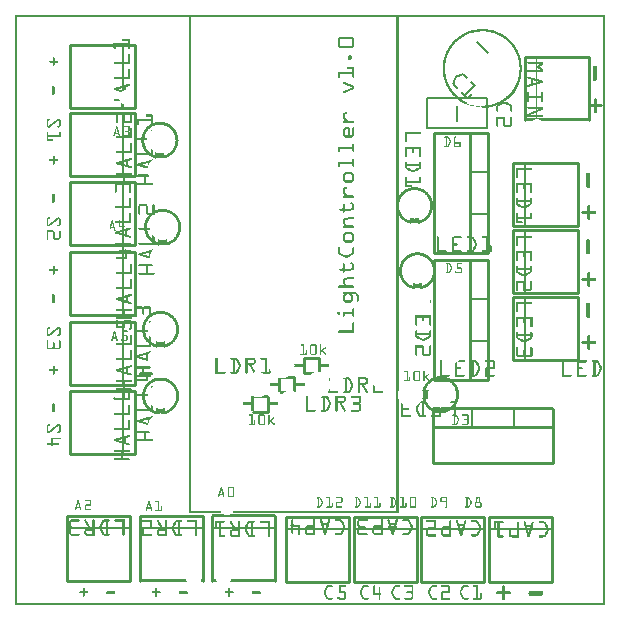
<source format=gto>
G04 MADE WITH FRITZING*
G04 WWW.FRITZING.ORG*
G04 DOUBLE SIDED*
G04 HOLES PLATED*
G04 CONTOUR ON CENTER OF CONTOUR VECTOR*
%ASAXBY*%
%FSLAX23Y23*%
%MOIN*%
%OFA0B0*%
%SFA1.0B1.0*%
%ADD10C,0.257906X0.253906*%
%ADD11C,0.010000*%
%ADD12C,0.005000*%
%ADD13C,0.008000*%
%ADD14R,0.001000X0.001000*%
%LNSILK1*%
G90*
G70*
G54D10*
X1559Y1790D03*
G54D11*
X1915Y1619D02*
X1915Y1829D01*
D02*
X1915Y1829D02*
X1699Y1829D01*
D02*
X1699Y1829D02*
X1699Y1619D01*
D02*
X867Y83D02*
X867Y299D01*
D02*
X657Y299D02*
X657Y83D01*
G54D12*
D02*
X867Y259D02*
X657Y259D01*
G54D11*
D02*
X628Y83D02*
X628Y299D01*
D02*
X628Y299D02*
X418Y299D01*
D02*
X418Y299D02*
X418Y83D01*
G54D12*
D02*
X628Y259D02*
X418Y259D01*
G54D11*
D02*
X175Y83D02*
X385Y83D01*
D02*
X385Y83D02*
X385Y299D01*
D02*
X385Y299D02*
X175Y299D01*
D02*
X175Y299D02*
X175Y83D01*
G54D12*
D02*
X385Y259D02*
X175Y259D01*
G54D11*
D02*
X1579Y80D02*
X1789Y80D01*
D02*
X1789Y80D02*
X1789Y296D01*
D02*
X1789Y296D02*
X1579Y296D01*
D02*
X1579Y296D02*
X1579Y80D01*
G54D12*
D02*
X1789Y256D02*
X1579Y256D01*
G54D11*
D02*
X1354Y80D02*
X1564Y80D01*
D02*
X1564Y80D02*
X1564Y296D01*
D02*
X1564Y296D02*
X1354Y296D01*
D02*
X1354Y296D02*
X1354Y80D01*
G54D12*
D02*
X1564Y256D02*
X1354Y256D01*
G54D11*
D02*
X1130Y80D02*
X1340Y80D01*
D02*
X1340Y80D02*
X1340Y296D01*
D02*
X1340Y296D02*
X1130Y296D01*
D02*
X1130Y296D02*
X1130Y80D01*
G54D12*
D02*
X1340Y256D02*
X1130Y256D01*
G54D11*
D02*
X905Y80D02*
X1115Y80D01*
D02*
X1115Y80D02*
X1115Y296D01*
D02*
X1115Y296D02*
X905Y296D01*
D02*
X905Y296D02*
X905Y80D01*
G54D12*
D02*
X1115Y256D02*
X905Y256D01*
G54D11*
D02*
X1877Y1264D02*
X1877Y1474D01*
D02*
X1877Y1474D02*
X1661Y1474D01*
D02*
X1661Y1474D02*
X1661Y1264D01*
D02*
X1661Y1264D02*
X1877Y1264D01*
G54D12*
D02*
X1701Y1474D02*
X1701Y1264D01*
G54D11*
D02*
X1877Y1042D02*
X1877Y1252D01*
D02*
X1877Y1252D02*
X1661Y1252D01*
D02*
X1661Y1252D02*
X1661Y1042D01*
D02*
X1661Y1042D02*
X1877Y1042D01*
G54D12*
D02*
X1701Y1252D02*
X1701Y1042D01*
G54D11*
D02*
X1877Y819D02*
X1877Y1029D01*
D02*
X1877Y1029D02*
X1661Y1029D01*
D02*
X1661Y1029D02*
X1661Y819D01*
D02*
X1661Y819D02*
X1877Y819D01*
G54D12*
D02*
X1701Y1029D02*
X1701Y819D01*
G54D11*
D02*
X1576Y1152D02*
X1576Y752D01*
D02*
X1576Y752D02*
X1396Y752D01*
D02*
X1396Y752D02*
X1396Y1152D01*
D02*
X1396Y1152D02*
X1576Y1152D01*
D02*
X1576Y1152D02*
X1576Y752D01*
D02*
X1576Y752D02*
X1516Y752D01*
D02*
X1516Y752D02*
X1516Y1152D01*
D02*
X1516Y1152D02*
X1576Y1152D01*
G54D12*
D02*
X1576Y1022D02*
X1516Y1022D01*
D02*
X1576Y882D02*
X1516Y882D01*
G54D11*
D02*
X1576Y1574D02*
X1576Y1174D01*
D02*
X1576Y1174D02*
X1396Y1174D01*
D02*
X1396Y1174D02*
X1396Y1574D01*
D02*
X1396Y1574D02*
X1576Y1574D01*
D02*
X1576Y1574D02*
X1576Y1174D01*
D02*
X1576Y1174D02*
X1516Y1174D01*
D02*
X1516Y1174D02*
X1516Y1574D01*
D02*
X1516Y1574D02*
X1576Y1574D01*
G54D12*
D02*
X1576Y1444D02*
X1516Y1444D01*
D02*
X1576Y1304D02*
X1516Y1304D01*
G54D11*
D02*
X965Y824D02*
X1015Y824D01*
D02*
X965Y774D02*
X965Y824D01*
G54D13*
D02*
X1576Y1843D02*
X1541Y1878D01*
D02*
X1475Y1617D02*
X1475Y1667D01*
D02*
X1575Y1592D02*
X1375Y1592D01*
D02*
X1375Y1592D02*
X1375Y1692D01*
D02*
X1375Y1692D02*
X1575Y1692D01*
D02*
X1575Y1692D02*
X1575Y1592D01*
G54D11*
D02*
X843Y697D02*
X843Y647D01*
D02*
X843Y647D02*
X793Y647D01*
D02*
X185Y1869D02*
X185Y1659D01*
D02*
X185Y1659D02*
X401Y1659D01*
D02*
X401Y1869D02*
X185Y1869D01*
D02*
X185Y1641D02*
X185Y1431D01*
D02*
X185Y1431D02*
X401Y1431D01*
D02*
X401Y1431D02*
X401Y1641D01*
D02*
X401Y1641D02*
X185Y1641D01*
G54D12*
D02*
X361Y1431D02*
X361Y1641D01*
G54D11*
D02*
X185Y1413D02*
X185Y1203D01*
D02*
X185Y1203D02*
X401Y1203D01*
D02*
X401Y1203D02*
X401Y1413D01*
D02*
X401Y1413D02*
X185Y1413D01*
G54D12*
D02*
X361Y1203D02*
X361Y1413D01*
G54D11*
D02*
X185Y1180D02*
X185Y970D01*
D02*
X185Y970D02*
X401Y970D01*
D02*
X401Y970D02*
X401Y1180D01*
D02*
X401Y1180D02*
X185Y1180D01*
G54D12*
D02*
X361Y970D02*
X361Y1180D01*
G54D11*
D02*
X185Y947D02*
X185Y737D01*
D02*
X185Y737D02*
X401Y737D01*
D02*
X401Y737D02*
X401Y947D01*
D02*
X401Y947D02*
X185Y947D01*
G54D12*
D02*
X361Y737D02*
X361Y947D01*
G54D11*
D02*
X185Y714D02*
X185Y504D01*
D02*
X185Y504D02*
X401Y504D01*
D02*
X401Y504D02*
X401Y714D01*
D02*
X401Y714D02*
X185Y714D01*
G54D12*
D02*
X361Y504D02*
X361Y714D01*
G54D11*
D02*
X1795Y657D02*
X1795Y477D01*
D02*
X1795Y477D02*
X1395Y477D01*
D02*
X1395Y477D02*
X1395Y657D01*
D02*
X1795Y657D02*
X1795Y597D01*
D02*
X1795Y597D02*
X1395Y597D01*
D02*
X1395Y597D02*
X1395Y657D01*
G54D12*
D02*
X1525Y657D02*
X1525Y597D01*
D02*
X1665Y657D02*
X1665Y597D01*
G54D14*
X0Y1969D02*
X1967Y1969D01*
X0Y1968D02*
X1967Y1968D01*
X0Y1967D02*
X1967Y1967D01*
X0Y1966D02*
X1967Y1966D01*
X0Y1965D02*
X1967Y1965D01*
X0Y1964D02*
X1967Y1964D01*
X0Y1963D02*
X1967Y1963D01*
X0Y1962D02*
X1967Y1962D01*
X0Y1961D02*
X7Y1961D01*
X580Y1961D02*
X587Y1961D01*
X1272Y1961D02*
X1279Y1961D01*
X1960Y1961D02*
X1967Y1961D01*
X0Y1960D02*
X7Y1960D01*
X580Y1960D02*
X587Y1960D01*
X1272Y1960D02*
X1279Y1960D01*
X1960Y1960D02*
X1967Y1960D01*
X0Y1959D02*
X7Y1959D01*
X580Y1959D02*
X587Y1959D01*
X1272Y1959D02*
X1279Y1959D01*
X1960Y1959D02*
X1967Y1959D01*
X0Y1958D02*
X7Y1958D01*
X580Y1958D02*
X587Y1958D01*
X1272Y1958D02*
X1279Y1958D01*
X1960Y1958D02*
X1967Y1958D01*
X0Y1957D02*
X7Y1957D01*
X580Y1957D02*
X587Y1957D01*
X1272Y1957D02*
X1279Y1957D01*
X1960Y1957D02*
X1967Y1957D01*
X0Y1956D02*
X7Y1956D01*
X580Y1956D02*
X587Y1956D01*
X1272Y1956D02*
X1279Y1956D01*
X1960Y1956D02*
X1967Y1956D01*
X0Y1955D02*
X7Y1955D01*
X580Y1955D02*
X587Y1955D01*
X1272Y1955D02*
X1279Y1955D01*
X1960Y1955D02*
X1967Y1955D01*
X0Y1954D02*
X7Y1954D01*
X580Y1954D02*
X587Y1954D01*
X1272Y1954D02*
X1279Y1954D01*
X1960Y1954D02*
X1967Y1954D01*
X0Y1953D02*
X7Y1953D01*
X580Y1953D02*
X587Y1953D01*
X1272Y1953D02*
X1279Y1953D01*
X1960Y1953D02*
X1967Y1953D01*
X0Y1952D02*
X7Y1952D01*
X580Y1952D02*
X587Y1952D01*
X1272Y1952D02*
X1279Y1952D01*
X1960Y1952D02*
X1967Y1952D01*
X0Y1951D02*
X7Y1951D01*
X580Y1951D02*
X587Y1951D01*
X1272Y1951D02*
X1279Y1951D01*
X1960Y1951D02*
X1967Y1951D01*
X0Y1950D02*
X7Y1950D01*
X580Y1950D02*
X587Y1950D01*
X1272Y1950D02*
X1279Y1950D01*
X1960Y1950D02*
X1967Y1950D01*
X0Y1949D02*
X7Y1949D01*
X580Y1949D02*
X587Y1949D01*
X1272Y1949D02*
X1279Y1949D01*
X1960Y1949D02*
X1967Y1949D01*
X0Y1948D02*
X7Y1948D01*
X580Y1948D02*
X587Y1948D01*
X1272Y1948D02*
X1279Y1948D01*
X1960Y1948D02*
X1967Y1948D01*
X0Y1947D02*
X7Y1947D01*
X580Y1947D02*
X587Y1947D01*
X1272Y1947D02*
X1279Y1947D01*
X1960Y1947D02*
X1967Y1947D01*
X0Y1946D02*
X7Y1946D01*
X580Y1946D02*
X587Y1946D01*
X1272Y1946D02*
X1279Y1946D01*
X1960Y1946D02*
X1967Y1946D01*
X0Y1945D02*
X7Y1945D01*
X580Y1945D02*
X587Y1945D01*
X1272Y1945D02*
X1279Y1945D01*
X1960Y1945D02*
X1967Y1945D01*
X0Y1944D02*
X7Y1944D01*
X580Y1944D02*
X587Y1944D01*
X1272Y1944D02*
X1279Y1944D01*
X1960Y1944D02*
X1967Y1944D01*
X0Y1943D02*
X7Y1943D01*
X580Y1943D02*
X587Y1943D01*
X1272Y1943D02*
X1279Y1943D01*
X1960Y1943D02*
X1967Y1943D01*
X0Y1942D02*
X7Y1942D01*
X580Y1942D02*
X587Y1942D01*
X1272Y1942D02*
X1279Y1942D01*
X1960Y1942D02*
X1967Y1942D01*
X0Y1941D02*
X7Y1941D01*
X580Y1941D02*
X587Y1941D01*
X1272Y1941D02*
X1279Y1941D01*
X1960Y1941D02*
X1967Y1941D01*
X0Y1940D02*
X7Y1940D01*
X580Y1940D02*
X587Y1940D01*
X1272Y1940D02*
X1279Y1940D01*
X1960Y1940D02*
X1967Y1940D01*
X0Y1939D02*
X7Y1939D01*
X580Y1939D02*
X587Y1939D01*
X1272Y1939D02*
X1279Y1939D01*
X1960Y1939D02*
X1967Y1939D01*
X0Y1938D02*
X7Y1938D01*
X580Y1938D02*
X587Y1938D01*
X1272Y1938D02*
X1279Y1938D01*
X1960Y1938D02*
X1967Y1938D01*
X0Y1937D02*
X7Y1937D01*
X580Y1937D02*
X587Y1937D01*
X1272Y1937D02*
X1279Y1937D01*
X1960Y1937D02*
X1967Y1937D01*
X0Y1936D02*
X7Y1936D01*
X580Y1936D02*
X587Y1936D01*
X1272Y1936D02*
X1279Y1936D01*
X1960Y1936D02*
X1967Y1936D01*
X0Y1935D02*
X7Y1935D01*
X580Y1935D02*
X587Y1935D01*
X1272Y1935D02*
X1279Y1935D01*
X1960Y1935D02*
X1967Y1935D01*
X0Y1934D02*
X7Y1934D01*
X580Y1934D02*
X587Y1934D01*
X1272Y1934D02*
X1279Y1934D01*
X1960Y1934D02*
X1967Y1934D01*
X0Y1933D02*
X7Y1933D01*
X580Y1933D02*
X587Y1933D01*
X1272Y1933D02*
X1279Y1933D01*
X1960Y1933D02*
X1967Y1933D01*
X0Y1932D02*
X7Y1932D01*
X580Y1932D02*
X587Y1932D01*
X1272Y1932D02*
X1279Y1932D01*
X1960Y1932D02*
X1967Y1932D01*
X0Y1931D02*
X7Y1931D01*
X580Y1931D02*
X587Y1931D01*
X1272Y1931D02*
X1279Y1931D01*
X1960Y1931D02*
X1967Y1931D01*
X0Y1930D02*
X7Y1930D01*
X580Y1930D02*
X587Y1930D01*
X1272Y1930D02*
X1279Y1930D01*
X1960Y1930D02*
X1967Y1930D01*
X0Y1929D02*
X7Y1929D01*
X580Y1929D02*
X587Y1929D01*
X1272Y1929D02*
X1279Y1929D01*
X1960Y1929D02*
X1967Y1929D01*
X0Y1928D02*
X7Y1928D01*
X580Y1928D02*
X587Y1928D01*
X1272Y1928D02*
X1279Y1928D01*
X1960Y1928D02*
X1967Y1928D01*
X0Y1927D02*
X7Y1927D01*
X580Y1927D02*
X587Y1927D01*
X1272Y1927D02*
X1279Y1927D01*
X1960Y1927D02*
X1967Y1927D01*
X0Y1926D02*
X7Y1926D01*
X580Y1926D02*
X587Y1926D01*
X1272Y1926D02*
X1279Y1926D01*
X1960Y1926D02*
X1967Y1926D01*
X0Y1925D02*
X7Y1925D01*
X580Y1925D02*
X587Y1925D01*
X1272Y1925D02*
X1279Y1925D01*
X1960Y1925D02*
X1967Y1925D01*
X0Y1924D02*
X7Y1924D01*
X580Y1924D02*
X587Y1924D01*
X1272Y1924D02*
X1279Y1924D01*
X1960Y1924D02*
X1967Y1924D01*
X0Y1923D02*
X7Y1923D01*
X580Y1923D02*
X587Y1923D01*
X1272Y1923D02*
X1279Y1923D01*
X1960Y1923D02*
X1967Y1923D01*
X0Y1922D02*
X7Y1922D01*
X580Y1922D02*
X587Y1922D01*
X1272Y1922D02*
X1279Y1922D01*
X1550Y1922D02*
X1566Y1922D01*
X1960Y1922D02*
X1967Y1922D01*
X0Y1921D02*
X7Y1921D01*
X580Y1921D02*
X587Y1921D01*
X1272Y1921D02*
X1279Y1921D01*
X1540Y1921D02*
X1576Y1921D01*
X1960Y1921D02*
X1967Y1921D01*
X0Y1920D02*
X7Y1920D01*
X580Y1920D02*
X587Y1920D01*
X1272Y1920D02*
X1279Y1920D01*
X1534Y1920D02*
X1582Y1920D01*
X1960Y1920D02*
X1967Y1920D01*
X0Y1919D02*
X7Y1919D01*
X580Y1919D02*
X587Y1919D01*
X1272Y1919D02*
X1279Y1919D01*
X1529Y1919D02*
X1587Y1919D01*
X1960Y1919D02*
X1967Y1919D01*
X0Y1918D02*
X7Y1918D01*
X580Y1918D02*
X587Y1918D01*
X1272Y1918D02*
X1279Y1918D01*
X1525Y1918D02*
X1591Y1918D01*
X1960Y1918D02*
X1967Y1918D01*
X0Y1917D02*
X7Y1917D01*
X580Y1917D02*
X587Y1917D01*
X1272Y1917D02*
X1279Y1917D01*
X1521Y1917D02*
X1595Y1917D01*
X1960Y1917D02*
X1967Y1917D01*
X0Y1916D02*
X7Y1916D01*
X580Y1916D02*
X587Y1916D01*
X1272Y1916D02*
X1279Y1916D01*
X1518Y1916D02*
X1598Y1916D01*
X1960Y1916D02*
X1967Y1916D01*
X0Y1915D02*
X7Y1915D01*
X580Y1915D02*
X587Y1915D01*
X1272Y1915D02*
X1279Y1915D01*
X1515Y1915D02*
X1601Y1915D01*
X1960Y1915D02*
X1967Y1915D01*
X0Y1914D02*
X7Y1914D01*
X580Y1914D02*
X587Y1914D01*
X1272Y1914D02*
X1279Y1914D01*
X1512Y1914D02*
X1543Y1914D01*
X1573Y1914D02*
X1604Y1914D01*
X1960Y1914D02*
X1967Y1914D01*
X0Y1913D02*
X7Y1913D01*
X580Y1913D02*
X587Y1913D01*
X1272Y1913D02*
X1279Y1913D01*
X1509Y1913D02*
X1536Y1913D01*
X1580Y1913D02*
X1606Y1913D01*
X1960Y1913D02*
X1967Y1913D01*
X0Y1912D02*
X7Y1912D01*
X580Y1912D02*
X587Y1912D01*
X1272Y1912D02*
X1279Y1912D01*
X1507Y1912D02*
X1531Y1912D01*
X1585Y1912D02*
X1609Y1912D01*
X1960Y1912D02*
X1967Y1912D01*
X0Y1911D02*
X7Y1911D01*
X580Y1911D02*
X587Y1911D01*
X1272Y1911D02*
X1279Y1911D01*
X1505Y1911D02*
X1527Y1911D01*
X1589Y1911D02*
X1611Y1911D01*
X1960Y1911D02*
X1967Y1911D01*
X0Y1910D02*
X7Y1910D01*
X580Y1910D02*
X587Y1910D01*
X1272Y1910D02*
X1279Y1910D01*
X1502Y1910D02*
X1523Y1910D01*
X1593Y1910D02*
X1613Y1910D01*
X1960Y1910D02*
X1967Y1910D01*
X0Y1909D02*
X7Y1909D01*
X580Y1909D02*
X587Y1909D01*
X1272Y1909D02*
X1279Y1909D01*
X1500Y1909D02*
X1520Y1909D01*
X1596Y1909D02*
X1615Y1909D01*
X1960Y1909D02*
X1967Y1909D01*
X0Y1908D02*
X7Y1908D01*
X580Y1908D02*
X587Y1908D01*
X1272Y1908D02*
X1279Y1908D01*
X1498Y1908D02*
X1517Y1908D01*
X1599Y1908D02*
X1618Y1908D01*
X1960Y1908D02*
X1967Y1908D01*
X0Y1907D02*
X7Y1907D01*
X580Y1907D02*
X587Y1907D01*
X1272Y1907D02*
X1279Y1907D01*
X1496Y1907D02*
X1514Y1907D01*
X1602Y1907D02*
X1619Y1907D01*
X1960Y1907D02*
X1967Y1907D01*
X0Y1906D02*
X7Y1906D01*
X580Y1906D02*
X587Y1906D01*
X1272Y1906D02*
X1279Y1906D01*
X1494Y1906D02*
X1511Y1906D01*
X1604Y1906D02*
X1621Y1906D01*
X1960Y1906D02*
X1967Y1906D01*
X0Y1905D02*
X7Y1905D01*
X580Y1905D02*
X587Y1905D01*
X1272Y1905D02*
X1279Y1905D01*
X1493Y1905D02*
X1509Y1905D01*
X1607Y1905D02*
X1623Y1905D01*
X1960Y1905D02*
X1967Y1905D01*
X0Y1904D02*
X7Y1904D01*
X580Y1904D02*
X587Y1904D01*
X1272Y1904D02*
X1279Y1904D01*
X1491Y1904D02*
X1507Y1904D01*
X1609Y1904D02*
X1625Y1904D01*
X1960Y1904D02*
X1967Y1904D01*
X0Y1903D02*
X7Y1903D01*
X580Y1903D02*
X587Y1903D01*
X1272Y1903D02*
X1279Y1903D01*
X1489Y1903D02*
X1505Y1903D01*
X1611Y1903D02*
X1626Y1903D01*
X1960Y1903D02*
X1967Y1903D01*
X0Y1902D02*
X7Y1902D01*
X580Y1902D02*
X587Y1902D01*
X1272Y1902D02*
X1279Y1902D01*
X1488Y1902D02*
X1503Y1902D01*
X1613Y1902D02*
X1628Y1902D01*
X1960Y1902D02*
X1967Y1902D01*
X0Y1901D02*
X7Y1901D01*
X580Y1901D02*
X587Y1901D01*
X1272Y1901D02*
X1279Y1901D01*
X1486Y1901D02*
X1501Y1901D01*
X1615Y1901D02*
X1630Y1901D01*
X1960Y1901D02*
X1967Y1901D01*
X0Y1900D02*
X7Y1900D01*
X580Y1900D02*
X587Y1900D01*
X1272Y1900D02*
X1279Y1900D01*
X1485Y1900D02*
X1499Y1900D01*
X1617Y1900D02*
X1631Y1900D01*
X1960Y1900D02*
X1967Y1900D01*
X0Y1899D02*
X7Y1899D01*
X580Y1899D02*
X587Y1899D01*
X1272Y1899D02*
X1279Y1899D01*
X1483Y1899D02*
X1497Y1899D01*
X1619Y1899D02*
X1633Y1899D01*
X1960Y1899D02*
X1967Y1899D01*
X0Y1898D02*
X7Y1898D01*
X580Y1898D02*
X587Y1898D01*
X1272Y1898D02*
X1279Y1898D01*
X1482Y1898D02*
X1495Y1898D01*
X1621Y1898D02*
X1634Y1898D01*
X1960Y1898D02*
X1967Y1898D01*
X0Y1897D02*
X7Y1897D01*
X580Y1897D02*
X587Y1897D01*
X1272Y1897D02*
X1279Y1897D01*
X1480Y1897D02*
X1494Y1897D01*
X1622Y1897D02*
X1635Y1897D01*
X1960Y1897D02*
X1967Y1897D01*
X0Y1896D02*
X7Y1896D01*
X580Y1896D02*
X587Y1896D01*
X1272Y1896D02*
X1279Y1896D01*
X1479Y1896D02*
X1492Y1896D01*
X1624Y1896D02*
X1637Y1896D01*
X1960Y1896D02*
X1967Y1896D01*
X0Y1895D02*
X7Y1895D01*
X580Y1895D02*
X587Y1895D01*
X1272Y1895D02*
X1279Y1895D01*
X1478Y1895D02*
X1490Y1895D01*
X1625Y1895D02*
X1638Y1895D01*
X1960Y1895D02*
X1967Y1895D01*
X0Y1894D02*
X7Y1894D01*
X580Y1894D02*
X587Y1894D01*
X1082Y1894D02*
X1126Y1894D01*
X1272Y1894D02*
X1279Y1894D01*
X1476Y1894D02*
X1489Y1894D01*
X1627Y1894D02*
X1639Y1894D01*
X1960Y1894D02*
X1967Y1894D01*
X0Y1893D02*
X7Y1893D01*
X580Y1893D02*
X587Y1893D01*
X1081Y1893D02*
X1128Y1893D01*
X1272Y1893D02*
X1279Y1893D01*
X1475Y1893D02*
X1487Y1893D01*
X1628Y1893D02*
X1641Y1893D01*
X1960Y1893D02*
X1967Y1893D01*
X0Y1892D02*
X7Y1892D01*
X580Y1892D02*
X587Y1892D01*
X1080Y1892D02*
X1129Y1892D01*
X1272Y1892D02*
X1279Y1892D01*
X1474Y1892D02*
X1486Y1892D01*
X1630Y1892D02*
X1642Y1892D01*
X1960Y1892D02*
X1967Y1892D01*
X0Y1891D02*
X7Y1891D01*
X580Y1891D02*
X587Y1891D01*
X1079Y1891D02*
X1130Y1891D01*
X1272Y1891D02*
X1279Y1891D01*
X1473Y1891D02*
X1485Y1891D01*
X1631Y1891D02*
X1643Y1891D01*
X1960Y1891D02*
X1967Y1891D01*
X0Y1890D02*
X7Y1890D01*
X580Y1890D02*
X587Y1890D01*
X1078Y1890D02*
X1130Y1890D01*
X1272Y1890D02*
X1279Y1890D01*
X1472Y1890D02*
X1483Y1890D01*
X1633Y1890D02*
X1644Y1890D01*
X1960Y1890D02*
X1967Y1890D01*
X0Y1889D02*
X7Y1889D01*
X362Y1889D02*
X380Y1889D01*
X580Y1889D02*
X587Y1889D01*
X1078Y1889D02*
X1131Y1889D01*
X1272Y1889D02*
X1279Y1889D01*
X1470Y1889D02*
X1482Y1889D01*
X1634Y1889D02*
X1645Y1889D01*
X1960Y1889D02*
X1967Y1889D01*
X0Y1888D02*
X7Y1888D01*
X360Y1888D02*
X382Y1888D01*
X580Y1888D02*
X587Y1888D01*
X1078Y1888D02*
X1131Y1888D01*
X1272Y1888D02*
X1279Y1888D01*
X1469Y1888D02*
X1481Y1888D01*
X1635Y1888D02*
X1646Y1888D01*
X1960Y1888D02*
X1967Y1888D01*
X0Y1887D02*
X7Y1887D01*
X359Y1887D02*
X382Y1887D01*
X580Y1887D02*
X587Y1887D01*
X1078Y1887D02*
X1084Y1887D01*
X1125Y1887D02*
X1131Y1887D01*
X1272Y1887D02*
X1279Y1887D01*
X1468Y1887D02*
X1479Y1887D01*
X1636Y1887D02*
X1647Y1887D01*
X1960Y1887D02*
X1967Y1887D01*
X0Y1886D02*
X7Y1886D01*
X359Y1886D02*
X382Y1886D01*
X580Y1886D02*
X587Y1886D01*
X1078Y1886D02*
X1084Y1886D01*
X1125Y1886D02*
X1131Y1886D01*
X1272Y1886D02*
X1279Y1886D01*
X1467Y1886D02*
X1478Y1886D01*
X1638Y1886D02*
X1649Y1886D01*
X1960Y1886D02*
X1967Y1886D01*
X0Y1885D02*
X7Y1885D01*
X359Y1885D02*
X383Y1885D01*
X580Y1885D02*
X587Y1885D01*
X1078Y1885D02*
X1084Y1885D01*
X1125Y1885D02*
X1131Y1885D01*
X1272Y1885D02*
X1279Y1885D01*
X1466Y1885D02*
X1477Y1885D01*
X1639Y1885D02*
X1650Y1885D01*
X1960Y1885D02*
X1967Y1885D01*
X0Y1884D02*
X7Y1884D01*
X359Y1884D02*
X383Y1884D01*
X580Y1884D02*
X587Y1884D01*
X1078Y1884D02*
X1084Y1884D01*
X1125Y1884D02*
X1131Y1884D01*
X1272Y1884D02*
X1279Y1884D01*
X1465Y1884D02*
X1476Y1884D01*
X1640Y1884D02*
X1651Y1884D01*
X1960Y1884D02*
X1967Y1884D01*
X0Y1883D02*
X7Y1883D01*
X360Y1883D02*
X383Y1883D01*
X580Y1883D02*
X587Y1883D01*
X1078Y1883D02*
X1084Y1883D01*
X1125Y1883D02*
X1131Y1883D01*
X1272Y1883D02*
X1279Y1883D01*
X1464Y1883D02*
X1475Y1883D01*
X1641Y1883D02*
X1652Y1883D01*
X1960Y1883D02*
X1967Y1883D01*
X0Y1882D02*
X7Y1882D01*
X376Y1882D02*
X383Y1882D01*
X580Y1882D02*
X587Y1882D01*
X1078Y1882D02*
X1084Y1882D01*
X1125Y1882D02*
X1131Y1882D01*
X1272Y1882D02*
X1279Y1882D01*
X1463Y1882D02*
X1474Y1882D01*
X1642Y1882D02*
X1653Y1882D01*
X1960Y1882D02*
X1967Y1882D01*
X0Y1881D02*
X7Y1881D01*
X377Y1881D02*
X383Y1881D01*
X580Y1881D02*
X587Y1881D01*
X1078Y1881D02*
X1084Y1881D01*
X1125Y1881D02*
X1131Y1881D01*
X1272Y1881D02*
X1279Y1881D01*
X1462Y1881D02*
X1473Y1881D01*
X1643Y1881D02*
X1653Y1881D01*
X1960Y1881D02*
X1967Y1881D01*
X0Y1880D02*
X7Y1880D01*
X377Y1880D02*
X383Y1880D01*
X580Y1880D02*
X587Y1880D01*
X1078Y1880D02*
X1084Y1880D01*
X1125Y1880D02*
X1131Y1880D01*
X1272Y1880D02*
X1279Y1880D01*
X1461Y1880D02*
X1472Y1880D01*
X1644Y1880D02*
X1654Y1880D01*
X1960Y1880D02*
X1967Y1880D01*
X0Y1879D02*
X7Y1879D01*
X377Y1879D02*
X383Y1879D01*
X580Y1879D02*
X587Y1879D01*
X1078Y1879D02*
X1084Y1879D01*
X1125Y1879D02*
X1131Y1879D01*
X1272Y1879D02*
X1279Y1879D01*
X1460Y1879D02*
X1470Y1879D01*
X1645Y1879D02*
X1655Y1879D01*
X1960Y1879D02*
X1967Y1879D01*
X0Y1878D02*
X7Y1878D01*
X377Y1878D02*
X383Y1878D01*
X580Y1878D02*
X587Y1878D01*
X1078Y1878D02*
X1084Y1878D01*
X1125Y1878D02*
X1131Y1878D01*
X1272Y1878D02*
X1279Y1878D01*
X1460Y1878D02*
X1469Y1878D01*
X1646Y1878D02*
X1656Y1878D01*
X1960Y1878D02*
X1967Y1878D01*
X0Y1877D02*
X7Y1877D01*
X377Y1877D02*
X383Y1877D01*
X580Y1877D02*
X587Y1877D01*
X1078Y1877D02*
X1084Y1877D01*
X1125Y1877D02*
X1131Y1877D01*
X1272Y1877D02*
X1279Y1877D01*
X1459Y1877D02*
X1468Y1877D01*
X1647Y1877D02*
X1657Y1877D01*
X1960Y1877D02*
X1967Y1877D01*
X0Y1876D02*
X7Y1876D01*
X377Y1876D02*
X383Y1876D01*
X580Y1876D02*
X587Y1876D01*
X1078Y1876D02*
X1084Y1876D01*
X1125Y1876D02*
X1131Y1876D01*
X1272Y1876D02*
X1279Y1876D01*
X1458Y1876D02*
X1468Y1876D01*
X1648Y1876D02*
X1658Y1876D01*
X1960Y1876D02*
X1967Y1876D01*
X0Y1875D02*
X7Y1875D01*
X330Y1875D02*
X383Y1875D01*
X580Y1875D02*
X587Y1875D01*
X1078Y1875D02*
X1084Y1875D01*
X1125Y1875D02*
X1131Y1875D01*
X1272Y1875D02*
X1279Y1875D01*
X1457Y1875D02*
X1467Y1875D01*
X1649Y1875D02*
X1659Y1875D01*
X1960Y1875D02*
X1967Y1875D01*
X0Y1874D02*
X7Y1874D01*
X329Y1874D02*
X383Y1874D01*
X580Y1874D02*
X587Y1874D01*
X1078Y1874D02*
X1084Y1874D01*
X1125Y1874D02*
X1131Y1874D01*
X1272Y1874D02*
X1279Y1874D01*
X1456Y1874D02*
X1466Y1874D01*
X1650Y1874D02*
X1660Y1874D01*
X1960Y1874D02*
X1967Y1874D01*
X0Y1873D02*
X7Y1873D01*
X329Y1873D02*
X383Y1873D01*
X580Y1873D02*
X587Y1873D01*
X1078Y1873D02*
X1084Y1873D01*
X1125Y1873D02*
X1131Y1873D01*
X1272Y1873D02*
X1279Y1873D01*
X1455Y1873D02*
X1465Y1873D01*
X1651Y1873D02*
X1660Y1873D01*
X1960Y1873D02*
X1967Y1873D01*
X0Y1872D02*
X7Y1872D01*
X329Y1872D02*
X383Y1872D01*
X580Y1872D02*
X587Y1872D01*
X1078Y1872D02*
X1084Y1872D01*
X1125Y1872D02*
X1131Y1872D01*
X1272Y1872D02*
X1279Y1872D01*
X1455Y1872D02*
X1464Y1872D01*
X1652Y1872D02*
X1661Y1872D01*
X1960Y1872D02*
X1967Y1872D01*
X0Y1871D02*
X7Y1871D01*
X329Y1871D02*
X383Y1871D01*
X580Y1871D02*
X587Y1871D01*
X1078Y1871D02*
X1084Y1871D01*
X1125Y1871D02*
X1131Y1871D01*
X1272Y1871D02*
X1279Y1871D01*
X1454Y1871D02*
X1463Y1871D01*
X1653Y1871D02*
X1662Y1871D01*
X1960Y1871D02*
X1967Y1871D01*
X0Y1870D02*
X7Y1870D01*
X329Y1870D02*
X383Y1870D01*
X396Y1870D02*
X405Y1870D01*
X580Y1870D02*
X587Y1870D01*
X1078Y1870D02*
X1084Y1870D01*
X1125Y1870D02*
X1131Y1870D01*
X1272Y1870D02*
X1279Y1870D01*
X1453Y1870D02*
X1462Y1870D01*
X1654Y1870D02*
X1663Y1870D01*
X1960Y1870D02*
X1967Y1870D01*
X0Y1869D02*
X7Y1869D01*
X329Y1869D02*
X383Y1869D01*
X396Y1869D02*
X405Y1869D01*
X580Y1869D02*
X587Y1869D01*
X1078Y1869D02*
X1084Y1869D01*
X1125Y1869D02*
X1131Y1869D01*
X1272Y1869D02*
X1279Y1869D01*
X1452Y1869D02*
X1461Y1869D01*
X1654Y1869D02*
X1664Y1869D01*
X1960Y1869D02*
X1967Y1869D01*
X0Y1868D02*
X7Y1868D01*
X329Y1868D02*
X336Y1868D01*
X358Y1868D02*
X362Y1868D01*
X376Y1868D02*
X383Y1868D01*
X396Y1868D02*
X405Y1868D01*
X580Y1868D02*
X587Y1868D01*
X1078Y1868D02*
X1084Y1868D01*
X1125Y1868D02*
X1131Y1868D01*
X1272Y1868D02*
X1279Y1868D01*
X1452Y1868D02*
X1461Y1868D01*
X1655Y1868D02*
X1664Y1868D01*
X1960Y1868D02*
X1967Y1868D01*
X0Y1867D02*
X7Y1867D01*
X329Y1867D02*
X335Y1867D01*
X358Y1867D02*
X362Y1867D01*
X377Y1867D02*
X383Y1867D01*
X396Y1867D02*
X405Y1867D01*
X580Y1867D02*
X587Y1867D01*
X1078Y1867D02*
X1084Y1867D01*
X1125Y1867D02*
X1131Y1867D01*
X1272Y1867D02*
X1279Y1867D01*
X1451Y1867D02*
X1460Y1867D01*
X1656Y1867D02*
X1665Y1867D01*
X1960Y1867D02*
X1967Y1867D01*
X0Y1866D02*
X7Y1866D01*
X329Y1866D02*
X335Y1866D01*
X358Y1866D02*
X362Y1866D01*
X377Y1866D02*
X383Y1866D01*
X396Y1866D02*
X405Y1866D01*
X580Y1866D02*
X587Y1866D01*
X1078Y1866D02*
X1131Y1866D01*
X1272Y1866D02*
X1279Y1866D01*
X1450Y1866D02*
X1459Y1866D01*
X1657Y1866D02*
X1666Y1866D01*
X1960Y1866D02*
X1967Y1866D01*
X0Y1865D02*
X7Y1865D01*
X329Y1865D02*
X335Y1865D01*
X358Y1865D02*
X362Y1865D01*
X377Y1865D02*
X383Y1865D01*
X396Y1865D02*
X405Y1865D01*
X580Y1865D02*
X587Y1865D01*
X1078Y1865D02*
X1131Y1865D01*
X1272Y1865D02*
X1279Y1865D01*
X1449Y1865D02*
X1458Y1865D01*
X1658Y1865D02*
X1666Y1865D01*
X1960Y1865D02*
X1967Y1865D01*
X0Y1864D02*
X7Y1864D01*
X329Y1864D02*
X335Y1864D01*
X358Y1864D02*
X362Y1864D01*
X377Y1864D02*
X383Y1864D01*
X396Y1864D02*
X405Y1864D01*
X580Y1864D02*
X587Y1864D01*
X1078Y1864D02*
X1130Y1864D01*
X1272Y1864D02*
X1279Y1864D01*
X1449Y1864D02*
X1457Y1864D01*
X1658Y1864D02*
X1667Y1864D01*
X1960Y1864D02*
X1967Y1864D01*
X0Y1863D02*
X7Y1863D01*
X329Y1863D02*
X335Y1863D01*
X358Y1863D02*
X362Y1863D01*
X377Y1863D02*
X383Y1863D01*
X396Y1863D02*
X405Y1863D01*
X580Y1863D02*
X587Y1863D01*
X1079Y1863D02*
X1130Y1863D01*
X1272Y1863D02*
X1279Y1863D01*
X1448Y1863D02*
X1457Y1863D01*
X1659Y1863D02*
X1668Y1863D01*
X1960Y1863D02*
X1967Y1863D01*
X0Y1862D02*
X7Y1862D01*
X329Y1862D02*
X335Y1862D01*
X358Y1862D02*
X362Y1862D01*
X377Y1862D02*
X383Y1862D01*
X396Y1862D02*
X405Y1862D01*
X580Y1862D02*
X587Y1862D01*
X1080Y1862D02*
X1129Y1862D01*
X1272Y1862D02*
X1279Y1862D01*
X1447Y1862D02*
X1456Y1862D01*
X1660Y1862D02*
X1668Y1862D01*
X1960Y1862D02*
X1967Y1862D01*
X0Y1861D02*
X7Y1861D01*
X329Y1861D02*
X335Y1861D01*
X358Y1861D02*
X362Y1861D01*
X377Y1861D02*
X383Y1861D01*
X396Y1861D02*
X405Y1861D01*
X580Y1861D02*
X587Y1861D01*
X1081Y1861D02*
X1128Y1861D01*
X1272Y1861D02*
X1279Y1861D01*
X1447Y1861D02*
X1455Y1861D01*
X1660Y1861D02*
X1669Y1861D01*
X1960Y1861D02*
X1967Y1861D01*
X0Y1860D02*
X7Y1860D01*
X329Y1860D02*
X335Y1860D01*
X358Y1860D02*
X362Y1860D01*
X377Y1860D02*
X383Y1860D01*
X396Y1860D02*
X405Y1860D01*
X580Y1860D02*
X587Y1860D01*
X1084Y1860D02*
X1125Y1860D01*
X1272Y1860D02*
X1279Y1860D01*
X1446Y1860D02*
X1455Y1860D01*
X1661Y1860D02*
X1670Y1860D01*
X1960Y1860D02*
X1967Y1860D01*
X0Y1859D02*
X7Y1859D01*
X329Y1859D02*
X335Y1859D01*
X358Y1859D02*
X362Y1859D01*
X377Y1859D02*
X383Y1859D01*
X396Y1859D02*
X405Y1859D01*
X580Y1859D02*
X587Y1859D01*
X1272Y1859D02*
X1279Y1859D01*
X1446Y1859D02*
X1454Y1859D01*
X1662Y1859D02*
X1670Y1859D01*
X1960Y1859D02*
X1967Y1859D01*
X0Y1858D02*
X7Y1858D01*
X329Y1858D02*
X335Y1858D01*
X358Y1858D02*
X362Y1858D01*
X377Y1858D02*
X383Y1858D01*
X396Y1858D02*
X405Y1858D01*
X580Y1858D02*
X587Y1858D01*
X1272Y1858D02*
X1279Y1858D01*
X1445Y1858D02*
X1453Y1858D01*
X1663Y1858D02*
X1671Y1858D01*
X1960Y1858D02*
X1967Y1858D01*
X0Y1857D02*
X7Y1857D01*
X330Y1857D02*
X335Y1857D01*
X358Y1857D02*
X362Y1857D01*
X377Y1857D02*
X382Y1857D01*
X396Y1857D02*
X405Y1857D01*
X580Y1857D02*
X587Y1857D01*
X1272Y1857D02*
X1279Y1857D01*
X1444Y1857D02*
X1453Y1857D01*
X1663Y1857D02*
X1671Y1857D01*
X1960Y1857D02*
X1967Y1857D01*
X0Y1856D02*
X7Y1856D01*
X330Y1856D02*
X335Y1856D01*
X358Y1856D02*
X362Y1856D01*
X377Y1856D02*
X382Y1856D01*
X396Y1856D02*
X405Y1856D01*
X580Y1856D02*
X587Y1856D01*
X1272Y1856D02*
X1279Y1856D01*
X1444Y1856D02*
X1452Y1856D01*
X1664Y1856D02*
X1672Y1856D01*
X1960Y1856D02*
X1967Y1856D01*
X0Y1855D02*
X7Y1855D01*
X331Y1855D02*
X334Y1855D01*
X358Y1855D02*
X362Y1855D01*
X378Y1855D02*
X381Y1855D01*
X396Y1855D02*
X405Y1855D01*
X580Y1855D02*
X587Y1855D01*
X1272Y1855D02*
X1279Y1855D01*
X1443Y1855D02*
X1451Y1855D01*
X1664Y1855D02*
X1672Y1855D01*
X1960Y1855D02*
X1967Y1855D01*
X0Y1854D02*
X7Y1854D01*
X358Y1854D02*
X362Y1854D01*
X396Y1854D02*
X405Y1854D01*
X580Y1854D02*
X587Y1854D01*
X1272Y1854D02*
X1279Y1854D01*
X1443Y1854D02*
X1451Y1854D01*
X1665Y1854D02*
X1673Y1854D01*
X1960Y1854D02*
X1967Y1854D01*
X0Y1853D02*
X7Y1853D01*
X358Y1853D02*
X362Y1853D01*
X396Y1853D02*
X405Y1853D01*
X580Y1853D02*
X587Y1853D01*
X1272Y1853D02*
X1279Y1853D01*
X1442Y1853D02*
X1450Y1853D01*
X1666Y1853D02*
X1674Y1853D01*
X1960Y1853D02*
X1967Y1853D01*
X0Y1852D02*
X7Y1852D01*
X358Y1852D02*
X362Y1852D01*
X396Y1852D02*
X405Y1852D01*
X580Y1852D02*
X587Y1852D01*
X1272Y1852D02*
X1279Y1852D01*
X1442Y1852D02*
X1450Y1852D01*
X1666Y1852D02*
X1674Y1852D01*
X1960Y1852D02*
X1967Y1852D01*
X0Y1851D02*
X7Y1851D01*
X358Y1851D02*
X362Y1851D01*
X396Y1851D02*
X405Y1851D01*
X580Y1851D02*
X587Y1851D01*
X1272Y1851D02*
X1279Y1851D01*
X1441Y1851D02*
X1449Y1851D01*
X1667Y1851D02*
X1675Y1851D01*
X1960Y1851D02*
X1967Y1851D01*
X0Y1850D02*
X7Y1850D01*
X358Y1850D02*
X362Y1850D01*
X396Y1850D02*
X405Y1850D01*
X580Y1850D02*
X587Y1850D01*
X1272Y1850D02*
X1279Y1850D01*
X1441Y1850D02*
X1448Y1850D01*
X1667Y1850D02*
X1675Y1850D01*
X1960Y1850D02*
X1967Y1850D01*
X0Y1849D02*
X7Y1849D01*
X358Y1849D02*
X362Y1849D01*
X396Y1849D02*
X405Y1849D01*
X580Y1849D02*
X587Y1849D01*
X1272Y1849D02*
X1279Y1849D01*
X1440Y1849D02*
X1448Y1849D01*
X1668Y1849D02*
X1676Y1849D01*
X1960Y1849D02*
X1967Y1849D01*
X0Y1848D02*
X7Y1848D01*
X358Y1848D02*
X362Y1848D01*
X396Y1848D02*
X405Y1848D01*
X580Y1848D02*
X587Y1848D01*
X1272Y1848D02*
X1279Y1848D01*
X1440Y1848D02*
X1447Y1848D01*
X1668Y1848D02*
X1676Y1848D01*
X1960Y1848D02*
X1967Y1848D01*
X0Y1847D02*
X7Y1847D01*
X358Y1847D02*
X362Y1847D01*
X396Y1847D02*
X405Y1847D01*
X580Y1847D02*
X587Y1847D01*
X1272Y1847D02*
X1279Y1847D01*
X1439Y1847D02*
X1447Y1847D01*
X1669Y1847D02*
X1677Y1847D01*
X1960Y1847D02*
X1967Y1847D01*
X0Y1846D02*
X7Y1846D01*
X358Y1846D02*
X362Y1846D01*
X396Y1846D02*
X405Y1846D01*
X580Y1846D02*
X587Y1846D01*
X1272Y1846D02*
X1279Y1846D01*
X1439Y1846D02*
X1446Y1846D01*
X1669Y1846D02*
X1677Y1846D01*
X1960Y1846D02*
X1967Y1846D01*
X0Y1845D02*
X7Y1845D01*
X358Y1845D02*
X362Y1845D01*
X396Y1845D02*
X405Y1845D01*
X580Y1845D02*
X587Y1845D01*
X1272Y1845D02*
X1279Y1845D01*
X1438Y1845D02*
X1446Y1845D01*
X1670Y1845D02*
X1677Y1845D01*
X1960Y1845D02*
X1967Y1845D01*
X0Y1844D02*
X7Y1844D01*
X358Y1844D02*
X362Y1844D01*
X396Y1844D02*
X405Y1844D01*
X580Y1844D02*
X587Y1844D01*
X1272Y1844D02*
X1279Y1844D01*
X1438Y1844D02*
X1445Y1844D01*
X1670Y1844D02*
X1678Y1844D01*
X1960Y1844D02*
X1967Y1844D01*
X0Y1843D02*
X7Y1843D01*
X358Y1843D02*
X362Y1843D01*
X396Y1843D02*
X405Y1843D01*
X580Y1843D02*
X587Y1843D01*
X1272Y1843D02*
X1279Y1843D01*
X1437Y1843D02*
X1445Y1843D01*
X1671Y1843D02*
X1678Y1843D01*
X1960Y1843D02*
X1967Y1843D01*
X0Y1842D02*
X7Y1842D01*
X358Y1842D02*
X362Y1842D01*
X396Y1842D02*
X405Y1842D01*
X580Y1842D02*
X587Y1842D01*
X1272Y1842D02*
X1279Y1842D01*
X1437Y1842D02*
X1444Y1842D01*
X1671Y1842D02*
X1679Y1842D01*
X1960Y1842D02*
X1967Y1842D01*
X0Y1841D02*
X7Y1841D01*
X358Y1841D02*
X362Y1841D01*
X396Y1841D02*
X405Y1841D01*
X580Y1841D02*
X587Y1841D01*
X1272Y1841D02*
X1279Y1841D01*
X1437Y1841D02*
X1444Y1841D01*
X1672Y1841D02*
X1679Y1841D01*
X1960Y1841D02*
X1967Y1841D01*
X0Y1840D02*
X7Y1840D01*
X358Y1840D02*
X362Y1840D01*
X396Y1840D02*
X405Y1840D01*
X580Y1840D02*
X587Y1840D01*
X1272Y1840D02*
X1279Y1840D01*
X1436Y1840D02*
X1444Y1840D01*
X1672Y1840D02*
X1680Y1840D01*
X1960Y1840D02*
X1967Y1840D01*
X0Y1839D02*
X7Y1839D01*
X358Y1839D02*
X362Y1839D01*
X379Y1839D02*
X380Y1839D01*
X396Y1839D02*
X405Y1839D01*
X580Y1839D02*
X587Y1839D01*
X1272Y1839D02*
X1279Y1839D01*
X1436Y1839D02*
X1443Y1839D01*
X1673Y1839D02*
X1680Y1839D01*
X1960Y1839D02*
X1967Y1839D01*
X0Y1838D02*
X7Y1838D01*
X358Y1838D02*
X362Y1838D01*
X378Y1838D02*
X382Y1838D01*
X396Y1838D02*
X405Y1838D01*
X580Y1838D02*
X587Y1838D01*
X1272Y1838D02*
X1279Y1838D01*
X1435Y1838D02*
X1443Y1838D01*
X1673Y1838D02*
X1680Y1838D01*
X1960Y1838D02*
X1967Y1838D01*
X0Y1837D02*
X7Y1837D01*
X358Y1837D02*
X362Y1837D01*
X377Y1837D02*
X382Y1837D01*
X396Y1837D02*
X405Y1837D01*
X580Y1837D02*
X587Y1837D01*
X1272Y1837D02*
X1279Y1837D01*
X1435Y1837D02*
X1442Y1837D01*
X1674Y1837D02*
X1681Y1837D01*
X1960Y1837D02*
X1967Y1837D01*
X0Y1836D02*
X7Y1836D01*
X358Y1836D02*
X362Y1836D01*
X377Y1836D02*
X383Y1836D01*
X396Y1836D02*
X405Y1836D01*
X580Y1836D02*
X587Y1836D01*
X1272Y1836D02*
X1279Y1836D01*
X1435Y1836D02*
X1442Y1836D01*
X1674Y1836D02*
X1681Y1836D01*
X1960Y1836D02*
X1967Y1836D01*
X0Y1835D02*
X7Y1835D01*
X358Y1835D02*
X362Y1835D01*
X377Y1835D02*
X383Y1835D01*
X396Y1835D02*
X405Y1835D01*
X580Y1835D02*
X587Y1835D01*
X1272Y1835D02*
X1279Y1835D01*
X1434Y1835D02*
X1441Y1835D01*
X1674Y1835D02*
X1681Y1835D01*
X1960Y1835D02*
X1967Y1835D01*
X0Y1834D02*
X7Y1834D01*
X358Y1834D02*
X362Y1834D01*
X377Y1834D02*
X383Y1834D01*
X396Y1834D02*
X405Y1834D01*
X580Y1834D02*
X587Y1834D01*
X1113Y1834D02*
X1119Y1834D01*
X1272Y1834D02*
X1279Y1834D01*
X1434Y1834D02*
X1441Y1834D01*
X1675Y1834D02*
X1682Y1834D01*
X1960Y1834D02*
X1967Y1834D01*
X0Y1833D02*
X7Y1833D01*
X358Y1833D02*
X362Y1833D01*
X377Y1833D02*
X383Y1833D01*
X396Y1833D02*
X405Y1833D01*
X580Y1833D02*
X587Y1833D01*
X1111Y1833D02*
X1121Y1833D01*
X1272Y1833D02*
X1279Y1833D01*
X1434Y1833D02*
X1441Y1833D01*
X1675Y1833D02*
X1682Y1833D01*
X1960Y1833D02*
X1967Y1833D01*
X0Y1832D02*
X7Y1832D01*
X358Y1832D02*
X362Y1832D01*
X377Y1832D02*
X383Y1832D01*
X396Y1832D02*
X405Y1832D01*
X580Y1832D02*
X587Y1832D01*
X1111Y1832D02*
X1122Y1832D01*
X1272Y1832D02*
X1279Y1832D01*
X1433Y1832D02*
X1440Y1832D01*
X1675Y1832D02*
X1682Y1832D01*
X1960Y1832D02*
X1967Y1832D01*
X0Y1831D02*
X7Y1831D01*
X358Y1831D02*
X362Y1831D01*
X377Y1831D02*
X383Y1831D01*
X396Y1831D02*
X405Y1831D01*
X580Y1831D02*
X587Y1831D01*
X1110Y1831D02*
X1122Y1831D01*
X1272Y1831D02*
X1279Y1831D01*
X1433Y1831D02*
X1440Y1831D01*
X1676Y1831D02*
X1683Y1831D01*
X1960Y1831D02*
X1967Y1831D01*
X0Y1830D02*
X7Y1830D01*
X358Y1830D02*
X362Y1830D01*
X377Y1830D02*
X383Y1830D01*
X396Y1830D02*
X405Y1830D01*
X580Y1830D02*
X587Y1830D01*
X1110Y1830D02*
X1122Y1830D01*
X1272Y1830D02*
X1279Y1830D01*
X1433Y1830D02*
X1440Y1830D01*
X1676Y1830D02*
X1683Y1830D01*
X1736Y1830D02*
X1740Y1830D01*
X1960Y1830D02*
X1967Y1830D01*
X0Y1829D02*
X7Y1829D01*
X358Y1829D02*
X362Y1829D01*
X377Y1829D02*
X383Y1829D01*
X396Y1829D02*
X405Y1829D01*
X580Y1829D02*
X587Y1829D01*
X1110Y1829D02*
X1122Y1829D01*
X1272Y1829D02*
X1279Y1829D01*
X1432Y1829D02*
X1439Y1829D01*
X1676Y1829D02*
X1683Y1829D01*
X1736Y1829D02*
X1740Y1829D01*
X1960Y1829D02*
X1967Y1829D01*
X0Y1828D02*
X7Y1828D01*
X127Y1828D02*
X131Y1828D01*
X358Y1828D02*
X362Y1828D01*
X377Y1828D02*
X383Y1828D01*
X396Y1828D02*
X405Y1828D01*
X580Y1828D02*
X587Y1828D01*
X1110Y1828D02*
X1122Y1828D01*
X1272Y1828D02*
X1279Y1828D01*
X1432Y1828D02*
X1439Y1828D01*
X1677Y1828D02*
X1684Y1828D01*
X1736Y1828D02*
X1740Y1828D01*
X1960Y1828D02*
X1967Y1828D01*
X0Y1827D02*
X7Y1827D01*
X127Y1827D02*
X131Y1827D01*
X358Y1827D02*
X362Y1827D01*
X377Y1827D02*
X383Y1827D01*
X396Y1827D02*
X405Y1827D01*
X580Y1827D02*
X587Y1827D01*
X1110Y1827D02*
X1122Y1827D01*
X1272Y1827D02*
X1279Y1827D01*
X1432Y1827D02*
X1439Y1827D01*
X1677Y1827D02*
X1684Y1827D01*
X1736Y1827D02*
X1740Y1827D01*
X1960Y1827D02*
X1967Y1827D01*
X0Y1826D02*
X7Y1826D01*
X127Y1826D02*
X132Y1826D01*
X358Y1826D02*
X362Y1826D01*
X377Y1826D02*
X383Y1826D01*
X396Y1826D02*
X405Y1826D01*
X580Y1826D02*
X587Y1826D01*
X1110Y1826D02*
X1122Y1826D01*
X1272Y1826D02*
X1279Y1826D01*
X1432Y1826D02*
X1438Y1826D01*
X1677Y1826D02*
X1684Y1826D01*
X1736Y1826D02*
X1740Y1826D01*
X1960Y1826D02*
X1967Y1826D01*
X0Y1825D02*
X7Y1825D01*
X127Y1825D02*
X132Y1825D01*
X358Y1825D02*
X362Y1825D01*
X377Y1825D02*
X383Y1825D01*
X396Y1825D02*
X405Y1825D01*
X580Y1825D02*
X587Y1825D01*
X1110Y1825D02*
X1122Y1825D01*
X1272Y1825D02*
X1279Y1825D01*
X1431Y1825D02*
X1438Y1825D01*
X1678Y1825D02*
X1685Y1825D01*
X1736Y1825D02*
X1740Y1825D01*
X1960Y1825D02*
X1967Y1825D01*
X0Y1824D02*
X7Y1824D01*
X127Y1824D02*
X132Y1824D01*
X358Y1824D02*
X362Y1824D01*
X377Y1824D02*
X383Y1824D01*
X396Y1824D02*
X405Y1824D01*
X580Y1824D02*
X587Y1824D01*
X1110Y1824D02*
X1122Y1824D01*
X1272Y1824D02*
X1279Y1824D01*
X1431Y1824D02*
X1438Y1824D01*
X1678Y1824D02*
X1685Y1824D01*
X1736Y1824D02*
X1740Y1824D01*
X1960Y1824D02*
X1967Y1824D01*
X0Y1823D02*
X7Y1823D01*
X127Y1823D02*
X132Y1823D01*
X358Y1823D02*
X362Y1823D01*
X377Y1823D02*
X383Y1823D01*
X396Y1823D02*
X405Y1823D01*
X580Y1823D02*
X587Y1823D01*
X1110Y1823D02*
X1122Y1823D01*
X1272Y1823D02*
X1279Y1823D01*
X1431Y1823D02*
X1438Y1823D01*
X1678Y1823D02*
X1685Y1823D01*
X1736Y1823D02*
X1740Y1823D01*
X1960Y1823D02*
X1967Y1823D01*
X0Y1822D02*
X7Y1822D01*
X127Y1822D02*
X132Y1822D01*
X358Y1822D02*
X362Y1822D01*
X377Y1822D02*
X383Y1822D01*
X396Y1822D02*
X405Y1822D01*
X580Y1822D02*
X587Y1822D01*
X1111Y1822D02*
X1122Y1822D01*
X1272Y1822D02*
X1279Y1822D01*
X1430Y1822D02*
X1437Y1822D01*
X1678Y1822D02*
X1685Y1822D01*
X1736Y1822D02*
X1740Y1822D01*
X1960Y1822D02*
X1967Y1822D01*
X0Y1821D02*
X7Y1821D01*
X127Y1821D02*
X132Y1821D01*
X358Y1821D02*
X362Y1821D01*
X377Y1821D02*
X383Y1821D01*
X396Y1821D02*
X405Y1821D01*
X580Y1821D02*
X587Y1821D01*
X1112Y1821D02*
X1121Y1821D01*
X1272Y1821D02*
X1279Y1821D01*
X1430Y1821D02*
X1437Y1821D01*
X1679Y1821D02*
X1686Y1821D01*
X1736Y1821D02*
X1740Y1821D01*
X1960Y1821D02*
X1967Y1821D01*
X0Y1820D02*
X7Y1820D01*
X127Y1820D02*
X132Y1820D01*
X358Y1820D02*
X362Y1820D01*
X377Y1820D02*
X383Y1820D01*
X396Y1820D02*
X405Y1820D01*
X580Y1820D02*
X587Y1820D01*
X1272Y1820D02*
X1279Y1820D01*
X1430Y1820D02*
X1437Y1820D01*
X1679Y1820D02*
X1686Y1820D01*
X1736Y1820D02*
X1740Y1820D01*
X1960Y1820D02*
X1967Y1820D01*
X0Y1819D02*
X7Y1819D01*
X127Y1819D02*
X132Y1819D01*
X358Y1819D02*
X362Y1819D01*
X377Y1819D02*
X383Y1819D01*
X396Y1819D02*
X405Y1819D01*
X580Y1819D02*
X587Y1819D01*
X1272Y1819D02*
X1279Y1819D01*
X1430Y1819D02*
X1436Y1819D01*
X1679Y1819D02*
X1686Y1819D01*
X1736Y1819D02*
X1740Y1819D01*
X1960Y1819D02*
X1967Y1819D01*
X0Y1818D02*
X7Y1818D01*
X127Y1818D02*
X132Y1818D01*
X358Y1818D02*
X362Y1818D01*
X377Y1818D02*
X383Y1818D01*
X396Y1818D02*
X405Y1818D01*
X580Y1818D02*
X587Y1818D01*
X1272Y1818D02*
X1279Y1818D01*
X1430Y1818D02*
X1436Y1818D01*
X1679Y1818D02*
X1686Y1818D01*
X1736Y1818D02*
X1740Y1818D01*
X1960Y1818D02*
X1967Y1818D01*
X0Y1817D02*
X7Y1817D01*
X126Y1817D02*
X132Y1817D01*
X358Y1817D02*
X362Y1817D01*
X377Y1817D02*
X383Y1817D01*
X396Y1817D02*
X405Y1817D01*
X580Y1817D02*
X587Y1817D01*
X1272Y1817D02*
X1279Y1817D01*
X1429Y1817D02*
X1436Y1817D01*
X1680Y1817D02*
X1686Y1817D01*
X1736Y1817D02*
X1740Y1817D01*
X1960Y1817D02*
X1967Y1817D01*
X0Y1816D02*
X7Y1816D01*
X115Y1816D02*
X143Y1816D01*
X358Y1816D02*
X362Y1816D01*
X377Y1816D02*
X383Y1816D01*
X396Y1816D02*
X405Y1816D01*
X580Y1816D02*
X587Y1816D01*
X1272Y1816D02*
X1279Y1816D01*
X1429Y1816D02*
X1436Y1816D01*
X1680Y1816D02*
X1687Y1816D01*
X1736Y1816D02*
X1740Y1816D01*
X1960Y1816D02*
X1967Y1816D01*
X0Y1815D02*
X7Y1815D01*
X115Y1815D02*
X143Y1815D01*
X358Y1815D02*
X362Y1815D01*
X377Y1815D02*
X383Y1815D01*
X396Y1815D02*
X405Y1815D01*
X580Y1815D02*
X587Y1815D01*
X1272Y1815D02*
X1279Y1815D01*
X1429Y1815D02*
X1436Y1815D01*
X1680Y1815D02*
X1687Y1815D01*
X1736Y1815D02*
X1740Y1815D01*
X1960Y1815D02*
X1967Y1815D01*
X0Y1814D02*
X7Y1814D01*
X115Y1814D02*
X144Y1814D01*
X358Y1814D02*
X362Y1814D01*
X377Y1814D02*
X383Y1814D01*
X396Y1814D02*
X405Y1814D01*
X580Y1814D02*
X587Y1814D01*
X1272Y1814D02*
X1279Y1814D01*
X1429Y1814D02*
X1435Y1814D01*
X1680Y1814D02*
X1687Y1814D01*
X1736Y1814D02*
X1740Y1814D01*
X1960Y1814D02*
X1967Y1814D01*
X0Y1813D02*
X7Y1813D01*
X115Y1813D02*
X143Y1813D01*
X358Y1813D02*
X362Y1813D01*
X377Y1813D02*
X383Y1813D01*
X396Y1813D02*
X405Y1813D01*
X580Y1813D02*
X587Y1813D01*
X1272Y1813D02*
X1279Y1813D01*
X1429Y1813D02*
X1435Y1813D01*
X1681Y1813D02*
X1687Y1813D01*
X1709Y1813D02*
X1761Y1813D01*
X1960Y1813D02*
X1967Y1813D01*
X0Y1812D02*
X7Y1812D01*
X115Y1812D02*
X143Y1812D01*
X358Y1812D02*
X362Y1812D01*
X377Y1812D02*
X383Y1812D01*
X396Y1812D02*
X405Y1812D01*
X580Y1812D02*
X587Y1812D01*
X1272Y1812D02*
X1279Y1812D01*
X1428Y1812D02*
X1435Y1812D01*
X1681Y1812D02*
X1687Y1812D01*
X1708Y1812D02*
X1761Y1812D01*
X1960Y1812D02*
X1967Y1812D01*
X0Y1811D02*
X7Y1811D01*
X117Y1811D02*
X142Y1811D01*
X331Y1811D02*
X383Y1811D01*
X396Y1811D02*
X405Y1811D01*
X580Y1811D02*
X587Y1811D01*
X1272Y1811D02*
X1279Y1811D01*
X1428Y1811D02*
X1435Y1811D01*
X1681Y1811D02*
X1687Y1811D01*
X1708Y1811D02*
X1761Y1811D01*
X1960Y1811D02*
X1967Y1811D01*
X0Y1810D02*
X7Y1810D01*
X127Y1810D02*
X132Y1810D01*
X330Y1810D02*
X383Y1810D01*
X396Y1810D02*
X405Y1810D01*
X580Y1810D02*
X587Y1810D01*
X1272Y1810D02*
X1279Y1810D01*
X1428Y1810D02*
X1435Y1810D01*
X1681Y1810D02*
X1688Y1810D01*
X1708Y1810D02*
X1761Y1810D01*
X1960Y1810D02*
X1967Y1810D01*
X0Y1809D02*
X7Y1809D01*
X127Y1809D02*
X132Y1809D01*
X330Y1809D02*
X383Y1809D01*
X396Y1809D02*
X405Y1809D01*
X580Y1809D02*
X587Y1809D01*
X1272Y1809D02*
X1279Y1809D01*
X1428Y1809D02*
X1435Y1809D01*
X1681Y1809D02*
X1688Y1809D01*
X1708Y1809D02*
X1761Y1809D01*
X1960Y1809D02*
X1967Y1809D01*
X0Y1808D02*
X7Y1808D01*
X127Y1808D02*
X132Y1808D01*
X329Y1808D02*
X383Y1808D01*
X396Y1808D02*
X405Y1808D01*
X580Y1808D02*
X587Y1808D01*
X1272Y1808D02*
X1279Y1808D01*
X1428Y1808D02*
X1434Y1808D01*
X1681Y1808D02*
X1688Y1808D01*
X1709Y1808D02*
X1761Y1808D01*
X1960Y1808D02*
X1967Y1808D01*
X0Y1807D02*
X7Y1807D01*
X127Y1807D02*
X132Y1807D01*
X330Y1807D02*
X383Y1807D01*
X396Y1807D02*
X405Y1807D01*
X580Y1807D02*
X587Y1807D01*
X1272Y1807D02*
X1279Y1807D01*
X1428Y1807D02*
X1434Y1807D01*
X1681Y1807D02*
X1688Y1807D01*
X1710Y1807D02*
X1761Y1807D01*
X1960Y1807D02*
X1967Y1807D01*
X0Y1806D02*
X7Y1806D01*
X127Y1806D02*
X132Y1806D01*
X330Y1806D02*
X383Y1806D01*
X396Y1806D02*
X405Y1806D01*
X580Y1806D02*
X587Y1806D01*
X1272Y1806D02*
X1279Y1806D01*
X1428Y1806D02*
X1434Y1806D01*
X1682Y1806D02*
X1688Y1806D01*
X1736Y1806D02*
X1740Y1806D01*
X1751Y1806D02*
X1761Y1806D01*
X1960Y1806D02*
X1967Y1806D01*
X0Y1805D02*
X7Y1805D01*
X127Y1805D02*
X132Y1805D01*
X331Y1805D02*
X383Y1805D01*
X396Y1805D02*
X405Y1805D01*
X580Y1805D02*
X587Y1805D01*
X1272Y1805D02*
X1279Y1805D01*
X1428Y1805D02*
X1434Y1805D01*
X1682Y1805D02*
X1688Y1805D01*
X1736Y1805D02*
X1740Y1805D01*
X1750Y1805D02*
X1761Y1805D01*
X1960Y1805D02*
X1967Y1805D01*
X0Y1804D02*
X7Y1804D01*
X127Y1804D02*
X132Y1804D01*
X358Y1804D02*
X362Y1804D01*
X396Y1804D02*
X405Y1804D01*
X580Y1804D02*
X587Y1804D01*
X1272Y1804D02*
X1279Y1804D01*
X1427Y1804D02*
X1434Y1804D01*
X1682Y1804D02*
X1688Y1804D01*
X1736Y1804D02*
X1740Y1804D01*
X1748Y1804D02*
X1760Y1804D01*
X1960Y1804D02*
X1967Y1804D01*
X0Y1803D02*
X7Y1803D01*
X127Y1803D02*
X132Y1803D01*
X358Y1803D02*
X362Y1803D01*
X396Y1803D02*
X405Y1803D01*
X580Y1803D02*
X587Y1803D01*
X1272Y1803D02*
X1279Y1803D01*
X1427Y1803D02*
X1434Y1803D01*
X1682Y1803D02*
X1688Y1803D01*
X1736Y1803D02*
X1740Y1803D01*
X1747Y1803D02*
X1758Y1803D01*
X1960Y1803D02*
X1967Y1803D01*
X0Y1802D02*
X7Y1802D01*
X127Y1802D02*
X132Y1802D01*
X358Y1802D02*
X362Y1802D01*
X396Y1802D02*
X405Y1802D01*
X580Y1802D02*
X587Y1802D01*
X1272Y1802D02*
X1279Y1802D01*
X1427Y1802D02*
X1434Y1802D01*
X1682Y1802D02*
X1689Y1802D01*
X1736Y1802D02*
X1740Y1802D01*
X1745Y1802D02*
X1757Y1802D01*
X1960Y1802D02*
X1967Y1802D01*
X0Y1801D02*
X7Y1801D01*
X127Y1801D02*
X131Y1801D01*
X358Y1801D02*
X362Y1801D01*
X396Y1801D02*
X405Y1801D01*
X580Y1801D02*
X587Y1801D01*
X1272Y1801D02*
X1279Y1801D01*
X1427Y1801D02*
X1434Y1801D01*
X1682Y1801D02*
X1689Y1801D01*
X1736Y1801D02*
X1740Y1801D01*
X1744Y1801D02*
X1755Y1801D01*
X1960Y1801D02*
X1967Y1801D01*
X0Y1800D02*
X7Y1800D01*
X127Y1800D02*
X131Y1800D01*
X358Y1800D02*
X362Y1800D01*
X396Y1800D02*
X405Y1800D01*
X580Y1800D02*
X587Y1800D01*
X1272Y1800D02*
X1279Y1800D01*
X1427Y1800D02*
X1434Y1800D01*
X1682Y1800D02*
X1689Y1800D01*
X1736Y1800D02*
X1754Y1800D01*
X1931Y1800D02*
X1936Y1800D01*
X1960Y1800D02*
X1967Y1800D01*
X0Y1799D02*
X7Y1799D01*
X128Y1799D02*
X130Y1799D01*
X358Y1799D02*
X362Y1799D01*
X396Y1799D02*
X405Y1799D01*
X580Y1799D02*
X587Y1799D01*
X1272Y1799D02*
X1279Y1799D01*
X1427Y1799D02*
X1433Y1799D01*
X1682Y1799D02*
X1689Y1799D01*
X1736Y1799D02*
X1752Y1799D01*
X1928Y1799D02*
X1938Y1799D01*
X1960Y1799D02*
X1967Y1799D01*
X0Y1798D02*
X7Y1798D01*
X358Y1798D02*
X362Y1798D01*
X396Y1798D02*
X405Y1798D01*
X580Y1798D02*
X587Y1798D01*
X1272Y1798D02*
X1279Y1798D01*
X1427Y1798D02*
X1433Y1798D01*
X1682Y1798D02*
X1689Y1798D01*
X1736Y1798D02*
X1751Y1798D01*
X1927Y1798D02*
X1939Y1798D01*
X1960Y1798D02*
X1967Y1798D01*
X0Y1797D02*
X7Y1797D01*
X358Y1797D02*
X362Y1797D01*
X396Y1797D02*
X405Y1797D01*
X580Y1797D02*
X587Y1797D01*
X1272Y1797D02*
X1279Y1797D01*
X1427Y1797D02*
X1433Y1797D01*
X1682Y1797D02*
X1689Y1797D01*
X1736Y1797D02*
X1750Y1797D01*
X1927Y1797D02*
X1939Y1797D01*
X1960Y1797D02*
X1967Y1797D01*
X0Y1796D02*
X7Y1796D01*
X358Y1796D02*
X362Y1796D01*
X396Y1796D02*
X405Y1796D01*
X580Y1796D02*
X587Y1796D01*
X1272Y1796D02*
X1279Y1796D01*
X1427Y1796D02*
X1433Y1796D01*
X1682Y1796D02*
X1689Y1796D01*
X1736Y1796D02*
X1750Y1796D01*
X1927Y1796D02*
X1940Y1796D01*
X1960Y1796D02*
X1967Y1796D01*
X0Y1795D02*
X7Y1795D01*
X358Y1795D02*
X362Y1795D01*
X396Y1795D02*
X405Y1795D01*
X580Y1795D02*
X587Y1795D01*
X1272Y1795D02*
X1279Y1795D01*
X1427Y1795D02*
X1433Y1795D01*
X1682Y1795D02*
X1689Y1795D01*
X1736Y1795D02*
X1751Y1795D01*
X1926Y1795D02*
X1940Y1795D01*
X1960Y1795D02*
X1967Y1795D01*
X0Y1794D02*
X7Y1794D01*
X358Y1794D02*
X362Y1794D01*
X396Y1794D02*
X405Y1794D01*
X580Y1794D02*
X587Y1794D01*
X1109Y1794D02*
X1129Y1794D01*
X1272Y1794D02*
X1279Y1794D01*
X1427Y1794D02*
X1433Y1794D01*
X1683Y1794D02*
X1689Y1794D01*
X1736Y1794D02*
X1752Y1794D01*
X1926Y1794D02*
X1940Y1794D01*
X1960Y1794D02*
X1967Y1794D01*
X0Y1793D02*
X7Y1793D01*
X358Y1793D02*
X362Y1793D01*
X396Y1793D02*
X405Y1793D01*
X580Y1793D02*
X587Y1793D01*
X1108Y1793D02*
X1130Y1793D01*
X1272Y1793D02*
X1279Y1793D01*
X1427Y1793D02*
X1433Y1793D01*
X1683Y1793D02*
X1689Y1793D01*
X1736Y1793D02*
X1740Y1793D01*
X1742Y1793D02*
X1754Y1793D01*
X1926Y1793D02*
X1940Y1793D01*
X1960Y1793D02*
X1967Y1793D01*
X0Y1792D02*
X7Y1792D01*
X358Y1792D02*
X362Y1792D01*
X396Y1792D02*
X405Y1792D01*
X580Y1792D02*
X587Y1792D01*
X1107Y1792D02*
X1131Y1792D01*
X1272Y1792D02*
X1279Y1792D01*
X1427Y1792D02*
X1433Y1792D01*
X1683Y1792D02*
X1689Y1792D01*
X1736Y1792D02*
X1740Y1792D01*
X1744Y1792D02*
X1755Y1792D01*
X1926Y1792D02*
X1940Y1792D01*
X1960Y1792D02*
X1967Y1792D01*
X0Y1791D02*
X7Y1791D01*
X358Y1791D02*
X362Y1791D01*
X396Y1791D02*
X405Y1791D01*
X580Y1791D02*
X587Y1791D01*
X1107Y1791D02*
X1131Y1791D01*
X1272Y1791D02*
X1279Y1791D01*
X1427Y1791D02*
X1433Y1791D01*
X1683Y1791D02*
X1689Y1791D01*
X1736Y1791D02*
X1740Y1791D01*
X1745Y1791D02*
X1757Y1791D01*
X1926Y1791D02*
X1940Y1791D01*
X1960Y1791D02*
X1967Y1791D01*
X0Y1790D02*
X7Y1790D01*
X358Y1790D02*
X362Y1790D01*
X396Y1790D02*
X405Y1790D01*
X580Y1790D02*
X587Y1790D01*
X1107Y1790D02*
X1131Y1790D01*
X1272Y1790D02*
X1279Y1790D01*
X1427Y1790D02*
X1433Y1790D01*
X1683Y1790D02*
X1689Y1790D01*
X1736Y1790D02*
X1740Y1790D01*
X1747Y1790D02*
X1758Y1790D01*
X1926Y1790D02*
X1940Y1790D01*
X1960Y1790D02*
X1967Y1790D01*
X0Y1789D02*
X7Y1789D01*
X358Y1789D02*
X362Y1789D01*
X379Y1789D02*
X380Y1789D01*
X396Y1789D02*
X405Y1789D01*
X580Y1789D02*
X587Y1789D01*
X1108Y1789D02*
X1131Y1789D01*
X1272Y1789D02*
X1279Y1789D01*
X1427Y1789D02*
X1433Y1789D01*
X1683Y1789D02*
X1689Y1789D01*
X1736Y1789D02*
X1740Y1789D01*
X1748Y1789D02*
X1760Y1789D01*
X1926Y1789D02*
X1940Y1789D01*
X1960Y1789D02*
X1967Y1789D01*
X0Y1788D02*
X7Y1788D01*
X358Y1788D02*
X362Y1788D01*
X378Y1788D02*
X382Y1788D01*
X396Y1788D02*
X405Y1788D01*
X580Y1788D02*
X587Y1788D01*
X1109Y1788D02*
X1131Y1788D01*
X1272Y1788D02*
X1279Y1788D01*
X1427Y1788D02*
X1433Y1788D01*
X1683Y1788D02*
X1689Y1788D01*
X1736Y1788D02*
X1740Y1788D01*
X1750Y1788D02*
X1761Y1788D01*
X1926Y1788D02*
X1940Y1788D01*
X1960Y1788D02*
X1967Y1788D01*
X0Y1787D02*
X7Y1787D01*
X358Y1787D02*
X362Y1787D01*
X377Y1787D02*
X382Y1787D01*
X396Y1787D02*
X405Y1787D01*
X580Y1787D02*
X587Y1787D01*
X1125Y1787D02*
X1131Y1787D01*
X1272Y1787D02*
X1279Y1787D01*
X1427Y1787D02*
X1433Y1787D01*
X1683Y1787D02*
X1689Y1787D01*
X1736Y1787D02*
X1740Y1787D01*
X1751Y1787D02*
X1761Y1787D01*
X1926Y1787D02*
X1940Y1787D01*
X1960Y1787D02*
X1967Y1787D01*
X0Y1786D02*
X7Y1786D01*
X358Y1786D02*
X362Y1786D01*
X377Y1786D02*
X383Y1786D01*
X396Y1786D02*
X405Y1786D01*
X580Y1786D02*
X587Y1786D01*
X1125Y1786D02*
X1131Y1786D01*
X1272Y1786D02*
X1279Y1786D01*
X1427Y1786D02*
X1433Y1786D01*
X1682Y1786D02*
X1689Y1786D01*
X1710Y1786D02*
X1761Y1786D01*
X1926Y1786D02*
X1940Y1786D01*
X1960Y1786D02*
X1967Y1786D01*
X0Y1785D02*
X7Y1785D01*
X358Y1785D02*
X362Y1785D01*
X377Y1785D02*
X383Y1785D01*
X396Y1785D02*
X405Y1785D01*
X580Y1785D02*
X587Y1785D01*
X1125Y1785D02*
X1131Y1785D01*
X1272Y1785D02*
X1279Y1785D01*
X1427Y1785D02*
X1433Y1785D01*
X1682Y1785D02*
X1689Y1785D01*
X1709Y1785D02*
X1761Y1785D01*
X1926Y1785D02*
X1940Y1785D01*
X1960Y1785D02*
X1967Y1785D01*
X0Y1784D02*
X7Y1784D01*
X358Y1784D02*
X362Y1784D01*
X377Y1784D02*
X383Y1784D01*
X396Y1784D02*
X405Y1784D01*
X580Y1784D02*
X587Y1784D01*
X1125Y1784D02*
X1131Y1784D01*
X1272Y1784D02*
X1279Y1784D01*
X1427Y1784D02*
X1433Y1784D01*
X1682Y1784D02*
X1689Y1784D01*
X1708Y1784D02*
X1761Y1784D01*
X1926Y1784D02*
X1940Y1784D01*
X1960Y1784D02*
X1967Y1784D01*
X0Y1783D02*
X7Y1783D01*
X358Y1783D02*
X362Y1783D01*
X377Y1783D02*
X383Y1783D01*
X396Y1783D02*
X405Y1783D01*
X580Y1783D02*
X587Y1783D01*
X1125Y1783D02*
X1131Y1783D01*
X1272Y1783D02*
X1279Y1783D01*
X1427Y1783D02*
X1433Y1783D01*
X1682Y1783D02*
X1689Y1783D01*
X1708Y1783D02*
X1761Y1783D01*
X1926Y1783D02*
X1940Y1783D01*
X1960Y1783D02*
X1967Y1783D01*
X0Y1782D02*
X7Y1782D01*
X358Y1782D02*
X362Y1782D01*
X377Y1782D02*
X383Y1782D01*
X396Y1782D02*
X405Y1782D01*
X580Y1782D02*
X587Y1782D01*
X1125Y1782D02*
X1131Y1782D01*
X1272Y1782D02*
X1279Y1782D01*
X1427Y1782D02*
X1434Y1782D01*
X1682Y1782D02*
X1689Y1782D01*
X1708Y1782D02*
X1761Y1782D01*
X1926Y1782D02*
X1940Y1782D01*
X1960Y1782D02*
X1967Y1782D01*
X0Y1781D02*
X7Y1781D01*
X358Y1781D02*
X362Y1781D01*
X377Y1781D02*
X383Y1781D01*
X396Y1781D02*
X405Y1781D01*
X580Y1781D02*
X587Y1781D01*
X1125Y1781D02*
X1131Y1781D01*
X1272Y1781D02*
X1279Y1781D01*
X1427Y1781D02*
X1434Y1781D01*
X1682Y1781D02*
X1689Y1781D01*
X1708Y1781D02*
X1761Y1781D01*
X1926Y1781D02*
X1940Y1781D01*
X1960Y1781D02*
X1967Y1781D01*
X0Y1780D02*
X7Y1780D01*
X358Y1780D02*
X362Y1780D01*
X377Y1780D02*
X383Y1780D01*
X396Y1780D02*
X405Y1780D01*
X580Y1780D02*
X587Y1780D01*
X1078Y1780D02*
X1131Y1780D01*
X1272Y1780D02*
X1279Y1780D01*
X1427Y1780D02*
X1434Y1780D01*
X1682Y1780D02*
X1689Y1780D01*
X1709Y1780D02*
X1761Y1780D01*
X1926Y1780D02*
X1940Y1780D01*
X1960Y1780D02*
X1967Y1780D01*
X0Y1779D02*
X7Y1779D01*
X358Y1779D02*
X362Y1779D01*
X377Y1779D02*
X383Y1779D01*
X396Y1779D02*
X405Y1779D01*
X580Y1779D02*
X587Y1779D01*
X1078Y1779D02*
X1131Y1779D01*
X1272Y1779D02*
X1279Y1779D01*
X1427Y1779D02*
X1434Y1779D01*
X1682Y1779D02*
X1688Y1779D01*
X1736Y1779D02*
X1740Y1779D01*
X1926Y1779D02*
X1940Y1779D01*
X1960Y1779D02*
X1967Y1779D01*
X0Y1778D02*
X7Y1778D01*
X358Y1778D02*
X362Y1778D01*
X377Y1778D02*
X383Y1778D01*
X396Y1778D02*
X405Y1778D01*
X580Y1778D02*
X587Y1778D01*
X1078Y1778D02*
X1131Y1778D01*
X1272Y1778D02*
X1279Y1778D01*
X1427Y1778D02*
X1434Y1778D01*
X1682Y1778D02*
X1688Y1778D01*
X1736Y1778D02*
X1740Y1778D01*
X1926Y1778D02*
X1940Y1778D01*
X1960Y1778D02*
X1967Y1778D01*
X0Y1777D02*
X7Y1777D01*
X358Y1777D02*
X362Y1777D01*
X377Y1777D02*
X383Y1777D01*
X396Y1777D02*
X405Y1777D01*
X580Y1777D02*
X587Y1777D01*
X1078Y1777D02*
X1131Y1777D01*
X1272Y1777D02*
X1279Y1777D01*
X1427Y1777D02*
X1434Y1777D01*
X1682Y1777D02*
X1688Y1777D01*
X1736Y1777D02*
X1740Y1777D01*
X1926Y1777D02*
X1940Y1777D01*
X1960Y1777D02*
X1967Y1777D01*
X0Y1776D02*
X7Y1776D01*
X358Y1776D02*
X362Y1776D01*
X377Y1776D02*
X383Y1776D01*
X396Y1776D02*
X405Y1776D01*
X580Y1776D02*
X587Y1776D01*
X1078Y1776D02*
X1131Y1776D01*
X1272Y1776D02*
X1279Y1776D01*
X1428Y1776D02*
X1434Y1776D01*
X1682Y1776D02*
X1688Y1776D01*
X1736Y1776D02*
X1740Y1776D01*
X1926Y1776D02*
X1940Y1776D01*
X1960Y1776D02*
X1967Y1776D01*
X0Y1775D02*
X7Y1775D01*
X358Y1775D02*
X362Y1775D01*
X377Y1775D02*
X383Y1775D01*
X396Y1775D02*
X405Y1775D01*
X580Y1775D02*
X587Y1775D01*
X1078Y1775D02*
X1131Y1775D01*
X1272Y1775D02*
X1279Y1775D01*
X1428Y1775D02*
X1434Y1775D01*
X1682Y1775D02*
X1688Y1775D01*
X1736Y1775D02*
X1740Y1775D01*
X1926Y1775D02*
X1940Y1775D01*
X1960Y1775D02*
X1967Y1775D01*
X0Y1774D02*
X7Y1774D01*
X358Y1774D02*
X362Y1774D01*
X377Y1774D02*
X383Y1774D01*
X396Y1774D02*
X405Y1774D01*
X580Y1774D02*
X587Y1774D01*
X1078Y1774D02*
X1131Y1774D01*
X1272Y1774D02*
X1279Y1774D01*
X1428Y1774D02*
X1434Y1774D01*
X1491Y1774D02*
X1494Y1774D01*
X1681Y1774D02*
X1688Y1774D01*
X1736Y1774D02*
X1740Y1774D01*
X1926Y1774D02*
X1940Y1774D01*
X1960Y1774D02*
X1967Y1774D01*
X0Y1773D02*
X7Y1773D01*
X358Y1773D02*
X362Y1773D01*
X377Y1773D02*
X383Y1773D01*
X396Y1773D02*
X405Y1773D01*
X580Y1773D02*
X587Y1773D01*
X1078Y1773D02*
X1084Y1773D01*
X1125Y1773D02*
X1131Y1773D01*
X1272Y1773D02*
X1279Y1773D01*
X1428Y1773D02*
X1434Y1773D01*
X1487Y1773D02*
X1497Y1773D01*
X1681Y1773D02*
X1688Y1773D01*
X1736Y1773D02*
X1740Y1773D01*
X1926Y1773D02*
X1940Y1773D01*
X1960Y1773D02*
X1967Y1773D01*
X0Y1772D02*
X7Y1772D01*
X358Y1772D02*
X362Y1772D01*
X377Y1772D02*
X383Y1772D01*
X396Y1772D02*
X405Y1772D01*
X580Y1772D02*
X587Y1772D01*
X1078Y1772D02*
X1084Y1772D01*
X1125Y1772D02*
X1131Y1772D01*
X1272Y1772D02*
X1279Y1772D01*
X1428Y1772D02*
X1435Y1772D01*
X1484Y1772D02*
X1498Y1772D01*
X1681Y1772D02*
X1688Y1772D01*
X1736Y1772D02*
X1740Y1772D01*
X1926Y1772D02*
X1940Y1772D01*
X1960Y1772D02*
X1967Y1772D01*
X0Y1771D02*
X7Y1771D01*
X358Y1771D02*
X362Y1771D01*
X377Y1771D02*
X383Y1771D01*
X396Y1771D02*
X405Y1771D01*
X580Y1771D02*
X587Y1771D01*
X1078Y1771D02*
X1084Y1771D01*
X1125Y1771D02*
X1131Y1771D01*
X1272Y1771D02*
X1279Y1771D01*
X1428Y1771D02*
X1435Y1771D01*
X1481Y1771D02*
X1500Y1771D01*
X1681Y1771D02*
X1688Y1771D01*
X1736Y1771D02*
X1740Y1771D01*
X1926Y1771D02*
X1940Y1771D01*
X1960Y1771D02*
X1967Y1771D01*
X0Y1770D02*
X7Y1770D01*
X358Y1770D02*
X362Y1770D01*
X377Y1770D02*
X383Y1770D01*
X396Y1770D02*
X405Y1770D01*
X580Y1770D02*
X587Y1770D01*
X1078Y1770D02*
X1084Y1770D01*
X1125Y1770D02*
X1131Y1770D01*
X1272Y1770D02*
X1279Y1770D01*
X1428Y1770D02*
X1435Y1770D01*
X1478Y1770D02*
X1501Y1770D01*
X1681Y1770D02*
X1687Y1770D01*
X1736Y1770D02*
X1740Y1770D01*
X1926Y1770D02*
X1940Y1770D01*
X1960Y1770D02*
X1967Y1770D01*
X0Y1769D02*
X7Y1769D01*
X358Y1769D02*
X362Y1769D01*
X377Y1769D02*
X383Y1769D01*
X396Y1769D02*
X405Y1769D01*
X580Y1769D02*
X587Y1769D01*
X1078Y1769D02*
X1084Y1769D01*
X1125Y1769D02*
X1131Y1769D01*
X1272Y1769D02*
X1279Y1769D01*
X1429Y1769D02*
X1435Y1769D01*
X1475Y1769D02*
X1502Y1769D01*
X1681Y1769D02*
X1687Y1769D01*
X1736Y1769D02*
X1740Y1769D01*
X1926Y1769D02*
X1940Y1769D01*
X1960Y1769D02*
X1967Y1769D01*
X0Y1768D02*
X7Y1768D01*
X358Y1768D02*
X362Y1768D01*
X377Y1768D02*
X383Y1768D01*
X396Y1768D02*
X405Y1768D01*
X580Y1768D02*
X587Y1768D01*
X1078Y1768D02*
X1084Y1768D01*
X1125Y1768D02*
X1131Y1768D01*
X1272Y1768D02*
X1279Y1768D01*
X1429Y1768D02*
X1435Y1768D01*
X1473Y1768D02*
X1503Y1768D01*
X1680Y1768D02*
X1687Y1768D01*
X1736Y1768D02*
X1740Y1768D01*
X1926Y1768D02*
X1940Y1768D01*
X1960Y1768D02*
X1967Y1768D01*
X0Y1767D02*
X7Y1767D01*
X358Y1767D02*
X362Y1767D01*
X377Y1767D02*
X383Y1767D01*
X396Y1767D02*
X405Y1767D01*
X580Y1767D02*
X587Y1767D01*
X1078Y1767D02*
X1084Y1767D01*
X1125Y1767D02*
X1131Y1767D01*
X1272Y1767D02*
X1279Y1767D01*
X1429Y1767D02*
X1435Y1767D01*
X1471Y1767D02*
X1491Y1767D01*
X1494Y1767D02*
X1504Y1767D01*
X1680Y1767D02*
X1687Y1767D01*
X1736Y1767D02*
X1740Y1767D01*
X1926Y1767D02*
X1940Y1767D01*
X1960Y1767D02*
X1967Y1767D01*
X0Y1766D02*
X7Y1766D01*
X358Y1766D02*
X362Y1766D01*
X377Y1766D02*
X383Y1766D01*
X396Y1766D02*
X405Y1766D01*
X580Y1766D02*
X587Y1766D01*
X1078Y1766D02*
X1084Y1766D01*
X1125Y1766D02*
X1131Y1766D01*
X1272Y1766D02*
X1279Y1766D01*
X1429Y1766D02*
X1436Y1766D01*
X1470Y1766D02*
X1488Y1766D01*
X1496Y1766D02*
X1505Y1766D01*
X1680Y1766D02*
X1687Y1766D01*
X1736Y1766D02*
X1740Y1766D01*
X1926Y1766D02*
X1940Y1766D01*
X1960Y1766D02*
X1967Y1766D01*
X0Y1765D02*
X7Y1765D01*
X358Y1765D02*
X362Y1765D01*
X377Y1765D02*
X383Y1765D01*
X396Y1765D02*
X405Y1765D01*
X580Y1765D02*
X587Y1765D01*
X1078Y1765D02*
X1084Y1765D01*
X1125Y1765D02*
X1131Y1765D01*
X1272Y1765D02*
X1279Y1765D01*
X1429Y1765D02*
X1436Y1765D01*
X1469Y1765D02*
X1485Y1765D01*
X1497Y1765D02*
X1506Y1765D01*
X1680Y1765D02*
X1687Y1765D01*
X1736Y1765D02*
X1740Y1765D01*
X1926Y1765D02*
X1940Y1765D01*
X1960Y1765D02*
X1967Y1765D01*
X0Y1764D02*
X7Y1764D01*
X358Y1764D02*
X362Y1764D01*
X377Y1764D02*
X383Y1764D01*
X396Y1764D02*
X405Y1764D01*
X580Y1764D02*
X587Y1764D01*
X1078Y1764D02*
X1084Y1764D01*
X1125Y1764D02*
X1131Y1764D01*
X1272Y1764D02*
X1279Y1764D01*
X1429Y1764D02*
X1436Y1764D01*
X1468Y1764D02*
X1482Y1764D01*
X1498Y1764D02*
X1507Y1764D01*
X1680Y1764D02*
X1686Y1764D01*
X1736Y1764D02*
X1740Y1764D01*
X1926Y1764D02*
X1940Y1764D01*
X1960Y1764D02*
X1967Y1764D01*
X0Y1763D02*
X7Y1763D01*
X358Y1763D02*
X362Y1763D01*
X377Y1763D02*
X383Y1763D01*
X396Y1763D02*
X405Y1763D01*
X580Y1763D02*
X587Y1763D01*
X1078Y1763D02*
X1084Y1763D01*
X1125Y1763D02*
X1131Y1763D01*
X1272Y1763D02*
X1279Y1763D01*
X1430Y1763D02*
X1436Y1763D01*
X1467Y1763D02*
X1479Y1763D01*
X1499Y1763D02*
X1508Y1763D01*
X1679Y1763D02*
X1686Y1763D01*
X1709Y1763D02*
X1714Y1763D01*
X1736Y1763D02*
X1740Y1763D01*
X1926Y1763D02*
X1940Y1763D01*
X1960Y1763D02*
X1967Y1763D01*
X0Y1762D02*
X7Y1762D01*
X358Y1762D02*
X362Y1762D01*
X377Y1762D02*
X383Y1762D01*
X396Y1762D02*
X405Y1762D01*
X580Y1762D02*
X587Y1762D01*
X1078Y1762D02*
X1083Y1762D01*
X1125Y1762D02*
X1131Y1762D01*
X1272Y1762D02*
X1279Y1762D01*
X1430Y1762D02*
X1437Y1762D01*
X1466Y1762D02*
X1476Y1762D01*
X1500Y1762D02*
X1508Y1762D01*
X1679Y1762D02*
X1686Y1762D01*
X1708Y1762D02*
X1717Y1762D01*
X1736Y1762D02*
X1740Y1762D01*
X1926Y1762D02*
X1940Y1762D01*
X1960Y1762D02*
X1967Y1762D01*
X0Y1761D02*
X7Y1761D01*
X331Y1761D02*
X383Y1761D01*
X396Y1761D02*
X405Y1761D01*
X580Y1761D02*
X587Y1761D01*
X1079Y1761D02*
X1083Y1761D01*
X1126Y1761D02*
X1130Y1761D01*
X1272Y1761D02*
X1279Y1761D01*
X1430Y1761D02*
X1437Y1761D01*
X1466Y1761D02*
X1474Y1761D01*
X1501Y1761D02*
X1509Y1761D01*
X1679Y1761D02*
X1686Y1761D01*
X1708Y1761D02*
X1721Y1761D01*
X1736Y1761D02*
X1740Y1761D01*
X1926Y1761D02*
X1940Y1761D01*
X1960Y1761D02*
X1967Y1761D01*
X0Y1760D02*
X7Y1760D01*
X330Y1760D02*
X383Y1760D01*
X396Y1760D02*
X405Y1760D01*
X580Y1760D02*
X587Y1760D01*
X1081Y1760D02*
X1081Y1760D01*
X1128Y1760D02*
X1128Y1760D01*
X1272Y1760D02*
X1279Y1760D01*
X1430Y1760D02*
X1437Y1760D01*
X1465Y1760D02*
X1472Y1760D01*
X1502Y1760D02*
X1509Y1760D01*
X1679Y1760D02*
X1685Y1760D01*
X1708Y1760D02*
X1724Y1760D01*
X1736Y1760D02*
X1740Y1760D01*
X1926Y1760D02*
X1940Y1760D01*
X1960Y1760D02*
X1967Y1760D01*
X0Y1759D02*
X7Y1759D01*
X330Y1759D02*
X383Y1759D01*
X396Y1759D02*
X405Y1759D01*
X580Y1759D02*
X587Y1759D01*
X1272Y1759D02*
X1279Y1759D01*
X1431Y1759D02*
X1437Y1759D01*
X1465Y1759D02*
X1472Y1759D01*
X1503Y1759D02*
X1509Y1759D01*
X1678Y1759D02*
X1685Y1759D01*
X1708Y1759D02*
X1727Y1759D01*
X1736Y1759D02*
X1740Y1759D01*
X1926Y1759D02*
X1940Y1759D01*
X1960Y1759D02*
X1967Y1759D01*
X0Y1758D02*
X7Y1758D01*
X329Y1758D02*
X383Y1758D01*
X396Y1758D02*
X405Y1758D01*
X580Y1758D02*
X587Y1758D01*
X1272Y1758D02*
X1279Y1758D01*
X1431Y1758D02*
X1438Y1758D01*
X1464Y1758D02*
X1471Y1758D01*
X1504Y1758D02*
X1509Y1758D01*
X1678Y1758D02*
X1685Y1758D01*
X1709Y1758D02*
X1731Y1758D01*
X1736Y1758D02*
X1740Y1758D01*
X1926Y1758D02*
X1940Y1758D01*
X1960Y1758D02*
X1967Y1758D01*
X0Y1757D02*
X7Y1757D01*
X330Y1757D02*
X383Y1757D01*
X396Y1757D02*
X405Y1757D01*
X580Y1757D02*
X587Y1757D01*
X1272Y1757D02*
X1279Y1757D01*
X1431Y1757D02*
X1438Y1757D01*
X1464Y1757D02*
X1470Y1757D01*
X1505Y1757D02*
X1508Y1757D01*
X1678Y1757D02*
X1685Y1757D01*
X1710Y1757D02*
X1734Y1757D01*
X1736Y1757D02*
X1740Y1757D01*
X1926Y1757D02*
X1940Y1757D01*
X1960Y1757D02*
X1967Y1757D01*
X0Y1756D02*
X7Y1756D01*
X330Y1756D02*
X383Y1756D01*
X396Y1756D02*
X405Y1756D01*
X580Y1756D02*
X587Y1756D01*
X1272Y1756D02*
X1279Y1756D01*
X1431Y1756D02*
X1438Y1756D01*
X1464Y1756D02*
X1470Y1756D01*
X1678Y1756D02*
X1684Y1756D01*
X1714Y1756D02*
X1740Y1756D01*
X1926Y1756D02*
X1940Y1756D01*
X1960Y1756D02*
X1967Y1756D01*
X0Y1755D02*
X7Y1755D01*
X331Y1755D02*
X383Y1755D01*
X396Y1755D02*
X405Y1755D01*
X580Y1755D02*
X587Y1755D01*
X1272Y1755D02*
X1279Y1755D01*
X1432Y1755D02*
X1438Y1755D01*
X1463Y1755D02*
X1470Y1755D01*
X1677Y1755D02*
X1684Y1755D01*
X1717Y1755D02*
X1741Y1755D01*
X1927Y1755D02*
X1940Y1755D01*
X1960Y1755D02*
X1967Y1755D01*
X0Y1754D02*
X7Y1754D01*
X358Y1754D02*
X362Y1754D01*
X396Y1754D02*
X405Y1754D01*
X580Y1754D02*
X587Y1754D01*
X1272Y1754D02*
X1279Y1754D01*
X1432Y1754D02*
X1439Y1754D01*
X1463Y1754D02*
X1469Y1754D01*
X1677Y1754D02*
X1684Y1754D01*
X1720Y1754D02*
X1745Y1754D01*
X1927Y1754D02*
X1940Y1754D01*
X1960Y1754D02*
X1967Y1754D01*
X0Y1753D02*
X7Y1753D01*
X358Y1753D02*
X362Y1753D01*
X396Y1753D02*
X405Y1753D01*
X580Y1753D02*
X587Y1753D01*
X1272Y1753D02*
X1279Y1753D01*
X1432Y1753D02*
X1439Y1753D01*
X1463Y1753D02*
X1469Y1753D01*
X1677Y1753D02*
X1684Y1753D01*
X1720Y1753D02*
X1748Y1753D01*
X1927Y1753D02*
X1939Y1753D01*
X1960Y1753D02*
X1967Y1753D01*
X0Y1752D02*
X7Y1752D01*
X358Y1752D02*
X362Y1752D01*
X396Y1752D02*
X405Y1752D01*
X580Y1752D02*
X587Y1752D01*
X1272Y1752D02*
X1279Y1752D01*
X1432Y1752D02*
X1439Y1752D01*
X1462Y1752D02*
X1469Y1752D01*
X1676Y1752D02*
X1683Y1752D01*
X1720Y1752D02*
X1751Y1752D01*
X1928Y1752D02*
X1938Y1752D01*
X1960Y1752D02*
X1967Y1752D01*
X0Y1751D02*
X7Y1751D01*
X358Y1751D02*
X362Y1751D01*
X396Y1751D02*
X405Y1751D01*
X580Y1751D02*
X587Y1751D01*
X1272Y1751D02*
X1279Y1751D01*
X1433Y1751D02*
X1440Y1751D01*
X1462Y1751D02*
X1468Y1751D01*
X1676Y1751D02*
X1683Y1751D01*
X1720Y1751D02*
X1726Y1751D01*
X1731Y1751D02*
X1755Y1751D01*
X1929Y1751D02*
X1937Y1751D01*
X1960Y1751D02*
X1967Y1751D01*
X0Y1750D02*
X7Y1750D01*
X358Y1750D02*
X362Y1750D01*
X396Y1750D02*
X405Y1750D01*
X580Y1750D02*
X587Y1750D01*
X1272Y1750D02*
X1279Y1750D01*
X1433Y1750D02*
X1440Y1750D01*
X1462Y1750D02*
X1468Y1750D01*
X1676Y1750D02*
X1683Y1750D01*
X1720Y1750D02*
X1726Y1750D01*
X1734Y1750D02*
X1758Y1750D01*
X1960Y1750D02*
X1967Y1750D01*
X0Y1749D02*
X7Y1749D01*
X358Y1749D02*
X362Y1749D01*
X396Y1749D02*
X405Y1749D01*
X580Y1749D02*
X587Y1749D01*
X1272Y1749D02*
X1279Y1749D01*
X1433Y1749D02*
X1440Y1749D01*
X1461Y1749D02*
X1468Y1749D01*
X1675Y1749D02*
X1682Y1749D01*
X1720Y1749D02*
X1726Y1749D01*
X1736Y1749D02*
X1760Y1749D01*
X1960Y1749D02*
X1967Y1749D01*
X0Y1748D02*
X7Y1748D01*
X358Y1748D02*
X362Y1748D01*
X396Y1748D02*
X405Y1748D01*
X580Y1748D02*
X587Y1748D01*
X1272Y1748D02*
X1279Y1748D01*
X1434Y1748D02*
X1441Y1748D01*
X1461Y1748D02*
X1467Y1748D01*
X1675Y1748D02*
X1682Y1748D01*
X1720Y1748D02*
X1726Y1748D01*
X1736Y1748D02*
X1761Y1748D01*
X1960Y1748D02*
X1967Y1748D01*
X0Y1747D02*
X7Y1747D01*
X358Y1747D02*
X362Y1747D01*
X396Y1747D02*
X405Y1747D01*
X580Y1747D02*
X587Y1747D01*
X1272Y1747D02*
X1279Y1747D01*
X1434Y1747D02*
X1441Y1747D01*
X1461Y1747D02*
X1467Y1747D01*
X1522Y1747D02*
X1523Y1747D01*
X1675Y1747D02*
X1682Y1747D01*
X1720Y1747D02*
X1726Y1747D01*
X1736Y1747D02*
X1740Y1747D01*
X1744Y1747D02*
X1761Y1747D01*
X1960Y1747D02*
X1967Y1747D01*
X0Y1746D02*
X7Y1746D01*
X358Y1746D02*
X362Y1746D01*
X396Y1746D02*
X405Y1746D01*
X580Y1746D02*
X587Y1746D01*
X1272Y1746D02*
X1279Y1746D01*
X1434Y1746D02*
X1442Y1746D01*
X1460Y1746D02*
X1467Y1746D01*
X1520Y1746D02*
X1525Y1746D01*
X1674Y1746D02*
X1681Y1746D01*
X1720Y1746D02*
X1726Y1746D01*
X1736Y1746D02*
X1740Y1746D01*
X1744Y1746D02*
X1761Y1746D01*
X1960Y1746D02*
X1967Y1746D01*
X0Y1745D02*
X7Y1745D01*
X358Y1745D02*
X362Y1745D01*
X396Y1745D02*
X405Y1745D01*
X580Y1745D02*
X587Y1745D01*
X1272Y1745D02*
X1279Y1745D01*
X1435Y1745D02*
X1442Y1745D01*
X1460Y1745D02*
X1466Y1745D01*
X1520Y1745D02*
X1526Y1745D01*
X1674Y1745D02*
X1681Y1745D01*
X1720Y1745D02*
X1726Y1745D01*
X1736Y1745D02*
X1761Y1745D01*
X1960Y1745D02*
X1967Y1745D01*
X0Y1744D02*
X7Y1744D01*
X358Y1744D02*
X362Y1744D01*
X396Y1744D02*
X405Y1744D01*
X580Y1744D02*
X587Y1744D01*
X1094Y1744D02*
X1103Y1744D01*
X1272Y1744D02*
X1279Y1744D01*
X1435Y1744D02*
X1442Y1744D01*
X1460Y1744D02*
X1466Y1744D01*
X1519Y1744D02*
X1527Y1744D01*
X1673Y1744D02*
X1681Y1744D01*
X1720Y1744D02*
X1726Y1744D01*
X1736Y1744D02*
X1760Y1744D01*
X1960Y1744D02*
X1967Y1744D01*
X0Y1743D02*
X7Y1743D01*
X358Y1743D02*
X362Y1743D01*
X396Y1743D02*
X405Y1743D01*
X580Y1743D02*
X587Y1743D01*
X1093Y1743D02*
X1105Y1743D01*
X1272Y1743D02*
X1279Y1743D01*
X1436Y1743D02*
X1443Y1743D01*
X1459Y1743D02*
X1466Y1743D01*
X1519Y1743D02*
X1528Y1743D01*
X1673Y1743D02*
X1680Y1743D01*
X1720Y1743D02*
X1726Y1743D01*
X1734Y1743D02*
X1758Y1743D01*
X1960Y1743D02*
X1967Y1743D01*
X0Y1742D02*
X7Y1742D01*
X358Y1742D02*
X362Y1742D01*
X396Y1742D02*
X405Y1742D01*
X580Y1742D02*
X587Y1742D01*
X1093Y1742D02*
X1107Y1742D01*
X1272Y1742D02*
X1279Y1742D01*
X1436Y1742D02*
X1443Y1742D01*
X1459Y1742D02*
X1465Y1742D01*
X1520Y1742D02*
X1529Y1742D01*
X1672Y1742D02*
X1680Y1742D01*
X1720Y1742D02*
X1726Y1742D01*
X1730Y1742D02*
X1754Y1742D01*
X1960Y1742D02*
X1967Y1742D01*
X0Y1741D02*
X7Y1741D01*
X358Y1741D02*
X362Y1741D01*
X396Y1741D02*
X405Y1741D01*
X580Y1741D02*
X587Y1741D01*
X1093Y1741D02*
X1110Y1741D01*
X1272Y1741D02*
X1279Y1741D01*
X1436Y1741D02*
X1444Y1741D01*
X1459Y1741D02*
X1465Y1741D01*
X1521Y1741D02*
X1530Y1741D01*
X1672Y1741D02*
X1679Y1741D01*
X1720Y1741D02*
X1751Y1741D01*
X1960Y1741D02*
X1967Y1741D01*
X0Y1740D02*
X7Y1740D01*
X358Y1740D02*
X362Y1740D01*
X396Y1740D02*
X405Y1740D01*
X580Y1740D02*
X587Y1740D01*
X1093Y1740D02*
X1112Y1740D01*
X1272Y1740D02*
X1279Y1740D01*
X1437Y1740D02*
X1444Y1740D01*
X1459Y1740D02*
X1465Y1740D01*
X1522Y1740D02*
X1531Y1740D01*
X1672Y1740D02*
X1679Y1740D01*
X1720Y1740D02*
X1748Y1740D01*
X1960Y1740D02*
X1967Y1740D01*
X0Y1739D02*
X7Y1739D01*
X358Y1739D02*
X362Y1739D01*
X379Y1739D02*
X380Y1739D01*
X396Y1739D02*
X405Y1739D01*
X580Y1739D02*
X587Y1739D01*
X1093Y1739D02*
X1114Y1739D01*
X1272Y1739D02*
X1279Y1739D01*
X1437Y1739D02*
X1445Y1739D01*
X1459Y1739D02*
X1465Y1739D01*
X1523Y1739D02*
X1532Y1739D01*
X1671Y1739D02*
X1679Y1739D01*
X1719Y1739D02*
X1744Y1739D01*
X1960Y1739D02*
X1967Y1739D01*
X0Y1738D02*
X7Y1738D01*
X358Y1738D02*
X362Y1738D01*
X376Y1738D02*
X382Y1738D01*
X396Y1738D02*
X405Y1738D01*
X580Y1738D02*
X587Y1738D01*
X1094Y1738D02*
X1116Y1738D01*
X1272Y1738D02*
X1279Y1738D01*
X1438Y1738D02*
X1445Y1738D01*
X1459Y1738D02*
X1466Y1738D01*
X1524Y1738D02*
X1533Y1738D01*
X1671Y1738D02*
X1678Y1738D01*
X1717Y1738D02*
X1741Y1738D01*
X1960Y1738D02*
X1967Y1738D01*
X0Y1737D02*
X7Y1737D01*
X358Y1737D02*
X362Y1737D01*
X372Y1737D02*
X382Y1737D01*
X396Y1737D02*
X405Y1737D01*
X580Y1737D02*
X587Y1737D01*
X1102Y1737D02*
X1119Y1737D01*
X1272Y1737D02*
X1279Y1737D01*
X1438Y1737D02*
X1446Y1737D01*
X1460Y1737D02*
X1467Y1737D01*
X1525Y1737D02*
X1534Y1737D01*
X1670Y1737D02*
X1678Y1737D01*
X1713Y1737D02*
X1740Y1737D01*
X1960Y1737D02*
X1967Y1737D01*
X0Y1736D02*
X7Y1736D01*
X358Y1736D02*
X362Y1736D01*
X369Y1736D02*
X383Y1736D01*
X396Y1736D02*
X405Y1736D01*
X580Y1736D02*
X587Y1736D01*
X1105Y1736D02*
X1121Y1736D01*
X1272Y1736D02*
X1279Y1736D01*
X1438Y1736D02*
X1446Y1736D01*
X1460Y1736D02*
X1468Y1736D01*
X1526Y1736D02*
X1535Y1736D01*
X1670Y1736D02*
X1677Y1736D01*
X1710Y1736D02*
X1734Y1736D01*
X1736Y1736D02*
X1740Y1736D01*
X1960Y1736D02*
X1967Y1736D01*
X0Y1735D02*
X7Y1735D01*
X358Y1735D02*
X362Y1735D01*
X365Y1735D02*
X382Y1735D01*
X396Y1735D02*
X405Y1735D01*
X580Y1735D02*
X587Y1735D01*
X1107Y1735D02*
X1123Y1735D01*
X1272Y1735D02*
X1279Y1735D01*
X1439Y1735D02*
X1447Y1735D01*
X1460Y1735D02*
X1469Y1735D01*
X1527Y1735D02*
X1536Y1735D01*
X1669Y1735D02*
X1677Y1735D01*
X1709Y1735D02*
X1730Y1735D01*
X1736Y1735D02*
X1740Y1735D01*
X1960Y1735D02*
X1967Y1735D01*
X0Y1734D02*
X7Y1734D01*
X358Y1734D02*
X382Y1734D01*
X396Y1734D02*
X405Y1734D01*
X580Y1734D02*
X587Y1734D01*
X1109Y1734D02*
X1126Y1734D01*
X1272Y1734D02*
X1279Y1734D01*
X1439Y1734D02*
X1447Y1734D01*
X1461Y1734D02*
X1470Y1734D01*
X1527Y1734D02*
X1536Y1734D01*
X1669Y1734D02*
X1676Y1734D01*
X1708Y1734D02*
X1727Y1734D01*
X1736Y1734D02*
X1740Y1734D01*
X1960Y1734D02*
X1967Y1734D01*
X0Y1733D02*
X7Y1733D01*
X358Y1733D02*
X381Y1733D01*
X396Y1733D02*
X405Y1733D01*
X580Y1733D02*
X587Y1733D01*
X1111Y1733D02*
X1128Y1733D01*
X1272Y1733D02*
X1279Y1733D01*
X1440Y1733D02*
X1448Y1733D01*
X1462Y1733D02*
X1471Y1733D01*
X1527Y1733D02*
X1536Y1733D01*
X1668Y1733D02*
X1676Y1733D01*
X1708Y1733D02*
X1724Y1733D01*
X1736Y1733D02*
X1740Y1733D01*
X1960Y1733D02*
X1967Y1733D01*
X0Y1732D02*
X7Y1732D01*
X125Y1732D02*
X130Y1732D01*
X355Y1732D02*
X379Y1732D01*
X396Y1732D02*
X405Y1732D01*
X580Y1732D02*
X587Y1732D01*
X1114Y1732D02*
X1130Y1732D01*
X1272Y1732D02*
X1279Y1732D01*
X1440Y1732D02*
X1448Y1732D01*
X1463Y1732D02*
X1472Y1732D01*
X1526Y1732D02*
X1535Y1732D01*
X1668Y1732D02*
X1675Y1732D01*
X1708Y1732D02*
X1720Y1732D01*
X1736Y1732D02*
X1740Y1732D01*
X1960Y1732D02*
X1967Y1732D01*
X0Y1731D02*
X7Y1731D01*
X124Y1731D02*
X131Y1731D01*
X352Y1731D02*
X376Y1731D01*
X396Y1731D02*
X405Y1731D01*
X580Y1731D02*
X587Y1731D01*
X1116Y1731D02*
X1131Y1731D01*
X1272Y1731D02*
X1279Y1731D01*
X1441Y1731D02*
X1449Y1731D01*
X1464Y1731D02*
X1473Y1731D01*
X1525Y1731D02*
X1534Y1731D01*
X1667Y1731D02*
X1675Y1731D01*
X1708Y1731D02*
X1717Y1731D01*
X1736Y1731D02*
X1740Y1731D01*
X1960Y1731D02*
X1967Y1731D01*
X0Y1730D02*
X7Y1730D01*
X124Y1730D02*
X132Y1730D01*
X348Y1730D02*
X372Y1730D01*
X396Y1730D02*
X405Y1730D01*
X580Y1730D02*
X587Y1730D01*
X1118Y1730D02*
X1131Y1730D01*
X1272Y1730D02*
X1279Y1730D01*
X1441Y1730D02*
X1449Y1730D01*
X1465Y1730D02*
X1474Y1730D01*
X1524Y1730D02*
X1533Y1730D01*
X1667Y1730D02*
X1674Y1730D01*
X1709Y1730D02*
X1713Y1730D01*
X1736Y1730D02*
X1740Y1730D01*
X1960Y1730D02*
X1967Y1730D01*
X0Y1729D02*
X7Y1729D01*
X124Y1729D02*
X132Y1729D01*
X345Y1729D02*
X371Y1729D01*
X396Y1729D02*
X405Y1729D01*
X580Y1729D02*
X587Y1729D01*
X1121Y1729D02*
X1131Y1729D01*
X1272Y1729D02*
X1279Y1729D01*
X1442Y1729D02*
X1450Y1729D01*
X1466Y1729D02*
X1475Y1729D01*
X1523Y1729D02*
X1532Y1729D01*
X1666Y1729D02*
X1674Y1729D01*
X1736Y1729D02*
X1740Y1729D01*
X1960Y1729D02*
X1967Y1729D01*
X0Y1728D02*
X7Y1728D01*
X124Y1728D02*
X132Y1728D01*
X341Y1728D02*
X371Y1728D01*
X396Y1728D02*
X405Y1728D01*
X580Y1728D02*
X587Y1728D01*
X1123Y1728D02*
X1131Y1728D01*
X1272Y1728D02*
X1279Y1728D01*
X1442Y1728D02*
X1450Y1728D01*
X1467Y1728D02*
X1476Y1728D01*
X1522Y1728D02*
X1531Y1728D01*
X1665Y1728D02*
X1673Y1728D01*
X1736Y1728D02*
X1740Y1728D01*
X1960Y1728D02*
X1967Y1728D01*
X0Y1727D02*
X7Y1727D01*
X124Y1727D02*
X132Y1727D01*
X338Y1727D02*
X362Y1727D01*
X365Y1727D02*
X371Y1727D01*
X396Y1727D02*
X405Y1727D01*
X580Y1727D02*
X587Y1727D01*
X1124Y1727D02*
X1131Y1727D01*
X1272Y1727D02*
X1279Y1727D01*
X1443Y1727D02*
X1451Y1727D01*
X1468Y1727D02*
X1476Y1727D01*
X1521Y1727D02*
X1530Y1727D01*
X1665Y1727D02*
X1673Y1727D01*
X1736Y1727D02*
X1740Y1727D01*
X1960Y1727D02*
X1967Y1727D01*
X0Y1726D02*
X7Y1726D01*
X124Y1726D02*
X132Y1726D01*
X335Y1726D02*
X362Y1726D01*
X365Y1726D02*
X371Y1726D01*
X396Y1726D02*
X405Y1726D01*
X580Y1726D02*
X587Y1726D01*
X1122Y1726D02*
X1131Y1726D01*
X1272Y1726D02*
X1279Y1726D01*
X1444Y1726D02*
X1452Y1726D01*
X1469Y1726D02*
X1476Y1726D01*
X1520Y1726D02*
X1529Y1726D01*
X1664Y1726D02*
X1672Y1726D01*
X1736Y1726D02*
X1740Y1726D01*
X1960Y1726D02*
X1967Y1726D01*
X0Y1725D02*
X7Y1725D01*
X124Y1725D02*
X132Y1725D01*
X331Y1725D02*
X355Y1725D01*
X358Y1725D02*
X362Y1725D01*
X365Y1725D02*
X371Y1725D01*
X396Y1725D02*
X405Y1725D01*
X580Y1725D02*
X587Y1725D01*
X1120Y1725D02*
X1131Y1725D01*
X1272Y1725D02*
X1279Y1725D01*
X1444Y1725D02*
X1452Y1725D01*
X1470Y1725D02*
X1476Y1725D01*
X1519Y1725D02*
X1528Y1725D01*
X1664Y1725D02*
X1672Y1725D01*
X1736Y1725D02*
X1740Y1725D01*
X1960Y1725D02*
X1967Y1725D01*
X0Y1724D02*
X7Y1724D01*
X124Y1724D02*
X132Y1724D01*
X330Y1724D02*
X352Y1724D01*
X358Y1724D02*
X362Y1724D01*
X365Y1724D02*
X371Y1724D01*
X396Y1724D02*
X405Y1724D01*
X580Y1724D02*
X587Y1724D01*
X1117Y1724D02*
X1131Y1724D01*
X1272Y1724D02*
X1279Y1724D01*
X1445Y1724D02*
X1453Y1724D01*
X1471Y1724D02*
X1475Y1724D01*
X1518Y1724D02*
X1527Y1724D01*
X1663Y1724D02*
X1671Y1724D01*
X1736Y1724D02*
X1740Y1724D01*
X1960Y1724D02*
X1967Y1724D01*
X0Y1723D02*
X7Y1723D01*
X124Y1723D02*
X132Y1723D01*
X330Y1723D02*
X349Y1723D01*
X358Y1723D02*
X362Y1723D01*
X365Y1723D02*
X371Y1723D01*
X396Y1723D02*
X405Y1723D01*
X580Y1723D02*
X587Y1723D01*
X1115Y1723D02*
X1130Y1723D01*
X1272Y1723D02*
X1279Y1723D01*
X1445Y1723D02*
X1454Y1723D01*
X1472Y1723D02*
X1474Y1723D01*
X1517Y1723D02*
X1526Y1723D01*
X1662Y1723D02*
X1671Y1723D01*
X1736Y1723D02*
X1740Y1723D01*
X1960Y1723D02*
X1967Y1723D01*
X0Y1722D02*
X7Y1722D01*
X124Y1722D02*
X132Y1722D01*
X329Y1722D02*
X345Y1722D01*
X358Y1722D02*
X362Y1722D01*
X365Y1722D02*
X371Y1722D01*
X396Y1722D02*
X405Y1722D01*
X580Y1722D02*
X587Y1722D01*
X1113Y1722D02*
X1129Y1722D01*
X1272Y1722D02*
X1279Y1722D01*
X1446Y1722D02*
X1454Y1722D01*
X1516Y1722D02*
X1525Y1722D01*
X1662Y1722D02*
X1670Y1722D01*
X1736Y1722D02*
X1740Y1722D01*
X1960Y1722D02*
X1967Y1722D01*
X0Y1721D02*
X7Y1721D01*
X124Y1721D02*
X132Y1721D01*
X330Y1721D02*
X347Y1721D01*
X358Y1721D02*
X362Y1721D01*
X365Y1721D02*
X371Y1721D01*
X396Y1721D02*
X405Y1721D01*
X580Y1721D02*
X587Y1721D01*
X1110Y1721D02*
X1127Y1721D01*
X1272Y1721D02*
X1279Y1721D01*
X1446Y1721D02*
X1455Y1721D01*
X1515Y1721D02*
X1524Y1721D01*
X1661Y1721D02*
X1669Y1721D01*
X1736Y1721D02*
X1740Y1721D01*
X1960Y1721D02*
X1967Y1721D01*
X0Y1720D02*
X7Y1720D01*
X124Y1720D02*
X132Y1720D01*
X330Y1720D02*
X351Y1720D01*
X358Y1720D02*
X362Y1720D01*
X365Y1720D02*
X371Y1720D01*
X396Y1720D02*
X405Y1720D01*
X580Y1720D02*
X587Y1720D01*
X1108Y1720D02*
X1125Y1720D01*
X1272Y1720D02*
X1279Y1720D01*
X1447Y1720D02*
X1456Y1720D01*
X1514Y1720D02*
X1523Y1720D01*
X1660Y1720D02*
X1669Y1720D01*
X1736Y1720D02*
X1740Y1720D01*
X1960Y1720D02*
X1967Y1720D01*
X0Y1719D02*
X7Y1719D01*
X124Y1719D02*
X132Y1719D01*
X331Y1719D02*
X354Y1719D01*
X358Y1719D02*
X362Y1719D01*
X365Y1719D02*
X371Y1719D01*
X396Y1719D02*
X405Y1719D01*
X580Y1719D02*
X587Y1719D01*
X1106Y1719D02*
X1122Y1719D01*
X1272Y1719D02*
X1279Y1719D01*
X1448Y1719D02*
X1456Y1719D01*
X1513Y1719D02*
X1522Y1719D01*
X1659Y1719D02*
X1668Y1719D01*
X1736Y1719D02*
X1740Y1719D01*
X1960Y1719D02*
X1967Y1719D01*
X0Y1718D02*
X7Y1718D01*
X124Y1718D02*
X132Y1718D01*
X334Y1718D02*
X362Y1718D01*
X365Y1718D02*
X368Y1718D01*
X396Y1718D02*
X405Y1718D01*
X580Y1718D02*
X587Y1718D01*
X1104Y1718D02*
X1120Y1718D01*
X1272Y1718D02*
X1279Y1718D01*
X1448Y1718D02*
X1457Y1718D01*
X1512Y1718D02*
X1521Y1718D01*
X1659Y1718D02*
X1667Y1718D01*
X1736Y1718D02*
X1740Y1718D01*
X1960Y1718D02*
X1967Y1718D01*
X0Y1717D02*
X7Y1717D01*
X124Y1717D02*
X132Y1717D01*
X337Y1717D02*
X362Y1717D01*
X396Y1717D02*
X405Y1717D01*
X580Y1717D02*
X587Y1717D01*
X1101Y1717D02*
X1118Y1717D01*
X1272Y1717D02*
X1279Y1717D01*
X1449Y1717D02*
X1458Y1717D01*
X1511Y1717D02*
X1520Y1717D01*
X1658Y1717D02*
X1667Y1717D01*
X1736Y1717D02*
X1740Y1717D01*
X1960Y1717D02*
X1967Y1717D01*
X0Y1716D02*
X7Y1716D01*
X124Y1716D02*
X132Y1716D01*
X340Y1716D02*
X362Y1716D01*
X396Y1716D02*
X405Y1716D01*
X580Y1716D02*
X587Y1716D01*
X1094Y1716D02*
X1116Y1716D01*
X1272Y1716D02*
X1279Y1716D01*
X1450Y1716D02*
X1458Y1716D01*
X1510Y1716D02*
X1519Y1716D01*
X1657Y1716D02*
X1666Y1716D01*
X1736Y1716D02*
X1740Y1716D01*
X1960Y1716D02*
X1967Y1716D01*
X0Y1715D02*
X7Y1715D01*
X124Y1715D02*
X132Y1715D01*
X344Y1715D02*
X360Y1715D01*
X396Y1715D02*
X405Y1715D01*
X580Y1715D02*
X587Y1715D01*
X1093Y1715D02*
X1113Y1715D01*
X1272Y1715D02*
X1279Y1715D01*
X1450Y1715D02*
X1459Y1715D01*
X1509Y1715D02*
X1518Y1715D01*
X1656Y1715D02*
X1665Y1715D01*
X1736Y1715D02*
X1740Y1715D01*
X1960Y1715D02*
X1967Y1715D01*
X0Y1714D02*
X7Y1714D01*
X124Y1714D02*
X132Y1714D01*
X347Y1714D02*
X358Y1714D01*
X396Y1714D02*
X405Y1714D01*
X580Y1714D02*
X587Y1714D01*
X1093Y1714D02*
X1111Y1714D01*
X1272Y1714D02*
X1279Y1714D01*
X1451Y1714D02*
X1460Y1714D01*
X1508Y1714D02*
X1517Y1714D01*
X1656Y1714D02*
X1665Y1714D01*
X1736Y1714D02*
X1740Y1714D01*
X1960Y1714D02*
X1967Y1714D01*
X0Y1713D02*
X7Y1713D01*
X124Y1713D02*
X132Y1713D01*
X351Y1713D02*
X357Y1713D01*
X396Y1713D02*
X405Y1713D01*
X580Y1713D02*
X587Y1713D01*
X1093Y1713D02*
X1109Y1713D01*
X1272Y1713D02*
X1279Y1713D01*
X1452Y1713D02*
X1461Y1713D01*
X1487Y1713D02*
X1491Y1713D01*
X1507Y1713D02*
X1516Y1713D01*
X1655Y1713D02*
X1664Y1713D01*
X1709Y1713D02*
X1712Y1713D01*
X1736Y1713D02*
X1740Y1713D01*
X1756Y1713D02*
X1760Y1713D01*
X1960Y1713D02*
X1967Y1713D01*
X0Y1712D02*
X7Y1712D01*
X124Y1712D02*
X132Y1712D01*
X354Y1712D02*
X356Y1712D01*
X396Y1712D02*
X405Y1712D01*
X580Y1712D02*
X587Y1712D01*
X1093Y1712D02*
X1106Y1712D01*
X1272Y1712D02*
X1279Y1712D01*
X1453Y1712D02*
X1462Y1712D01*
X1486Y1712D02*
X1492Y1712D01*
X1506Y1712D02*
X1515Y1712D01*
X1654Y1712D02*
X1663Y1712D01*
X1708Y1712D02*
X1713Y1712D01*
X1736Y1712D02*
X1740Y1712D01*
X1755Y1712D02*
X1760Y1712D01*
X1960Y1712D02*
X1967Y1712D01*
X0Y1711D02*
X7Y1711D01*
X124Y1711D02*
X132Y1711D01*
X396Y1711D02*
X405Y1711D01*
X580Y1711D02*
X587Y1711D01*
X1094Y1711D02*
X1104Y1711D01*
X1272Y1711D02*
X1279Y1711D01*
X1453Y1711D02*
X1463Y1711D01*
X1486Y1711D02*
X1493Y1711D01*
X1505Y1711D02*
X1514Y1711D01*
X1653Y1711D02*
X1662Y1711D01*
X1708Y1711D02*
X1714Y1711D01*
X1736Y1711D02*
X1740Y1711D01*
X1755Y1711D02*
X1761Y1711D01*
X1960Y1711D02*
X1967Y1711D01*
X0Y1710D02*
X7Y1710D01*
X124Y1710D02*
X132Y1710D01*
X396Y1710D02*
X405Y1710D01*
X580Y1710D02*
X587Y1710D01*
X1096Y1710D02*
X1101Y1710D01*
X1272Y1710D02*
X1279Y1710D01*
X1454Y1710D02*
X1463Y1710D01*
X1486Y1710D02*
X1494Y1710D01*
X1504Y1710D02*
X1513Y1710D01*
X1652Y1710D02*
X1662Y1710D01*
X1708Y1710D02*
X1714Y1710D01*
X1736Y1710D02*
X1740Y1710D01*
X1755Y1710D02*
X1761Y1710D01*
X1960Y1710D02*
X1967Y1710D01*
X0Y1709D02*
X7Y1709D01*
X124Y1709D02*
X132Y1709D01*
X396Y1709D02*
X405Y1709D01*
X580Y1709D02*
X587Y1709D01*
X1272Y1709D02*
X1279Y1709D01*
X1455Y1709D02*
X1464Y1709D01*
X1486Y1709D02*
X1495Y1709D01*
X1503Y1709D02*
X1512Y1709D01*
X1652Y1709D02*
X1661Y1709D01*
X1708Y1709D02*
X1714Y1709D01*
X1736Y1709D02*
X1740Y1709D01*
X1755Y1709D02*
X1761Y1709D01*
X1960Y1709D02*
X1967Y1709D01*
X0Y1708D02*
X7Y1708D01*
X124Y1708D02*
X132Y1708D01*
X396Y1708D02*
X405Y1708D01*
X580Y1708D02*
X587Y1708D01*
X1272Y1708D02*
X1279Y1708D01*
X1456Y1708D02*
X1465Y1708D01*
X1487Y1708D02*
X1496Y1708D01*
X1502Y1708D02*
X1511Y1708D01*
X1651Y1708D02*
X1660Y1708D01*
X1708Y1708D02*
X1714Y1708D01*
X1736Y1708D02*
X1740Y1708D01*
X1755Y1708D02*
X1761Y1708D01*
X1960Y1708D02*
X1967Y1708D01*
X0Y1707D02*
X7Y1707D01*
X124Y1707D02*
X132Y1707D01*
X396Y1707D02*
X405Y1707D01*
X580Y1707D02*
X587Y1707D01*
X1272Y1707D02*
X1279Y1707D01*
X1456Y1707D02*
X1466Y1707D01*
X1488Y1707D02*
X1497Y1707D01*
X1501Y1707D02*
X1510Y1707D01*
X1650Y1707D02*
X1659Y1707D01*
X1708Y1707D02*
X1714Y1707D01*
X1736Y1707D02*
X1740Y1707D01*
X1755Y1707D02*
X1761Y1707D01*
X1960Y1707D02*
X1967Y1707D01*
X0Y1706D02*
X7Y1706D01*
X124Y1706D02*
X132Y1706D01*
X396Y1706D02*
X405Y1706D01*
X580Y1706D02*
X587Y1706D01*
X1272Y1706D02*
X1279Y1706D01*
X1457Y1706D02*
X1467Y1706D01*
X1489Y1706D02*
X1498Y1706D01*
X1500Y1706D02*
X1509Y1706D01*
X1519Y1706D02*
X1523Y1706D01*
X1649Y1706D02*
X1658Y1706D01*
X1708Y1706D02*
X1714Y1706D01*
X1736Y1706D02*
X1740Y1706D01*
X1755Y1706D02*
X1761Y1706D01*
X1960Y1706D02*
X1967Y1706D01*
X0Y1705D02*
X7Y1705D01*
X124Y1705D02*
X132Y1705D01*
X396Y1705D02*
X405Y1705D01*
X580Y1705D02*
X587Y1705D01*
X1272Y1705D02*
X1279Y1705D01*
X1458Y1705D02*
X1468Y1705D01*
X1490Y1705D02*
X1508Y1705D01*
X1518Y1705D02*
X1524Y1705D01*
X1648Y1705D02*
X1658Y1705D01*
X1708Y1705D02*
X1714Y1705D01*
X1736Y1705D02*
X1740Y1705D01*
X1755Y1705D02*
X1761Y1705D01*
X1960Y1705D02*
X1967Y1705D01*
X0Y1704D02*
X7Y1704D01*
X124Y1704D02*
X131Y1704D01*
X396Y1704D02*
X405Y1704D01*
X580Y1704D02*
X587Y1704D01*
X1272Y1704D02*
X1279Y1704D01*
X1459Y1704D02*
X1469Y1704D01*
X1491Y1704D02*
X1507Y1704D01*
X1517Y1704D02*
X1524Y1704D01*
X1647Y1704D02*
X1657Y1704D01*
X1708Y1704D02*
X1714Y1704D01*
X1736Y1704D02*
X1740Y1704D01*
X1755Y1704D02*
X1761Y1704D01*
X1960Y1704D02*
X1967Y1704D01*
X0Y1703D02*
X7Y1703D01*
X125Y1703D02*
X130Y1703D01*
X396Y1703D02*
X405Y1703D01*
X580Y1703D02*
X587Y1703D01*
X1272Y1703D02*
X1279Y1703D01*
X1460Y1703D02*
X1470Y1703D01*
X1492Y1703D02*
X1506Y1703D01*
X1516Y1703D02*
X1524Y1703D01*
X1646Y1703D02*
X1656Y1703D01*
X1708Y1703D02*
X1714Y1703D01*
X1736Y1703D02*
X1740Y1703D01*
X1755Y1703D02*
X1761Y1703D01*
X1960Y1703D02*
X1967Y1703D01*
X0Y1702D02*
X7Y1702D01*
X396Y1702D02*
X405Y1702D01*
X580Y1702D02*
X587Y1702D01*
X1272Y1702D02*
X1279Y1702D01*
X1461Y1702D02*
X1471Y1702D01*
X1493Y1702D02*
X1505Y1702D01*
X1515Y1702D02*
X1524Y1702D01*
X1645Y1702D02*
X1655Y1702D01*
X1708Y1702D02*
X1714Y1702D01*
X1736Y1702D02*
X1740Y1702D01*
X1755Y1702D02*
X1761Y1702D01*
X1960Y1702D02*
X1967Y1702D01*
X0Y1701D02*
X7Y1701D01*
X396Y1701D02*
X405Y1701D01*
X580Y1701D02*
X587Y1701D01*
X1272Y1701D02*
X1279Y1701D01*
X1462Y1701D02*
X1472Y1701D01*
X1494Y1701D02*
X1504Y1701D01*
X1514Y1701D02*
X1523Y1701D01*
X1644Y1701D02*
X1654Y1701D01*
X1708Y1701D02*
X1714Y1701D01*
X1736Y1701D02*
X1740Y1701D01*
X1755Y1701D02*
X1761Y1701D01*
X1960Y1701D02*
X1967Y1701D01*
X0Y1700D02*
X7Y1700D01*
X396Y1700D02*
X405Y1700D01*
X580Y1700D02*
X587Y1700D01*
X1272Y1700D02*
X1279Y1700D01*
X1463Y1700D02*
X1473Y1700D01*
X1495Y1700D02*
X1504Y1700D01*
X1513Y1700D02*
X1522Y1700D01*
X1643Y1700D02*
X1653Y1700D01*
X1708Y1700D02*
X1761Y1700D01*
X1960Y1700D02*
X1967Y1700D01*
X0Y1699D02*
X7Y1699D01*
X396Y1699D02*
X405Y1699D01*
X580Y1699D02*
X587Y1699D01*
X1272Y1699D02*
X1279Y1699D01*
X1464Y1699D02*
X1474Y1699D01*
X1496Y1699D02*
X1505Y1699D01*
X1512Y1699D02*
X1521Y1699D01*
X1642Y1699D02*
X1652Y1699D01*
X1708Y1699D02*
X1761Y1699D01*
X1960Y1699D02*
X1967Y1699D01*
X0Y1698D02*
X7Y1698D01*
X396Y1698D02*
X405Y1698D01*
X580Y1698D02*
X587Y1698D01*
X1272Y1698D02*
X1279Y1698D01*
X1465Y1698D02*
X1475Y1698D01*
X1497Y1698D02*
X1506Y1698D01*
X1511Y1698D02*
X1520Y1698D01*
X1641Y1698D02*
X1651Y1698D01*
X1708Y1698D02*
X1761Y1698D01*
X1960Y1698D02*
X1967Y1698D01*
X0Y1697D02*
X7Y1697D01*
X396Y1697D02*
X405Y1697D01*
X580Y1697D02*
X587Y1697D01*
X1272Y1697D02*
X1279Y1697D01*
X1466Y1697D02*
X1476Y1697D01*
X1498Y1697D02*
X1507Y1697D01*
X1510Y1697D02*
X1519Y1697D01*
X1639Y1697D02*
X1650Y1697D01*
X1708Y1697D02*
X1761Y1697D01*
X1960Y1697D02*
X1967Y1697D01*
X0Y1696D02*
X7Y1696D01*
X396Y1696D02*
X405Y1696D01*
X580Y1696D02*
X587Y1696D01*
X1272Y1696D02*
X1279Y1696D01*
X1467Y1696D02*
X1477Y1696D01*
X1499Y1696D02*
X1518Y1696D01*
X1638Y1696D02*
X1649Y1696D01*
X1708Y1696D02*
X1761Y1696D01*
X1960Y1696D02*
X1967Y1696D01*
X0Y1695D02*
X7Y1695D01*
X396Y1695D02*
X405Y1695D01*
X580Y1695D02*
X587Y1695D01*
X1272Y1695D02*
X1279Y1695D01*
X1468Y1695D02*
X1479Y1695D01*
X1500Y1695D02*
X1517Y1695D01*
X1637Y1695D02*
X1648Y1695D01*
X1708Y1695D02*
X1761Y1695D01*
X1960Y1695D02*
X1967Y1695D01*
X0Y1694D02*
X7Y1694D01*
X397Y1694D02*
X405Y1694D01*
X580Y1694D02*
X587Y1694D01*
X1272Y1694D02*
X1279Y1694D01*
X1469Y1694D02*
X1480Y1694D01*
X1501Y1694D02*
X1516Y1694D01*
X1636Y1694D02*
X1647Y1694D01*
X1708Y1694D02*
X1761Y1694D01*
X1960Y1694D02*
X1967Y1694D01*
X0Y1693D02*
X7Y1693D01*
X397Y1693D02*
X405Y1693D01*
X580Y1693D02*
X587Y1693D01*
X1272Y1693D02*
X1279Y1693D01*
X1470Y1693D02*
X1481Y1693D01*
X1502Y1693D02*
X1515Y1693D01*
X1635Y1693D02*
X1646Y1693D01*
X1708Y1693D02*
X1714Y1693D01*
X1736Y1693D02*
X1740Y1693D01*
X1755Y1693D02*
X1761Y1693D01*
X1960Y1693D02*
X1967Y1693D01*
X0Y1692D02*
X7Y1692D01*
X396Y1692D02*
X405Y1692D01*
X580Y1692D02*
X587Y1692D01*
X1272Y1692D02*
X1279Y1692D01*
X1471Y1692D02*
X1482Y1692D01*
X1503Y1692D02*
X1514Y1692D01*
X1633Y1692D02*
X1645Y1692D01*
X1708Y1692D02*
X1714Y1692D01*
X1736Y1692D02*
X1740Y1692D01*
X1755Y1692D02*
X1761Y1692D01*
X1960Y1692D02*
X1967Y1692D01*
X0Y1691D02*
X7Y1691D01*
X396Y1691D02*
X405Y1691D01*
X580Y1691D02*
X587Y1691D01*
X1272Y1691D02*
X1279Y1691D01*
X1472Y1691D02*
X1484Y1691D01*
X1504Y1691D02*
X1513Y1691D01*
X1632Y1691D02*
X1644Y1691D01*
X1708Y1691D02*
X1714Y1691D01*
X1736Y1691D02*
X1740Y1691D01*
X1755Y1691D02*
X1761Y1691D01*
X1933Y1691D02*
X1937Y1691D01*
X1960Y1691D02*
X1967Y1691D01*
X0Y1690D02*
X7Y1690D01*
X396Y1690D02*
X405Y1690D01*
X580Y1690D02*
X587Y1690D01*
X1272Y1690D02*
X1279Y1690D01*
X1473Y1690D02*
X1485Y1690D01*
X1505Y1690D02*
X1512Y1690D01*
X1631Y1690D02*
X1643Y1690D01*
X1708Y1690D02*
X1714Y1690D01*
X1736Y1690D02*
X1740Y1690D01*
X1755Y1690D02*
X1761Y1690D01*
X1932Y1690D02*
X1939Y1690D01*
X1960Y1690D02*
X1967Y1690D01*
X0Y1689D02*
X7Y1689D01*
X332Y1689D02*
X347Y1689D01*
X396Y1689D02*
X405Y1689D01*
X580Y1689D02*
X587Y1689D01*
X1272Y1689D02*
X1279Y1689D01*
X1474Y1689D02*
X1487Y1689D01*
X1506Y1689D02*
X1511Y1689D01*
X1629Y1689D02*
X1641Y1689D01*
X1708Y1689D02*
X1714Y1689D01*
X1736Y1689D02*
X1740Y1689D01*
X1755Y1689D02*
X1761Y1689D01*
X1931Y1689D02*
X1939Y1689D01*
X1960Y1689D02*
X1967Y1689D01*
X0Y1688D02*
X7Y1688D01*
X330Y1688D02*
X347Y1688D01*
X396Y1688D02*
X405Y1688D01*
X580Y1688D02*
X587Y1688D01*
X1272Y1688D02*
X1279Y1688D01*
X1476Y1688D02*
X1488Y1688D01*
X1507Y1688D02*
X1510Y1688D01*
X1628Y1688D02*
X1640Y1688D01*
X1708Y1688D02*
X1714Y1688D01*
X1736Y1688D02*
X1740Y1688D01*
X1755Y1688D02*
X1761Y1688D01*
X1931Y1688D02*
X1940Y1688D01*
X1960Y1688D02*
X1967Y1688D01*
X0Y1687D02*
X7Y1687D01*
X330Y1687D02*
X348Y1687D01*
X396Y1687D02*
X405Y1687D01*
X580Y1687D02*
X587Y1687D01*
X1272Y1687D02*
X1279Y1687D01*
X1477Y1687D02*
X1489Y1687D01*
X1626Y1687D02*
X1639Y1687D01*
X1708Y1687D02*
X1714Y1687D01*
X1736Y1687D02*
X1740Y1687D01*
X1755Y1687D02*
X1761Y1687D01*
X1931Y1687D02*
X1940Y1687D01*
X1960Y1687D02*
X1967Y1687D01*
X0Y1686D02*
X7Y1686D01*
X329Y1686D02*
X348Y1686D01*
X396Y1686D02*
X405Y1686D01*
X580Y1686D02*
X587Y1686D01*
X1272Y1686D02*
X1279Y1686D01*
X1478Y1686D02*
X1491Y1686D01*
X1625Y1686D02*
X1638Y1686D01*
X1708Y1686D02*
X1714Y1686D01*
X1736Y1686D02*
X1740Y1686D01*
X1755Y1686D02*
X1761Y1686D01*
X1931Y1686D02*
X1940Y1686D01*
X1960Y1686D02*
X1967Y1686D01*
X0Y1685D02*
X7Y1685D01*
X330Y1685D02*
X348Y1685D01*
X396Y1685D02*
X405Y1685D01*
X580Y1685D02*
X587Y1685D01*
X1272Y1685D02*
X1279Y1685D01*
X1479Y1685D02*
X1493Y1685D01*
X1623Y1685D02*
X1636Y1685D01*
X1708Y1685D02*
X1714Y1685D01*
X1736Y1685D02*
X1740Y1685D01*
X1755Y1685D02*
X1761Y1685D01*
X1931Y1685D02*
X1940Y1685D01*
X1960Y1685D02*
X1967Y1685D01*
X0Y1684D02*
X7Y1684D01*
X330Y1684D02*
X349Y1684D01*
X396Y1684D02*
X405Y1684D01*
X580Y1684D02*
X587Y1684D01*
X1272Y1684D02*
X1279Y1684D01*
X1481Y1684D02*
X1494Y1684D01*
X1622Y1684D02*
X1635Y1684D01*
X1708Y1684D02*
X1714Y1684D01*
X1736Y1684D02*
X1740Y1684D01*
X1755Y1684D02*
X1761Y1684D01*
X1931Y1684D02*
X1940Y1684D01*
X1960Y1684D02*
X1967Y1684D01*
X0Y1683D02*
X7Y1683D01*
X331Y1683D02*
X349Y1683D01*
X396Y1683D02*
X405Y1683D01*
X580Y1683D02*
X587Y1683D01*
X1272Y1683D02*
X1279Y1683D01*
X1482Y1683D02*
X1496Y1683D01*
X1620Y1683D02*
X1633Y1683D01*
X1708Y1683D02*
X1714Y1683D01*
X1736Y1683D02*
X1740Y1683D01*
X1755Y1683D02*
X1761Y1683D01*
X1931Y1683D02*
X1940Y1683D01*
X1960Y1683D02*
X1967Y1683D01*
X0Y1682D02*
X7Y1682D01*
X396Y1682D02*
X405Y1682D01*
X580Y1682D02*
X587Y1682D01*
X1272Y1682D02*
X1279Y1682D01*
X1484Y1682D02*
X1498Y1682D01*
X1618Y1682D02*
X1632Y1682D01*
X1708Y1682D02*
X1714Y1682D01*
X1736Y1682D02*
X1740Y1682D01*
X1755Y1682D02*
X1761Y1682D01*
X1931Y1682D02*
X1940Y1682D01*
X1960Y1682D02*
X1967Y1682D01*
X0Y1681D02*
X7Y1681D01*
X396Y1681D02*
X405Y1681D01*
X580Y1681D02*
X587Y1681D01*
X1272Y1681D02*
X1279Y1681D01*
X1485Y1681D02*
X1499Y1681D01*
X1616Y1681D02*
X1631Y1681D01*
X1708Y1681D02*
X1713Y1681D01*
X1736Y1681D02*
X1740Y1681D01*
X1755Y1681D02*
X1760Y1681D01*
X1931Y1681D02*
X1940Y1681D01*
X1960Y1681D02*
X1967Y1681D01*
X0Y1680D02*
X7Y1680D01*
X396Y1680D02*
X405Y1680D01*
X580Y1680D02*
X587Y1680D01*
X1272Y1680D02*
X1279Y1680D01*
X1487Y1680D02*
X1501Y1680D01*
X1614Y1680D02*
X1635Y1680D01*
X1709Y1680D02*
X1712Y1680D01*
X1736Y1680D02*
X1740Y1680D01*
X1756Y1680D02*
X1760Y1680D01*
X1931Y1680D02*
X1940Y1680D01*
X1960Y1680D02*
X1967Y1680D01*
X0Y1679D02*
X7Y1679D01*
X396Y1679D02*
X405Y1679D01*
X580Y1679D02*
X587Y1679D01*
X1272Y1679D02*
X1279Y1679D01*
X1488Y1679D02*
X1503Y1679D01*
X1612Y1679D02*
X1638Y1679D01*
X1736Y1679D02*
X1740Y1679D01*
X1931Y1679D02*
X1940Y1679D01*
X1960Y1679D02*
X1967Y1679D01*
X0Y1678D02*
X7Y1678D01*
X353Y1678D02*
X353Y1678D01*
X396Y1678D02*
X405Y1678D01*
X580Y1678D02*
X587Y1678D01*
X1272Y1678D02*
X1279Y1678D01*
X1490Y1678D02*
X1505Y1678D01*
X1610Y1678D02*
X1640Y1678D01*
X1736Y1678D02*
X1740Y1678D01*
X1931Y1678D02*
X1940Y1678D01*
X1960Y1678D02*
X1967Y1678D01*
X0Y1677D02*
X7Y1677D01*
X353Y1677D02*
X354Y1677D01*
X396Y1677D02*
X405Y1677D01*
X580Y1677D02*
X587Y1677D01*
X1272Y1677D02*
X1279Y1677D01*
X1492Y1677D02*
X1508Y1677D01*
X1608Y1677D02*
X1642Y1677D01*
X1736Y1677D02*
X1740Y1677D01*
X1931Y1677D02*
X1940Y1677D01*
X1960Y1677D02*
X1967Y1677D01*
X0Y1676D02*
X7Y1676D01*
X353Y1676D02*
X355Y1676D01*
X396Y1676D02*
X405Y1676D01*
X580Y1676D02*
X587Y1676D01*
X1272Y1676D02*
X1279Y1676D01*
X1493Y1676D02*
X1507Y1676D01*
X1606Y1676D02*
X1644Y1676D01*
X1736Y1676D02*
X1740Y1676D01*
X1931Y1676D02*
X1940Y1676D01*
X1960Y1676D02*
X1967Y1676D01*
X0Y1675D02*
X7Y1675D01*
X353Y1675D02*
X356Y1675D01*
X396Y1675D02*
X405Y1675D01*
X580Y1675D02*
X587Y1675D01*
X1272Y1675D02*
X1279Y1675D01*
X1495Y1675D02*
X1505Y1675D01*
X1603Y1675D02*
X1646Y1675D01*
X1736Y1675D02*
X1740Y1675D01*
X1931Y1675D02*
X1940Y1675D01*
X1960Y1675D02*
X1967Y1675D01*
X0Y1674D02*
X7Y1674D01*
X353Y1674D02*
X357Y1674D01*
X396Y1674D02*
X405Y1674D01*
X580Y1674D02*
X587Y1674D01*
X1272Y1674D02*
X1279Y1674D01*
X1497Y1674D02*
X1504Y1674D01*
X1601Y1674D02*
X1648Y1674D01*
X1736Y1674D02*
X1740Y1674D01*
X1931Y1674D02*
X1940Y1674D01*
X1960Y1674D02*
X1967Y1674D01*
X0Y1673D02*
X7Y1673D01*
X353Y1673D02*
X359Y1673D01*
X396Y1673D02*
X405Y1673D01*
X580Y1673D02*
X587Y1673D01*
X1272Y1673D02*
X1279Y1673D01*
X1499Y1673D02*
X1502Y1673D01*
X1598Y1673D02*
X1627Y1673D01*
X1635Y1673D02*
X1650Y1673D01*
X1736Y1673D02*
X1740Y1673D01*
X1931Y1673D02*
X1940Y1673D01*
X1960Y1673D02*
X1967Y1673D01*
X0Y1672D02*
X7Y1672D01*
X353Y1672D02*
X360Y1672D01*
X396Y1672D02*
X405Y1672D01*
X580Y1672D02*
X587Y1672D01*
X1272Y1672D02*
X1279Y1672D01*
X1501Y1672D02*
X1501Y1672D01*
X1595Y1672D02*
X1625Y1672D01*
X1637Y1672D02*
X1652Y1672D01*
X1736Y1672D02*
X1740Y1672D01*
X1915Y1672D02*
X1955Y1672D01*
X1960Y1672D02*
X1967Y1672D01*
X0Y1671D02*
X7Y1671D01*
X353Y1671D02*
X362Y1671D01*
X396Y1671D02*
X405Y1671D01*
X580Y1671D02*
X587Y1671D01*
X1272Y1671D02*
X1279Y1671D01*
X1591Y1671D02*
X1623Y1671D01*
X1639Y1671D02*
X1653Y1671D01*
X1736Y1671D02*
X1740Y1671D01*
X1913Y1671D02*
X1958Y1671D01*
X1960Y1671D02*
X1967Y1671D01*
X0Y1670D02*
X7Y1670D01*
X353Y1670D02*
X362Y1670D01*
X396Y1670D02*
X405Y1670D01*
X580Y1670D02*
X587Y1670D01*
X1272Y1670D02*
X1279Y1670D01*
X1587Y1670D02*
X1621Y1670D01*
X1641Y1670D02*
X1655Y1670D01*
X1736Y1670D02*
X1740Y1670D01*
X1912Y1670D02*
X1967Y1670D01*
X0Y1669D02*
X7Y1669D01*
X353Y1669D02*
X362Y1669D01*
X396Y1669D02*
X405Y1669D01*
X580Y1669D02*
X587Y1669D01*
X1272Y1669D02*
X1279Y1669D01*
X1583Y1669D02*
X1619Y1669D01*
X1643Y1669D02*
X1655Y1669D01*
X1736Y1669D02*
X1740Y1669D01*
X1911Y1669D02*
X1967Y1669D01*
X0Y1668D02*
X7Y1668D01*
X353Y1668D02*
X362Y1668D01*
X396Y1668D02*
X405Y1668D01*
X580Y1668D02*
X587Y1668D01*
X1272Y1668D02*
X1279Y1668D01*
X1577Y1668D02*
X1617Y1668D01*
X1645Y1668D02*
X1656Y1668D01*
X1736Y1668D02*
X1740Y1668D01*
X1911Y1668D02*
X1967Y1668D01*
X0Y1667D02*
X7Y1667D01*
X353Y1667D02*
X362Y1667D01*
X396Y1667D02*
X405Y1667D01*
X580Y1667D02*
X587Y1667D01*
X1272Y1667D02*
X1279Y1667D01*
X1569Y1667D02*
X1603Y1667D01*
X1606Y1667D02*
X1615Y1667D01*
X1647Y1667D02*
X1657Y1667D01*
X1736Y1667D02*
X1740Y1667D01*
X1911Y1667D02*
X1967Y1667D01*
X0Y1666D02*
X7Y1666D01*
X353Y1666D02*
X362Y1666D01*
X396Y1666D02*
X405Y1666D01*
X580Y1666D02*
X587Y1666D01*
X1272Y1666D02*
X1279Y1666D01*
X1553Y1666D02*
X1600Y1666D01*
X1605Y1666D02*
X1613Y1666D01*
X1649Y1666D02*
X1657Y1666D01*
X1736Y1666D02*
X1740Y1666D01*
X1911Y1666D02*
X1967Y1666D01*
X0Y1665D02*
X7Y1665D01*
X353Y1665D02*
X362Y1665D01*
X396Y1665D02*
X405Y1665D01*
X580Y1665D02*
X587Y1665D01*
X1272Y1665D02*
X1279Y1665D01*
X1554Y1665D02*
X1597Y1665D01*
X1605Y1665D02*
X1612Y1665D01*
X1650Y1665D02*
X1657Y1665D01*
X1736Y1665D02*
X1740Y1665D01*
X1911Y1665D02*
X1967Y1665D01*
X0Y1664D02*
X7Y1664D01*
X353Y1664D02*
X362Y1664D01*
X396Y1664D02*
X405Y1664D01*
X580Y1664D02*
X587Y1664D01*
X1272Y1664D02*
X1279Y1664D01*
X1555Y1664D02*
X1593Y1664D01*
X1605Y1664D02*
X1611Y1664D01*
X1651Y1664D02*
X1657Y1664D01*
X1736Y1664D02*
X1740Y1664D01*
X1912Y1664D02*
X1958Y1664D01*
X1960Y1664D02*
X1967Y1664D01*
X0Y1663D02*
X7Y1663D01*
X353Y1663D02*
X362Y1663D01*
X396Y1663D02*
X405Y1663D01*
X580Y1663D02*
X587Y1663D01*
X1272Y1663D02*
X1279Y1663D01*
X1556Y1663D02*
X1590Y1663D01*
X1605Y1663D02*
X1611Y1663D01*
X1652Y1663D02*
X1658Y1663D01*
X1709Y1663D02*
X1761Y1663D01*
X1913Y1663D02*
X1957Y1663D01*
X1960Y1663D02*
X1967Y1663D01*
X0Y1662D02*
X7Y1662D01*
X353Y1662D02*
X362Y1662D01*
X396Y1662D02*
X405Y1662D01*
X580Y1662D02*
X587Y1662D01*
X1272Y1662D02*
X1279Y1662D01*
X1556Y1662D02*
X1585Y1662D01*
X1604Y1662D02*
X1611Y1662D01*
X1652Y1662D02*
X1658Y1662D01*
X1708Y1662D02*
X1761Y1662D01*
X1916Y1662D02*
X1955Y1662D01*
X1960Y1662D02*
X1967Y1662D01*
X0Y1661D02*
X7Y1661D01*
X331Y1661D02*
X381Y1661D01*
X396Y1661D02*
X405Y1661D01*
X580Y1661D02*
X587Y1661D01*
X1272Y1661D02*
X1279Y1661D01*
X1557Y1661D02*
X1580Y1661D01*
X1604Y1661D02*
X1611Y1661D01*
X1652Y1661D02*
X1658Y1661D01*
X1708Y1661D02*
X1761Y1661D01*
X1931Y1661D02*
X1940Y1661D01*
X1960Y1661D02*
X1967Y1661D01*
X0Y1660D02*
X7Y1660D01*
X330Y1660D02*
X382Y1660D01*
X580Y1660D02*
X587Y1660D01*
X1272Y1660D02*
X1279Y1660D01*
X1558Y1660D02*
X1573Y1660D01*
X1604Y1660D02*
X1611Y1660D01*
X1652Y1660D02*
X1658Y1660D01*
X1708Y1660D02*
X1761Y1660D01*
X1931Y1660D02*
X1940Y1660D01*
X1960Y1660D02*
X1967Y1660D01*
X0Y1659D02*
X7Y1659D01*
X330Y1659D02*
X382Y1659D01*
X580Y1659D02*
X587Y1659D01*
X1272Y1659D02*
X1279Y1659D01*
X1604Y1659D02*
X1611Y1659D01*
X1652Y1659D02*
X1658Y1659D01*
X1708Y1659D02*
X1761Y1659D01*
X1931Y1659D02*
X1940Y1659D01*
X1960Y1659D02*
X1967Y1659D01*
X0Y1658D02*
X7Y1658D01*
X329Y1658D02*
X383Y1658D01*
X580Y1658D02*
X587Y1658D01*
X1272Y1658D02*
X1279Y1658D01*
X1604Y1658D02*
X1611Y1658D01*
X1652Y1658D02*
X1658Y1658D01*
X1709Y1658D02*
X1761Y1658D01*
X1931Y1658D02*
X1940Y1658D01*
X1960Y1658D02*
X1967Y1658D01*
X0Y1657D02*
X7Y1657D01*
X330Y1657D02*
X382Y1657D01*
X580Y1657D02*
X587Y1657D01*
X1272Y1657D02*
X1279Y1657D01*
X1604Y1657D02*
X1611Y1657D01*
X1652Y1657D02*
X1658Y1657D01*
X1710Y1657D02*
X1761Y1657D01*
X1931Y1657D02*
X1940Y1657D01*
X1960Y1657D02*
X1967Y1657D01*
X0Y1656D02*
X7Y1656D01*
X330Y1656D02*
X382Y1656D01*
X580Y1656D02*
X587Y1656D01*
X1272Y1656D02*
X1279Y1656D01*
X1604Y1656D02*
X1611Y1656D01*
X1652Y1656D02*
X1658Y1656D01*
X1736Y1656D02*
X1740Y1656D01*
X1748Y1656D02*
X1761Y1656D01*
X1931Y1656D02*
X1940Y1656D01*
X1960Y1656D02*
X1967Y1656D01*
X0Y1655D02*
X7Y1655D01*
X331Y1655D02*
X381Y1655D01*
X580Y1655D02*
X587Y1655D01*
X1272Y1655D02*
X1279Y1655D01*
X1604Y1655D02*
X1611Y1655D01*
X1652Y1655D02*
X1658Y1655D01*
X1736Y1655D02*
X1740Y1655D01*
X1745Y1655D02*
X1761Y1655D01*
X1931Y1655D02*
X1940Y1655D01*
X1960Y1655D02*
X1967Y1655D01*
X0Y1654D02*
X7Y1654D01*
X580Y1654D02*
X587Y1654D01*
X1272Y1654D02*
X1279Y1654D01*
X1604Y1654D02*
X1611Y1654D01*
X1652Y1654D02*
X1658Y1654D01*
X1736Y1654D02*
X1740Y1654D01*
X1743Y1654D02*
X1760Y1654D01*
X1931Y1654D02*
X1940Y1654D01*
X1960Y1654D02*
X1967Y1654D01*
X0Y1653D02*
X7Y1653D01*
X580Y1653D02*
X587Y1653D01*
X1272Y1653D02*
X1279Y1653D01*
X1604Y1653D02*
X1611Y1653D01*
X1652Y1653D02*
X1658Y1653D01*
X1736Y1653D02*
X1757Y1653D01*
X1931Y1653D02*
X1940Y1653D01*
X1960Y1653D02*
X1967Y1653D01*
X0Y1652D02*
X7Y1652D01*
X580Y1652D02*
X587Y1652D01*
X1272Y1652D02*
X1279Y1652D01*
X1604Y1652D02*
X1611Y1652D01*
X1652Y1652D02*
X1658Y1652D01*
X1736Y1652D02*
X1755Y1652D01*
X1931Y1652D02*
X1940Y1652D01*
X1960Y1652D02*
X1967Y1652D01*
X0Y1651D02*
X7Y1651D01*
X580Y1651D02*
X587Y1651D01*
X1272Y1651D02*
X1279Y1651D01*
X1604Y1651D02*
X1611Y1651D01*
X1652Y1651D02*
X1658Y1651D01*
X1736Y1651D02*
X1753Y1651D01*
X1931Y1651D02*
X1940Y1651D01*
X1960Y1651D02*
X1967Y1651D01*
X0Y1650D02*
X7Y1650D01*
X580Y1650D02*
X587Y1650D01*
X1272Y1650D02*
X1279Y1650D01*
X1604Y1650D02*
X1611Y1650D01*
X1652Y1650D02*
X1658Y1650D01*
X1734Y1650D02*
X1751Y1650D01*
X1931Y1650D02*
X1940Y1650D01*
X1960Y1650D02*
X1967Y1650D01*
X0Y1649D02*
X7Y1649D01*
X580Y1649D02*
X587Y1649D01*
X1272Y1649D02*
X1279Y1649D01*
X1605Y1649D02*
X1610Y1649D01*
X1652Y1649D02*
X1658Y1649D01*
X1732Y1649D02*
X1748Y1649D01*
X1931Y1649D02*
X1940Y1649D01*
X1960Y1649D02*
X1967Y1649D01*
X0Y1648D02*
X7Y1648D01*
X580Y1648D02*
X587Y1648D01*
X1272Y1648D02*
X1279Y1648D01*
X1605Y1648D02*
X1610Y1648D01*
X1652Y1648D02*
X1657Y1648D01*
X1729Y1648D02*
X1746Y1648D01*
X1931Y1648D02*
X1940Y1648D01*
X1960Y1648D02*
X1967Y1648D01*
X0Y1647D02*
X7Y1647D01*
X580Y1647D02*
X587Y1647D01*
X1272Y1647D02*
X1279Y1647D01*
X1606Y1647D02*
X1609Y1647D01*
X1653Y1647D02*
X1656Y1647D01*
X1727Y1647D02*
X1744Y1647D01*
X1931Y1647D02*
X1940Y1647D01*
X1960Y1647D02*
X1967Y1647D01*
X0Y1646D02*
X7Y1646D01*
X580Y1646D02*
X587Y1646D01*
X1272Y1646D02*
X1279Y1646D01*
X1725Y1646D02*
X1741Y1646D01*
X1931Y1646D02*
X1940Y1646D01*
X1960Y1646D02*
X1967Y1646D01*
X0Y1645D02*
X7Y1645D01*
X580Y1645D02*
X587Y1645D01*
X1272Y1645D02*
X1279Y1645D01*
X1723Y1645D02*
X1740Y1645D01*
X1931Y1645D02*
X1939Y1645D01*
X1960Y1645D02*
X1967Y1645D01*
X0Y1644D02*
X7Y1644D01*
X580Y1644D02*
X587Y1644D01*
X1100Y1644D02*
X1106Y1644D01*
X1272Y1644D02*
X1279Y1644D01*
X1720Y1644D02*
X1740Y1644D01*
X1932Y1644D02*
X1939Y1644D01*
X1960Y1644D02*
X1967Y1644D01*
X0Y1643D02*
X7Y1643D01*
X580Y1643D02*
X587Y1643D01*
X1098Y1643D02*
X1107Y1643D01*
X1272Y1643D02*
X1279Y1643D01*
X1718Y1643D02*
X1740Y1643D01*
X1933Y1643D02*
X1937Y1643D01*
X1960Y1643D02*
X1967Y1643D01*
X0Y1642D02*
X7Y1642D01*
X342Y1642D02*
X362Y1642D01*
X386Y1642D02*
X388Y1642D01*
X580Y1642D02*
X587Y1642D01*
X1096Y1642D02*
X1107Y1642D01*
X1272Y1642D02*
X1279Y1642D01*
X1716Y1642D02*
X1732Y1642D01*
X1736Y1642D02*
X1740Y1642D01*
X1960Y1642D02*
X1967Y1642D01*
X0Y1641D02*
X7Y1641D01*
X340Y1641D02*
X363Y1641D01*
X385Y1641D02*
X389Y1641D01*
X580Y1641D02*
X587Y1641D01*
X1095Y1641D02*
X1107Y1641D01*
X1272Y1641D02*
X1279Y1641D01*
X1713Y1641D02*
X1730Y1641D01*
X1736Y1641D02*
X1740Y1641D01*
X1960Y1641D02*
X1967Y1641D01*
X0Y1640D02*
X7Y1640D01*
X339Y1640D02*
X365Y1640D01*
X384Y1640D02*
X390Y1640D01*
X580Y1640D02*
X587Y1640D01*
X1094Y1640D02*
X1107Y1640D01*
X1272Y1640D02*
X1279Y1640D01*
X1711Y1640D02*
X1728Y1640D01*
X1736Y1640D02*
X1740Y1640D01*
X1960Y1640D02*
X1967Y1640D01*
X0Y1639D02*
X7Y1639D01*
X338Y1639D02*
X365Y1639D01*
X384Y1639D02*
X390Y1639D01*
X580Y1639D02*
X587Y1639D01*
X1094Y1639D02*
X1107Y1639D01*
X1272Y1639D02*
X1279Y1639D01*
X1709Y1639D02*
X1725Y1639D01*
X1736Y1639D02*
X1740Y1639D01*
X1960Y1639D02*
X1967Y1639D01*
X0Y1638D02*
X7Y1638D01*
X337Y1638D02*
X366Y1638D01*
X384Y1638D02*
X390Y1638D01*
X580Y1638D02*
X587Y1638D01*
X1093Y1638D02*
X1106Y1638D01*
X1272Y1638D02*
X1279Y1638D01*
X1708Y1638D02*
X1723Y1638D01*
X1736Y1638D02*
X1740Y1638D01*
X1960Y1638D02*
X1967Y1638D01*
X0Y1637D02*
X7Y1637D01*
X337Y1637D02*
X366Y1637D01*
X384Y1637D02*
X390Y1637D01*
X439Y1637D02*
X458Y1637D01*
X580Y1637D02*
X587Y1637D01*
X1093Y1637D02*
X1100Y1637D01*
X1272Y1637D02*
X1279Y1637D01*
X1708Y1637D02*
X1721Y1637D01*
X1736Y1637D02*
X1740Y1637D01*
X1960Y1637D02*
X1967Y1637D01*
X0Y1636D02*
X7Y1636D01*
X337Y1636D02*
X366Y1636D01*
X384Y1636D02*
X390Y1636D01*
X438Y1636D02*
X460Y1636D01*
X580Y1636D02*
X587Y1636D01*
X1093Y1636D02*
X1099Y1636D01*
X1272Y1636D02*
X1279Y1636D01*
X1708Y1636D02*
X1759Y1636D01*
X1960Y1636D02*
X1967Y1636D01*
X0Y1635D02*
X7Y1635D01*
X337Y1635D02*
X343Y1635D01*
X360Y1635D02*
X366Y1635D01*
X384Y1635D02*
X390Y1635D01*
X437Y1635D02*
X460Y1635D01*
X580Y1635D02*
X587Y1635D01*
X1093Y1635D02*
X1099Y1635D01*
X1272Y1635D02*
X1279Y1635D01*
X1708Y1635D02*
X1760Y1635D01*
X1960Y1635D02*
X1967Y1635D01*
X0Y1634D02*
X7Y1634D01*
X337Y1634D02*
X343Y1634D01*
X360Y1634D02*
X366Y1634D01*
X384Y1634D02*
X390Y1634D01*
X437Y1634D02*
X461Y1634D01*
X580Y1634D02*
X587Y1634D01*
X1093Y1634D02*
X1099Y1634D01*
X1272Y1634D02*
X1279Y1634D01*
X1708Y1634D02*
X1761Y1634D01*
X1960Y1634D02*
X1967Y1634D01*
X0Y1633D02*
X7Y1633D01*
X337Y1633D02*
X343Y1633D01*
X360Y1633D02*
X366Y1633D01*
X384Y1633D02*
X390Y1633D01*
X437Y1633D02*
X461Y1633D01*
X580Y1633D02*
X587Y1633D01*
X1093Y1633D02*
X1099Y1633D01*
X1272Y1633D02*
X1279Y1633D01*
X1708Y1633D02*
X1761Y1633D01*
X1960Y1633D02*
X1967Y1633D01*
X0Y1632D02*
X7Y1632D01*
X337Y1632D02*
X343Y1632D01*
X360Y1632D02*
X366Y1632D01*
X384Y1632D02*
X390Y1632D01*
X437Y1632D02*
X461Y1632D01*
X580Y1632D02*
X587Y1632D01*
X1093Y1632D02*
X1099Y1632D01*
X1272Y1632D02*
X1279Y1632D01*
X1708Y1632D02*
X1761Y1632D01*
X1960Y1632D02*
X1967Y1632D01*
X0Y1631D02*
X7Y1631D01*
X337Y1631D02*
X343Y1631D01*
X360Y1631D02*
X366Y1631D01*
X384Y1631D02*
X390Y1631D01*
X438Y1631D02*
X461Y1631D01*
X580Y1631D02*
X587Y1631D01*
X1093Y1631D02*
X1099Y1631D01*
X1272Y1631D02*
X1279Y1631D01*
X1708Y1631D02*
X1760Y1631D01*
X1960Y1631D02*
X1967Y1631D01*
X0Y1630D02*
X7Y1630D01*
X337Y1630D02*
X343Y1630D01*
X360Y1630D02*
X366Y1630D01*
X384Y1630D02*
X390Y1630D01*
X454Y1630D02*
X461Y1630D01*
X580Y1630D02*
X587Y1630D01*
X1093Y1630D02*
X1099Y1630D01*
X1272Y1630D02*
X1279Y1630D01*
X1604Y1630D02*
X1630Y1630D01*
X1653Y1630D02*
X1656Y1630D01*
X1708Y1630D02*
X1760Y1630D01*
X1960Y1630D02*
X1967Y1630D01*
X0Y1629D02*
X7Y1629D01*
X337Y1629D02*
X343Y1629D01*
X360Y1629D02*
X366Y1629D01*
X384Y1629D02*
X390Y1629D01*
X455Y1629D02*
X461Y1629D01*
X580Y1629D02*
X587Y1629D01*
X1093Y1629D02*
X1099Y1629D01*
X1272Y1629D02*
X1279Y1629D01*
X1604Y1629D02*
X1631Y1629D01*
X1652Y1629D02*
X1657Y1629D01*
X1736Y1629D02*
X1740Y1629D01*
X1960Y1629D02*
X1967Y1629D01*
X0Y1628D02*
X7Y1628D01*
X337Y1628D02*
X343Y1628D01*
X360Y1628D02*
X366Y1628D01*
X384Y1628D02*
X390Y1628D01*
X455Y1628D02*
X461Y1628D01*
X580Y1628D02*
X587Y1628D01*
X1093Y1628D02*
X1099Y1628D01*
X1272Y1628D02*
X1279Y1628D01*
X1604Y1628D02*
X1632Y1628D01*
X1652Y1628D02*
X1657Y1628D01*
X1736Y1628D02*
X1740Y1628D01*
X1960Y1628D02*
X1967Y1628D01*
X0Y1627D02*
X7Y1627D01*
X337Y1627D02*
X343Y1627D01*
X360Y1627D02*
X366Y1627D01*
X384Y1627D02*
X390Y1627D01*
X455Y1627D02*
X461Y1627D01*
X580Y1627D02*
X587Y1627D01*
X1093Y1627D02*
X1100Y1627D01*
X1272Y1627D02*
X1279Y1627D01*
X1604Y1627D02*
X1633Y1627D01*
X1652Y1627D02*
X1658Y1627D01*
X1736Y1627D02*
X1740Y1627D01*
X1960Y1627D02*
X1967Y1627D01*
X0Y1626D02*
X7Y1626D01*
X337Y1626D02*
X343Y1626D01*
X360Y1626D02*
X366Y1626D01*
X384Y1626D02*
X390Y1626D01*
X455Y1626D02*
X461Y1626D01*
X580Y1626D02*
X587Y1626D01*
X1093Y1626D02*
X1101Y1626D01*
X1272Y1626D02*
X1279Y1626D01*
X1604Y1626D02*
X1634Y1626D01*
X1652Y1626D02*
X1658Y1626D01*
X1736Y1626D02*
X1740Y1626D01*
X1960Y1626D02*
X1967Y1626D01*
X0Y1625D02*
X7Y1625D01*
X337Y1625D02*
X343Y1625D01*
X360Y1625D02*
X366Y1625D01*
X384Y1625D02*
X390Y1625D01*
X455Y1625D02*
X461Y1625D01*
X580Y1625D02*
X587Y1625D01*
X1093Y1625D02*
X1102Y1625D01*
X1272Y1625D02*
X1279Y1625D01*
X1604Y1625D02*
X1634Y1625D01*
X1652Y1625D02*
X1658Y1625D01*
X1699Y1625D02*
X1914Y1625D01*
X1960Y1625D02*
X1967Y1625D01*
X0Y1624D02*
X7Y1624D01*
X337Y1624D02*
X343Y1624D01*
X360Y1624D02*
X366Y1624D01*
X384Y1624D02*
X390Y1624D01*
X455Y1624D02*
X461Y1624D01*
X580Y1624D02*
X587Y1624D01*
X1094Y1624D02*
X1102Y1624D01*
X1272Y1624D02*
X1279Y1624D01*
X1604Y1624D02*
X1634Y1624D01*
X1652Y1624D02*
X1658Y1624D01*
X1699Y1624D02*
X1914Y1624D01*
X1960Y1624D02*
X1967Y1624D01*
X0Y1623D02*
X7Y1623D01*
X112Y1623D02*
X114Y1623D01*
X144Y1623D02*
X147Y1623D01*
X337Y1623D02*
X343Y1623D01*
X360Y1623D02*
X366Y1623D01*
X384Y1623D02*
X390Y1623D01*
X407Y1623D02*
X461Y1623D01*
X580Y1623D02*
X587Y1623D01*
X1095Y1623D02*
X1103Y1623D01*
X1272Y1623D02*
X1279Y1623D01*
X1604Y1623D02*
X1611Y1623D01*
X1628Y1623D02*
X1634Y1623D01*
X1652Y1623D02*
X1658Y1623D01*
X1699Y1623D02*
X1914Y1623D01*
X1960Y1623D02*
X1967Y1623D01*
X0Y1622D02*
X7Y1622D01*
X110Y1622D02*
X116Y1622D01*
X142Y1622D02*
X149Y1622D01*
X337Y1622D02*
X343Y1622D01*
X360Y1622D02*
X366Y1622D01*
X384Y1622D02*
X390Y1622D01*
X407Y1622D02*
X461Y1622D01*
X580Y1622D02*
X587Y1622D01*
X1096Y1622D02*
X1104Y1622D01*
X1272Y1622D02*
X1279Y1622D01*
X1604Y1622D02*
X1611Y1622D01*
X1628Y1622D02*
X1634Y1622D01*
X1652Y1622D02*
X1658Y1622D01*
X1699Y1622D02*
X1735Y1622D01*
X1743Y1622D02*
X1914Y1622D01*
X1960Y1622D02*
X1967Y1622D01*
X0Y1621D02*
X7Y1621D01*
X109Y1621D02*
X116Y1621D01*
X141Y1621D02*
X150Y1621D01*
X337Y1621D02*
X343Y1621D01*
X360Y1621D02*
X366Y1621D01*
X384Y1621D02*
X390Y1621D01*
X407Y1621D02*
X461Y1621D01*
X580Y1621D02*
X587Y1621D01*
X1097Y1621D02*
X1105Y1621D01*
X1272Y1621D02*
X1279Y1621D01*
X1604Y1621D02*
X1611Y1621D01*
X1628Y1621D02*
X1634Y1621D01*
X1652Y1621D02*
X1658Y1621D01*
X1699Y1621D02*
X1732Y1621D01*
X1746Y1621D02*
X1914Y1621D01*
X1960Y1621D02*
X1967Y1621D01*
X0Y1620D02*
X7Y1620D01*
X108Y1620D02*
X116Y1620D01*
X140Y1620D02*
X151Y1620D01*
X337Y1620D02*
X343Y1620D01*
X360Y1620D02*
X366Y1620D01*
X384Y1620D02*
X390Y1620D01*
X407Y1620D02*
X461Y1620D01*
X580Y1620D02*
X587Y1620D01*
X1098Y1620D02*
X1106Y1620D01*
X1272Y1620D02*
X1279Y1620D01*
X1604Y1620D02*
X1611Y1620D01*
X1628Y1620D02*
X1634Y1620D01*
X1652Y1620D02*
X1658Y1620D01*
X1699Y1620D02*
X1729Y1620D01*
X1749Y1620D02*
X1914Y1620D01*
X1960Y1620D02*
X1967Y1620D01*
X0Y1619D02*
X7Y1619D01*
X107Y1619D02*
X116Y1619D01*
X138Y1619D02*
X152Y1619D01*
X337Y1619D02*
X343Y1619D01*
X360Y1619D02*
X366Y1619D01*
X384Y1619D02*
X390Y1619D01*
X407Y1619D02*
X461Y1619D01*
X580Y1619D02*
X587Y1619D01*
X1098Y1619D02*
X1107Y1619D01*
X1272Y1619D02*
X1279Y1619D01*
X1604Y1619D02*
X1611Y1619D01*
X1628Y1619D02*
X1634Y1619D01*
X1652Y1619D02*
X1658Y1619D01*
X1699Y1619D02*
X1728Y1619D01*
X1750Y1619D02*
X1914Y1619D01*
X1960Y1619D02*
X1967Y1619D01*
X0Y1618D02*
X7Y1618D01*
X106Y1618D02*
X115Y1618D01*
X137Y1618D02*
X152Y1618D01*
X337Y1618D02*
X343Y1618D01*
X360Y1618D02*
X366Y1618D01*
X384Y1618D02*
X390Y1618D01*
X407Y1618D02*
X461Y1618D01*
X580Y1618D02*
X587Y1618D01*
X1099Y1618D02*
X1108Y1618D01*
X1272Y1618D02*
X1279Y1618D01*
X1604Y1618D02*
X1611Y1618D01*
X1628Y1618D02*
X1634Y1618D01*
X1652Y1618D02*
X1658Y1618D01*
X1699Y1618D02*
X1726Y1618D01*
X1752Y1618D02*
X1914Y1618D01*
X1960Y1618D02*
X1967Y1618D01*
X0Y1617D02*
X7Y1617D01*
X106Y1617D02*
X112Y1617D01*
X136Y1617D02*
X145Y1617D01*
X147Y1617D02*
X152Y1617D01*
X337Y1617D02*
X343Y1617D01*
X360Y1617D02*
X366Y1617D01*
X384Y1617D02*
X390Y1617D01*
X407Y1617D02*
X461Y1617D01*
X580Y1617D02*
X587Y1617D01*
X1099Y1617D02*
X1109Y1617D01*
X1272Y1617D02*
X1279Y1617D01*
X1604Y1617D02*
X1611Y1617D01*
X1628Y1617D02*
X1634Y1617D01*
X1652Y1617D02*
X1658Y1617D01*
X1699Y1617D02*
X1725Y1617D01*
X1753Y1617D02*
X1914Y1617D01*
X1960Y1617D02*
X1967Y1617D01*
X0Y1616D02*
X7Y1616D01*
X106Y1616D02*
X111Y1616D01*
X134Y1616D02*
X144Y1616D01*
X147Y1616D02*
X152Y1616D01*
X337Y1616D02*
X343Y1616D01*
X360Y1616D02*
X366Y1616D01*
X384Y1616D02*
X390Y1616D01*
X407Y1616D02*
X413Y1616D01*
X455Y1616D02*
X461Y1616D01*
X580Y1616D02*
X587Y1616D01*
X1094Y1616D02*
X1130Y1616D01*
X1272Y1616D02*
X1279Y1616D01*
X1604Y1616D02*
X1611Y1616D01*
X1628Y1616D02*
X1634Y1616D01*
X1652Y1616D02*
X1658Y1616D01*
X1699Y1616D02*
X1723Y1616D01*
X1755Y1616D02*
X1914Y1616D01*
X1960Y1616D02*
X1967Y1616D01*
X0Y1615D02*
X7Y1615D01*
X106Y1615D02*
X111Y1615D01*
X133Y1615D02*
X142Y1615D01*
X147Y1615D02*
X152Y1615D01*
X337Y1615D02*
X343Y1615D01*
X360Y1615D02*
X367Y1615D01*
X384Y1615D02*
X390Y1615D01*
X407Y1615D02*
X413Y1615D01*
X455Y1615D02*
X461Y1615D01*
X580Y1615D02*
X587Y1615D01*
X1093Y1615D02*
X1131Y1615D01*
X1272Y1615D02*
X1279Y1615D01*
X1604Y1615D02*
X1611Y1615D01*
X1628Y1615D02*
X1634Y1615D01*
X1652Y1615D02*
X1658Y1615D01*
X1960Y1615D02*
X1967Y1615D01*
X0Y1614D02*
X7Y1614D01*
X106Y1614D02*
X111Y1614D01*
X132Y1614D02*
X141Y1614D01*
X147Y1614D02*
X152Y1614D01*
X337Y1614D02*
X343Y1614D01*
X361Y1614D02*
X390Y1614D01*
X407Y1614D02*
X413Y1614D01*
X455Y1614D02*
X461Y1614D01*
X580Y1614D02*
X587Y1614D01*
X1093Y1614D02*
X1131Y1614D01*
X1272Y1614D02*
X1279Y1614D01*
X1604Y1614D02*
X1611Y1614D01*
X1628Y1614D02*
X1634Y1614D01*
X1652Y1614D02*
X1658Y1614D01*
X1960Y1614D02*
X1967Y1614D01*
X0Y1613D02*
X7Y1613D01*
X106Y1613D02*
X111Y1613D01*
X131Y1613D02*
X140Y1613D01*
X147Y1613D02*
X152Y1613D01*
X337Y1613D02*
X343Y1613D01*
X361Y1613D02*
X390Y1613D01*
X407Y1613D02*
X413Y1613D01*
X455Y1613D02*
X461Y1613D01*
X478Y1613D02*
X489Y1613D01*
X580Y1613D02*
X587Y1613D01*
X1093Y1613D02*
X1131Y1613D01*
X1272Y1613D02*
X1279Y1613D01*
X1604Y1613D02*
X1611Y1613D01*
X1628Y1613D02*
X1634Y1613D01*
X1652Y1613D02*
X1658Y1613D01*
X1960Y1613D02*
X1967Y1613D01*
X0Y1612D02*
X7Y1612D01*
X106Y1612D02*
X111Y1612D01*
X129Y1612D02*
X138Y1612D01*
X147Y1612D02*
X152Y1612D01*
X337Y1612D02*
X343Y1612D01*
X361Y1612D02*
X390Y1612D01*
X407Y1612D02*
X413Y1612D01*
X455Y1612D02*
X461Y1612D01*
X471Y1612D02*
X495Y1612D01*
X580Y1612D02*
X587Y1612D01*
X1093Y1612D02*
X1131Y1612D01*
X1272Y1612D02*
X1279Y1612D01*
X1604Y1612D02*
X1611Y1612D01*
X1628Y1612D02*
X1634Y1612D01*
X1652Y1612D02*
X1658Y1612D01*
X1960Y1612D02*
X1967Y1612D01*
X0Y1611D02*
X7Y1611D01*
X106Y1611D02*
X111Y1611D01*
X128Y1611D02*
X137Y1611D01*
X147Y1611D02*
X152Y1611D01*
X337Y1611D02*
X343Y1611D01*
X362Y1611D02*
X390Y1611D01*
X407Y1611D02*
X413Y1611D01*
X455Y1611D02*
X461Y1611D01*
X467Y1611D02*
X499Y1611D01*
X580Y1611D02*
X587Y1611D01*
X1094Y1611D02*
X1130Y1611D01*
X1272Y1611D02*
X1279Y1611D01*
X1604Y1611D02*
X1611Y1611D01*
X1628Y1611D02*
X1634Y1611D01*
X1652Y1611D02*
X1658Y1611D01*
X1960Y1611D02*
X1967Y1611D01*
X0Y1610D02*
X7Y1610D01*
X106Y1610D02*
X111Y1610D01*
X127Y1610D02*
X136Y1610D01*
X147Y1610D02*
X152Y1610D01*
X337Y1610D02*
X343Y1610D01*
X362Y1610D02*
X390Y1610D01*
X407Y1610D02*
X413Y1610D01*
X455Y1610D02*
X461Y1610D01*
X464Y1610D02*
X502Y1610D01*
X580Y1610D02*
X587Y1610D01*
X1096Y1610D02*
X1128Y1610D01*
X1272Y1610D02*
X1279Y1610D01*
X1604Y1610D02*
X1611Y1610D01*
X1628Y1610D02*
X1634Y1610D01*
X1652Y1610D02*
X1658Y1610D01*
X1960Y1610D02*
X1967Y1610D01*
X0Y1609D02*
X7Y1609D01*
X106Y1609D02*
X111Y1609D01*
X125Y1609D02*
X135Y1609D01*
X147Y1609D02*
X152Y1609D01*
X338Y1609D02*
X342Y1609D01*
X364Y1609D02*
X390Y1609D01*
X407Y1609D02*
X413Y1609D01*
X455Y1609D02*
X505Y1609D01*
X580Y1609D02*
X587Y1609D01*
X1272Y1609D02*
X1279Y1609D01*
X1604Y1609D02*
X1611Y1609D01*
X1628Y1609D02*
X1634Y1609D01*
X1652Y1609D02*
X1658Y1609D01*
X1960Y1609D02*
X1967Y1609D01*
X0Y1608D02*
X7Y1608D01*
X106Y1608D02*
X111Y1608D01*
X124Y1608D02*
X133Y1608D01*
X147Y1608D02*
X152Y1608D01*
X339Y1608D02*
X340Y1608D01*
X366Y1608D02*
X390Y1608D01*
X407Y1608D02*
X413Y1608D01*
X455Y1608D02*
X507Y1608D01*
X580Y1608D02*
X587Y1608D01*
X1272Y1608D02*
X1279Y1608D01*
X1604Y1608D02*
X1611Y1608D01*
X1628Y1608D02*
X1634Y1608D01*
X1652Y1608D02*
X1658Y1608D01*
X1960Y1608D02*
X1967Y1608D01*
X0Y1607D02*
X7Y1607D01*
X106Y1607D02*
X111Y1607D01*
X123Y1607D02*
X132Y1607D01*
X147Y1607D02*
X152Y1607D01*
X407Y1607D02*
X413Y1607D01*
X455Y1607D02*
X509Y1607D01*
X580Y1607D02*
X587Y1607D01*
X1272Y1607D02*
X1279Y1607D01*
X1604Y1607D02*
X1611Y1607D01*
X1628Y1607D02*
X1634Y1607D01*
X1652Y1607D02*
X1658Y1607D01*
X1960Y1607D02*
X1967Y1607D01*
X0Y1606D02*
X7Y1606D01*
X106Y1606D02*
X111Y1606D01*
X122Y1606D02*
X131Y1606D01*
X147Y1606D02*
X152Y1606D01*
X407Y1606D02*
X413Y1606D01*
X455Y1606D02*
X511Y1606D01*
X580Y1606D02*
X587Y1606D01*
X1272Y1606D02*
X1279Y1606D01*
X1604Y1606D02*
X1611Y1606D01*
X1628Y1606D02*
X1634Y1606D01*
X1652Y1606D02*
X1658Y1606D01*
X1960Y1606D02*
X1967Y1606D01*
X0Y1605D02*
X7Y1605D01*
X106Y1605D02*
X111Y1605D01*
X120Y1605D02*
X129Y1605D01*
X147Y1605D02*
X152Y1605D01*
X408Y1605D02*
X413Y1605D01*
X453Y1605D02*
X513Y1605D01*
X580Y1605D02*
X587Y1605D01*
X1272Y1605D02*
X1279Y1605D01*
X1604Y1605D02*
X1611Y1605D01*
X1628Y1605D02*
X1634Y1605D01*
X1652Y1605D02*
X1658Y1605D01*
X1960Y1605D02*
X1967Y1605D01*
X0Y1604D02*
X7Y1604D01*
X106Y1604D02*
X111Y1604D01*
X119Y1604D02*
X128Y1604D01*
X147Y1604D02*
X152Y1604D01*
X408Y1604D02*
X413Y1604D01*
X452Y1604D02*
X515Y1604D01*
X580Y1604D02*
X587Y1604D01*
X1272Y1604D02*
X1279Y1604D01*
X1604Y1604D02*
X1611Y1604D01*
X1628Y1604D02*
X1634Y1604D01*
X1652Y1604D02*
X1658Y1604D01*
X1960Y1604D02*
X1967Y1604D01*
X0Y1603D02*
X7Y1603D01*
X106Y1603D02*
X111Y1603D01*
X118Y1603D02*
X127Y1603D01*
X147Y1603D02*
X152Y1603D01*
X410Y1603D02*
X411Y1603D01*
X450Y1603D02*
X477Y1603D01*
X489Y1603D02*
X516Y1603D01*
X580Y1603D02*
X587Y1603D01*
X1272Y1603D02*
X1279Y1603D01*
X1604Y1603D02*
X1611Y1603D01*
X1628Y1603D02*
X1658Y1603D01*
X1960Y1603D02*
X1967Y1603D01*
X0Y1602D02*
X7Y1602D01*
X106Y1602D02*
X111Y1602D01*
X116Y1602D02*
X126Y1602D01*
X147Y1602D02*
X152Y1602D01*
X449Y1602D02*
X471Y1602D01*
X495Y1602D02*
X518Y1602D01*
X580Y1602D02*
X587Y1602D01*
X1272Y1602D02*
X1279Y1602D01*
X1604Y1602D02*
X1611Y1602D01*
X1628Y1602D02*
X1658Y1602D01*
X1960Y1602D02*
X1967Y1602D01*
X0Y1601D02*
X7Y1601D01*
X106Y1601D02*
X111Y1601D01*
X115Y1601D02*
X124Y1601D01*
X147Y1601D02*
X152Y1601D01*
X447Y1601D02*
X467Y1601D01*
X499Y1601D02*
X519Y1601D01*
X580Y1601D02*
X587Y1601D01*
X1272Y1601D02*
X1279Y1601D01*
X1604Y1601D02*
X1611Y1601D01*
X1628Y1601D02*
X1657Y1601D01*
X1960Y1601D02*
X1967Y1601D01*
X0Y1600D02*
X7Y1600D01*
X106Y1600D02*
X111Y1600D01*
X114Y1600D02*
X123Y1600D01*
X146Y1600D02*
X152Y1600D01*
X446Y1600D02*
X464Y1600D01*
X502Y1600D02*
X520Y1600D01*
X580Y1600D02*
X587Y1600D01*
X1272Y1600D02*
X1279Y1600D01*
X1604Y1600D02*
X1611Y1600D01*
X1629Y1600D02*
X1657Y1600D01*
X1960Y1600D02*
X1967Y1600D01*
X0Y1599D02*
X7Y1599D01*
X106Y1599D02*
X122Y1599D01*
X144Y1599D02*
X152Y1599D01*
X445Y1599D02*
X461Y1599D01*
X505Y1599D02*
X522Y1599D01*
X580Y1599D02*
X587Y1599D01*
X1272Y1599D02*
X1279Y1599D01*
X1605Y1599D02*
X1610Y1599D01*
X1629Y1599D02*
X1656Y1599D01*
X1960Y1599D02*
X1967Y1599D01*
X0Y1598D02*
X7Y1598D01*
X106Y1598D02*
X120Y1598D01*
X143Y1598D02*
X151Y1598D01*
X338Y1598D02*
X341Y1598D01*
X362Y1598D02*
X381Y1598D01*
X443Y1598D02*
X459Y1598D01*
X507Y1598D02*
X523Y1598D01*
X580Y1598D02*
X587Y1598D01*
X1272Y1598D02*
X1279Y1598D01*
X1605Y1598D02*
X1610Y1598D01*
X1630Y1598D02*
X1655Y1598D01*
X1960Y1598D02*
X1967Y1598D01*
X0Y1597D02*
X7Y1597D01*
X107Y1597D02*
X119Y1597D01*
X142Y1597D02*
X151Y1597D01*
X338Y1597D02*
X341Y1597D01*
X361Y1597D02*
X382Y1597D01*
X442Y1597D02*
X457Y1597D01*
X509Y1597D02*
X524Y1597D01*
X580Y1597D02*
X587Y1597D01*
X1272Y1597D02*
X1279Y1597D01*
X1606Y1597D02*
X1609Y1597D01*
X1632Y1597D02*
X1654Y1597D01*
X1960Y1597D02*
X1967Y1597D01*
X0Y1596D02*
X7Y1596D01*
X107Y1596D02*
X118Y1596D01*
X142Y1596D02*
X150Y1596D01*
X337Y1596D02*
X341Y1596D01*
X361Y1596D02*
X382Y1596D01*
X441Y1596D02*
X456Y1596D01*
X511Y1596D02*
X525Y1596D01*
X580Y1596D02*
X587Y1596D01*
X1272Y1596D02*
X1279Y1596D01*
X1960Y1596D02*
X1967Y1596D01*
X0Y1595D02*
X7Y1595D01*
X108Y1595D02*
X117Y1595D01*
X142Y1595D02*
X149Y1595D01*
X337Y1595D02*
X342Y1595D01*
X362Y1595D02*
X383Y1595D01*
X440Y1595D02*
X454Y1595D01*
X512Y1595D02*
X526Y1595D01*
X580Y1595D02*
X587Y1595D01*
X1272Y1595D02*
X1279Y1595D01*
X1960Y1595D02*
X1967Y1595D01*
X0Y1594D02*
X7Y1594D01*
X110Y1594D02*
X115Y1594D01*
X143Y1594D02*
X148Y1594D01*
X337Y1594D02*
X342Y1594D01*
X379Y1594D02*
X383Y1594D01*
X439Y1594D02*
X452Y1594D01*
X514Y1594D02*
X527Y1594D01*
X580Y1594D02*
X587Y1594D01*
X1102Y1594D02*
X1114Y1594D01*
X1127Y1594D02*
X1129Y1594D01*
X1272Y1594D02*
X1279Y1594D01*
X1960Y1594D02*
X1967Y1594D01*
X0Y1593D02*
X7Y1593D01*
X336Y1593D02*
X342Y1593D01*
X379Y1593D02*
X383Y1593D01*
X438Y1593D02*
X451Y1593D01*
X515Y1593D02*
X528Y1593D01*
X580Y1593D02*
X587Y1593D01*
X1100Y1593D02*
X1116Y1593D01*
X1126Y1593D02*
X1130Y1593D01*
X1272Y1593D02*
X1279Y1593D01*
X1960Y1593D02*
X1967Y1593D01*
X0Y1592D02*
X7Y1592D01*
X336Y1592D02*
X342Y1592D01*
X379Y1592D02*
X383Y1592D01*
X386Y1592D02*
X388Y1592D01*
X437Y1592D02*
X450Y1592D01*
X517Y1592D02*
X529Y1592D01*
X580Y1592D02*
X587Y1592D01*
X1098Y1592D02*
X1116Y1592D01*
X1125Y1592D02*
X1131Y1592D01*
X1272Y1592D02*
X1279Y1592D01*
X1960Y1592D02*
X1967Y1592D01*
X0Y1591D02*
X7Y1591D01*
X336Y1591D02*
X343Y1591D01*
X379Y1591D02*
X383Y1591D01*
X385Y1591D02*
X389Y1591D01*
X436Y1591D02*
X449Y1591D01*
X518Y1591D02*
X530Y1591D01*
X580Y1591D02*
X587Y1591D01*
X1097Y1591D02*
X1116Y1591D01*
X1125Y1591D02*
X1131Y1591D01*
X1272Y1591D02*
X1279Y1591D01*
X1960Y1591D02*
X1967Y1591D01*
X0Y1590D02*
X7Y1590D01*
X335Y1590D02*
X343Y1590D01*
X379Y1590D02*
X390Y1590D01*
X436Y1590D02*
X447Y1590D01*
X519Y1590D02*
X531Y1590D01*
X580Y1590D02*
X587Y1590D01*
X1096Y1590D02*
X1116Y1590D01*
X1125Y1590D02*
X1131Y1590D01*
X1272Y1590D02*
X1279Y1590D01*
X1960Y1590D02*
X1967Y1590D01*
X0Y1589D02*
X7Y1589D01*
X335Y1589D02*
X343Y1589D01*
X379Y1589D02*
X390Y1589D01*
X435Y1589D02*
X446Y1589D01*
X520Y1589D02*
X531Y1589D01*
X580Y1589D02*
X587Y1589D01*
X1096Y1589D02*
X1116Y1589D01*
X1125Y1589D02*
X1131Y1589D01*
X1272Y1589D02*
X1279Y1589D01*
X1960Y1589D02*
X1967Y1589D01*
X0Y1588D02*
X7Y1588D01*
X335Y1588D02*
X344Y1588D01*
X379Y1588D02*
X390Y1588D01*
X434Y1588D02*
X445Y1588D01*
X521Y1588D02*
X532Y1588D01*
X580Y1588D02*
X587Y1588D01*
X1095Y1588D02*
X1116Y1588D01*
X1125Y1588D02*
X1131Y1588D01*
X1272Y1588D02*
X1279Y1588D01*
X1960Y1588D02*
X1967Y1588D01*
X0Y1587D02*
X7Y1587D01*
X335Y1587D02*
X338Y1587D01*
X340Y1587D02*
X344Y1587D01*
X379Y1587D02*
X390Y1587D01*
X433Y1587D02*
X444Y1587D01*
X457Y1587D02*
X458Y1587D01*
X522Y1587D02*
X533Y1587D01*
X580Y1587D02*
X587Y1587D01*
X1094Y1587D02*
X1102Y1587D01*
X1110Y1587D02*
X1116Y1587D01*
X1125Y1587D02*
X1131Y1587D01*
X1272Y1587D02*
X1279Y1587D01*
X1960Y1587D02*
X1967Y1587D01*
X0Y1586D02*
X7Y1586D01*
X334Y1586D02*
X338Y1586D01*
X340Y1586D02*
X344Y1586D01*
X379Y1586D02*
X390Y1586D01*
X433Y1586D02*
X443Y1586D01*
X455Y1586D02*
X460Y1586D01*
X523Y1586D02*
X534Y1586D01*
X580Y1586D02*
X587Y1586D01*
X1093Y1586D02*
X1101Y1586D01*
X1110Y1586D02*
X1116Y1586D01*
X1125Y1586D02*
X1131Y1586D01*
X1272Y1586D02*
X1279Y1586D01*
X1960Y1586D02*
X1967Y1586D01*
X0Y1585D02*
X7Y1585D01*
X334Y1585D02*
X338Y1585D01*
X341Y1585D02*
X345Y1585D01*
X379Y1585D02*
X390Y1585D01*
X432Y1585D02*
X443Y1585D01*
X455Y1585D02*
X458Y1585D01*
X524Y1585D02*
X534Y1585D01*
X580Y1585D02*
X587Y1585D01*
X1093Y1585D02*
X1100Y1585D01*
X1110Y1585D02*
X1116Y1585D01*
X1125Y1585D02*
X1131Y1585D01*
X1272Y1585D02*
X1279Y1585D01*
X1960Y1585D02*
X1967Y1585D01*
X0Y1584D02*
X7Y1584D01*
X334Y1584D02*
X337Y1584D01*
X341Y1584D02*
X345Y1584D01*
X378Y1584D02*
X382Y1584D01*
X384Y1584D02*
X390Y1584D01*
X431Y1584D02*
X442Y1584D01*
X455Y1584D02*
X457Y1584D01*
X524Y1584D02*
X535Y1584D01*
X580Y1584D02*
X587Y1584D01*
X1093Y1584D02*
X1099Y1584D01*
X1110Y1584D02*
X1116Y1584D01*
X1125Y1584D02*
X1131Y1584D01*
X1272Y1584D02*
X1279Y1584D01*
X1960Y1584D02*
X1967Y1584D01*
X0Y1583D02*
X7Y1583D01*
X333Y1583D02*
X337Y1583D01*
X341Y1583D02*
X345Y1583D01*
X367Y1583D02*
X382Y1583D01*
X384Y1583D02*
X390Y1583D01*
X431Y1583D02*
X441Y1583D01*
X455Y1583D02*
X456Y1583D01*
X525Y1583D02*
X535Y1583D01*
X580Y1583D02*
X587Y1583D01*
X1093Y1583D02*
X1099Y1583D01*
X1110Y1583D02*
X1116Y1583D01*
X1125Y1583D02*
X1131Y1583D01*
X1272Y1583D02*
X1279Y1583D01*
X1960Y1583D02*
X1967Y1583D01*
X0Y1582D02*
X7Y1582D01*
X333Y1582D02*
X337Y1582D01*
X342Y1582D02*
X345Y1582D01*
X366Y1582D02*
X381Y1582D01*
X384Y1582D02*
X390Y1582D01*
X430Y1582D02*
X440Y1582D01*
X455Y1582D02*
X455Y1582D01*
X526Y1582D02*
X536Y1582D01*
X580Y1582D02*
X587Y1582D01*
X1093Y1582D02*
X1099Y1582D01*
X1110Y1582D02*
X1116Y1582D01*
X1125Y1582D02*
X1131Y1582D01*
X1272Y1582D02*
X1279Y1582D01*
X1960Y1582D02*
X1967Y1582D01*
X0Y1581D02*
X7Y1581D01*
X333Y1581D02*
X337Y1581D01*
X342Y1581D02*
X346Y1581D01*
X366Y1581D02*
X381Y1581D01*
X384Y1581D02*
X390Y1581D01*
X430Y1581D02*
X440Y1581D01*
X527Y1581D02*
X537Y1581D01*
X580Y1581D02*
X587Y1581D01*
X1093Y1581D02*
X1099Y1581D01*
X1110Y1581D02*
X1116Y1581D01*
X1125Y1581D02*
X1131Y1581D01*
X1272Y1581D02*
X1279Y1581D01*
X1960Y1581D02*
X1967Y1581D01*
X0Y1580D02*
X7Y1580D01*
X333Y1580D02*
X336Y1580D01*
X342Y1580D02*
X346Y1580D01*
X366Y1580D02*
X382Y1580D01*
X384Y1580D02*
X390Y1580D01*
X429Y1580D02*
X439Y1580D01*
X527Y1580D02*
X537Y1580D01*
X580Y1580D02*
X587Y1580D01*
X1093Y1580D02*
X1099Y1580D01*
X1110Y1580D02*
X1116Y1580D01*
X1125Y1580D02*
X1131Y1580D01*
X1272Y1580D02*
X1279Y1580D01*
X1960Y1580D02*
X1967Y1580D01*
X0Y1579D02*
X7Y1579D01*
X107Y1579D02*
X110Y1579D01*
X148Y1579D02*
X151Y1579D01*
X332Y1579D02*
X336Y1579D01*
X343Y1579D02*
X346Y1579D01*
X377Y1579D02*
X382Y1579D01*
X384Y1579D02*
X390Y1579D01*
X428Y1579D02*
X438Y1579D01*
X528Y1579D02*
X538Y1579D01*
X580Y1579D02*
X587Y1579D01*
X1093Y1579D02*
X1099Y1579D01*
X1110Y1579D02*
X1116Y1579D01*
X1125Y1579D02*
X1131Y1579D01*
X1272Y1579D02*
X1279Y1579D01*
X1301Y1579D02*
X1352Y1579D01*
X1960Y1579D02*
X1967Y1579D01*
X0Y1578D02*
X7Y1578D01*
X106Y1578D02*
X111Y1578D01*
X147Y1578D02*
X152Y1578D01*
X332Y1578D02*
X336Y1578D01*
X343Y1578D02*
X347Y1578D01*
X379Y1578D02*
X390Y1578D01*
X428Y1578D02*
X438Y1578D01*
X529Y1578D02*
X538Y1578D01*
X580Y1578D02*
X587Y1578D01*
X1093Y1578D02*
X1099Y1578D01*
X1110Y1578D02*
X1116Y1578D01*
X1125Y1578D02*
X1131Y1578D01*
X1272Y1578D02*
X1279Y1578D01*
X1301Y1578D02*
X1353Y1578D01*
X1960Y1578D02*
X1967Y1578D01*
X0Y1577D02*
X7Y1577D01*
X106Y1577D02*
X111Y1577D01*
X147Y1577D02*
X152Y1577D01*
X332Y1577D02*
X335Y1577D01*
X343Y1577D02*
X347Y1577D01*
X379Y1577D02*
X390Y1577D01*
X427Y1577D02*
X437Y1577D01*
X529Y1577D02*
X539Y1577D01*
X580Y1577D02*
X587Y1577D01*
X1093Y1577D02*
X1099Y1577D01*
X1110Y1577D02*
X1116Y1577D01*
X1125Y1577D02*
X1131Y1577D01*
X1272Y1577D02*
X1279Y1577D01*
X1301Y1577D02*
X1354Y1577D01*
X1960Y1577D02*
X1967Y1577D01*
X0Y1576D02*
X7Y1576D01*
X106Y1576D02*
X111Y1576D01*
X147Y1576D02*
X152Y1576D01*
X331Y1576D02*
X336Y1576D01*
X343Y1576D02*
X347Y1576D01*
X379Y1576D02*
X390Y1576D01*
X427Y1576D02*
X437Y1576D01*
X530Y1576D02*
X539Y1576D01*
X580Y1576D02*
X587Y1576D01*
X1093Y1576D02*
X1099Y1576D01*
X1110Y1576D02*
X1116Y1576D01*
X1125Y1576D02*
X1131Y1576D01*
X1272Y1576D02*
X1279Y1576D01*
X1301Y1576D02*
X1354Y1576D01*
X1960Y1576D02*
X1967Y1576D01*
X0Y1575D02*
X7Y1575D01*
X106Y1575D02*
X111Y1575D01*
X147Y1575D02*
X152Y1575D01*
X331Y1575D02*
X347Y1575D01*
X379Y1575D02*
X390Y1575D01*
X427Y1575D02*
X436Y1575D01*
X530Y1575D02*
X540Y1575D01*
X580Y1575D02*
X587Y1575D01*
X1093Y1575D02*
X1099Y1575D01*
X1110Y1575D02*
X1116Y1575D01*
X1125Y1575D02*
X1131Y1575D01*
X1272Y1575D02*
X1279Y1575D01*
X1301Y1575D02*
X1354Y1575D01*
X1960Y1575D02*
X1967Y1575D01*
X0Y1574D02*
X7Y1574D01*
X106Y1574D02*
X111Y1574D01*
X147Y1574D02*
X152Y1574D01*
X331Y1574D02*
X348Y1574D01*
X379Y1574D02*
X390Y1574D01*
X426Y1574D02*
X436Y1574D01*
X531Y1574D02*
X540Y1574D01*
X580Y1574D02*
X587Y1574D01*
X1093Y1574D02*
X1099Y1574D01*
X1110Y1574D02*
X1116Y1574D01*
X1125Y1574D02*
X1131Y1574D01*
X1272Y1574D02*
X1279Y1574D01*
X1301Y1574D02*
X1353Y1574D01*
X1960Y1574D02*
X1967Y1574D01*
X0Y1573D02*
X7Y1573D01*
X106Y1573D02*
X111Y1573D01*
X147Y1573D02*
X152Y1573D01*
X330Y1573D02*
X348Y1573D01*
X379Y1573D02*
X390Y1573D01*
X426Y1573D02*
X435Y1573D01*
X531Y1573D02*
X540Y1573D01*
X580Y1573D02*
X587Y1573D01*
X1093Y1573D02*
X1099Y1573D01*
X1110Y1573D02*
X1116Y1573D01*
X1125Y1573D02*
X1131Y1573D01*
X1272Y1573D02*
X1279Y1573D01*
X1301Y1573D02*
X1352Y1573D01*
X1960Y1573D02*
X1967Y1573D01*
X0Y1572D02*
X7Y1572D01*
X106Y1572D02*
X111Y1572D01*
X147Y1572D02*
X152Y1572D01*
X330Y1572D02*
X348Y1572D01*
X379Y1572D02*
X390Y1572D01*
X425Y1572D02*
X435Y1572D01*
X532Y1572D02*
X541Y1572D01*
X580Y1572D02*
X587Y1572D01*
X1093Y1572D02*
X1099Y1572D01*
X1110Y1572D02*
X1116Y1572D01*
X1125Y1572D02*
X1131Y1572D01*
X1272Y1572D02*
X1279Y1572D01*
X1301Y1572D02*
X1307Y1572D01*
X1960Y1572D02*
X1967Y1572D01*
X0Y1571D02*
X7Y1571D01*
X106Y1571D02*
X111Y1571D01*
X147Y1571D02*
X152Y1571D01*
X330Y1571D02*
X334Y1571D01*
X345Y1571D02*
X349Y1571D01*
X379Y1571D02*
X390Y1571D01*
X425Y1571D02*
X434Y1571D01*
X532Y1571D02*
X541Y1571D01*
X580Y1571D02*
X587Y1571D01*
X1093Y1571D02*
X1099Y1571D01*
X1110Y1571D02*
X1116Y1571D01*
X1124Y1571D02*
X1131Y1571D01*
X1272Y1571D02*
X1279Y1571D01*
X1301Y1571D02*
X1307Y1571D01*
X1960Y1571D02*
X1967Y1571D01*
X0Y1570D02*
X7Y1570D01*
X106Y1570D02*
X111Y1570D01*
X147Y1570D02*
X152Y1570D01*
X330Y1570D02*
X333Y1570D01*
X345Y1570D02*
X349Y1570D01*
X379Y1570D02*
X390Y1570D01*
X425Y1570D02*
X434Y1570D01*
X532Y1570D02*
X542Y1570D01*
X580Y1570D02*
X587Y1570D01*
X1093Y1570D02*
X1100Y1570D01*
X1110Y1570D02*
X1116Y1570D01*
X1124Y1570D02*
X1131Y1570D01*
X1272Y1570D02*
X1279Y1570D01*
X1301Y1570D02*
X1307Y1570D01*
X1960Y1570D02*
X1967Y1570D01*
X0Y1569D02*
X7Y1569D01*
X106Y1569D02*
X111Y1569D01*
X147Y1569D02*
X152Y1569D01*
X329Y1569D02*
X333Y1569D01*
X345Y1569D02*
X349Y1569D01*
X379Y1569D02*
X390Y1569D01*
X424Y1569D02*
X434Y1569D01*
X533Y1569D02*
X542Y1569D01*
X580Y1569D02*
X587Y1569D01*
X1093Y1569D02*
X1101Y1569D01*
X1110Y1569D02*
X1116Y1569D01*
X1123Y1569D02*
X1130Y1569D01*
X1272Y1569D02*
X1279Y1569D01*
X1301Y1569D02*
X1307Y1569D01*
X1960Y1569D02*
X1967Y1569D01*
X0Y1568D02*
X7Y1568D01*
X106Y1568D02*
X111Y1568D01*
X147Y1568D02*
X152Y1568D01*
X329Y1568D02*
X333Y1568D01*
X346Y1568D02*
X349Y1568D01*
X362Y1568D02*
X390Y1568D01*
X424Y1568D02*
X433Y1568D01*
X533Y1568D02*
X542Y1568D01*
X580Y1568D02*
X587Y1568D01*
X1094Y1568D02*
X1102Y1568D01*
X1110Y1568D02*
X1116Y1568D01*
X1122Y1568D02*
X1130Y1568D01*
X1272Y1568D02*
X1279Y1568D01*
X1301Y1568D02*
X1307Y1568D01*
X1960Y1568D02*
X1967Y1568D01*
X0Y1567D02*
X7Y1567D01*
X106Y1567D02*
X152Y1567D01*
X329Y1567D02*
X332Y1567D01*
X346Y1567D02*
X350Y1567D01*
X362Y1567D02*
X382Y1567D01*
X384Y1567D02*
X390Y1567D01*
X424Y1567D02*
X433Y1567D01*
X533Y1567D02*
X542Y1567D01*
X580Y1567D02*
X587Y1567D01*
X1094Y1567D02*
X1129Y1567D01*
X1272Y1567D02*
X1279Y1567D01*
X1301Y1567D02*
X1307Y1567D01*
X1960Y1567D02*
X1967Y1567D01*
X0Y1566D02*
X7Y1566D01*
X106Y1566D02*
X152Y1566D01*
X329Y1566D02*
X332Y1566D01*
X346Y1566D02*
X350Y1566D01*
X361Y1566D02*
X382Y1566D01*
X384Y1566D02*
X390Y1566D01*
X424Y1566D02*
X433Y1566D01*
X534Y1566D02*
X543Y1566D01*
X580Y1566D02*
X587Y1566D01*
X1095Y1566D02*
X1128Y1566D01*
X1272Y1566D02*
X1279Y1566D01*
X1301Y1566D02*
X1307Y1566D01*
X1960Y1566D02*
X1967Y1566D01*
X0Y1565D02*
X7Y1565D01*
X106Y1565D02*
X152Y1565D01*
X329Y1565D02*
X332Y1565D01*
X347Y1565D02*
X350Y1565D01*
X362Y1565D02*
X381Y1565D01*
X384Y1565D02*
X390Y1565D01*
X423Y1565D02*
X432Y1565D01*
X534Y1565D02*
X543Y1565D01*
X580Y1565D02*
X587Y1565D01*
X1096Y1565D02*
X1128Y1565D01*
X1272Y1565D02*
X1279Y1565D01*
X1301Y1565D02*
X1307Y1565D01*
X1960Y1565D02*
X1967Y1565D01*
X0Y1564D02*
X7Y1564D01*
X106Y1564D02*
X152Y1564D01*
X330Y1564D02*
X331Y1564D01*
X338Y1564D02*
X390Y1564D01*
X423Y1564D02*
X432Y1564D01*
X534Y1564D02*
X543Y1564D01*
X580Y1564D02*
X587Y1564D01*
X1097Y1564D02*
X1127Y1564D01*
X1272Y1564D02*
X1279Y1564D01*
X1301Y1564D02*
X1307Y1564D01*
X1433Y1564D02*
X1444Y1564D01*
X1466Y1564D02*
X1469Y1564D01*
X1960Y1564D02*
X1967Y1564D01*
X0Y1563D02*
X7Y1563D01*
X106Y1563D02*
X152Y1563D01*
X337Y1563D02*
X390Y1563D01*
X423Y1563D02*
X432Y1563D01*
X534Y1563D02*
X543Y1563D01*
X580Y1563D02*
X587Y1563D01*
X1098Y1563D02*
X1126Y1563D01*
X1272Y1563D02*
X1279Y1563D01*
X1301Y1563D02*
X1307Y1563D01*
X1432Y1563D02*
X1445Y1563D01*
X1465Y1563D02*
X1470Y1563D01*
X1960Y1563D02*
X1967Y1563D01*
X0Y1562D02*
X7Y1562D01*
X106Y1562D02*
X152Y1562D01*
X337Y1562D02*
X390Y1562D01*
X423Y1562D02*
X432Y1562D01*
X535Y1562D02*
X544Y1562D01*
X580Y1562D02*
X587Y1562D01*
X1099Y1562D02*
X1125Y1562D01*
X1272Y1562D02*
X1279Y1562D01*
X1301Y1562D02*
X1307Y1562D01*
X1432Y1562D02*
X1446Y1562D01*
X1464Y1562D02*
X1470Y1562D01*
X1960Y1562D02*
X1967Y1562D01*
X0Y1561D02*
X7Y1561D01*
X106Y1561D02*
X111Y1561D01*
X337Y1561D02*
X390Y1561D01*
X422Y1561D02*
X432Y1561D01*
X535Y1561D02*
X544Y1561D01*
X580Y1561D02*
X587Y1561D01*
X1101Y1561D02*
X1123Y1561D01*
X1272Y1561D02*
X1279Y1561D01*
X1301Y1561D02*
X1307Y1561D01*
X1432Y1561D02*
X1447Y1561D01*
X1464Y1561D02*
X1470Y1561D01*
X1960Y1561D02*
X1967Y1561D01*
X0Y1560D02*
X7Y1560D01*
X106Y1560D02*
X111Y1560D01*
X337Y1560D02*
X390Y1560D01*
X422Y1560D02*
X431Y1560D01*
X535Y1560D02*
X544Y1560D01*
X580Y1560D02*
X587Y1560D01*
X1105Y1560D02*
X1118Y1560D01*
X1272Y1560D02*
X1279Y1560D01*
X1301Y1560D02*
X1307Y1560D01*
X1433Y1560D02*
X1448Y1560D01*
X1464Y1560D02*
X1469Y1560D01*
X1960Y1560D02*
X1967Y1560D01*
X0Y1559D02*
X7Y1559D01*
X106Y1559D02*
X111Y1559D01*
X338Y1559D02*
X390Y1559D01*
X409Y1559D02*
X441Y1559D01*
X535Y1559D02*
X544Y1559D01*
X580Y1559D02*
X587Y1559D01*
X1272Y1559D02*
X1279Y1559D01*
X1301Y1559D02*
X1307Y1559D01*
X1436Y1559D02*
X1440Y1559D01*
X1444Y1559D02*
X1448Y1559D01*
X1464Y1559D02*
X1468Y1559D01*
X1960Y1559D02*
X1967Y1559D01*
X0Y1558D02*
X7Y1558D01*
X106Y1558D02*
X111Y1558D01*
X339Y1558D02*
X390Y1558D01*
X408Y1558D02*
X441Y1558D01*
X535Y1558D02*
X544Y1558D01*
X580Y1558D02*
X587Y1558D01*
X1272Y1558D02*
X1279Y1558D01*
X1301Y1558D02*
X1307Y1558D01*
X1436Y1558D02*
X1440Y1558D01*
X1445Y1558D02*
X1449Y1558D01*
X1464Y1558D02*
X1468Y1558D01*
X1960Y1558D02*
X1967Y1558D01*
X0Y1557D02*
X7Y1557D01*
X106Y1557D02*
X111Y1557D01*
X408Y1557D02*
X441Y1557D01*
X535Y1557D02*
X544Y1557D01*
X580Y1557D02*
X587Y1557D01*
X1272Y1557D02*
X1279Y1557D01*
X1301Y1557D02*
X1307Y1557D01*
X1436Y1557D02*
X1440Y1557D01*
X1445Y1557D02*
X1449Y1557D01*
X1464Y1557D02*
X1468Y1557D01*
X1960Y1557D02*
X1967Y1557D01*
X0Y1556D02*
X7Y1556D01*
X106Y1556D02*
X111Y1556D01*
X407Y1556D02*
X440Y1556D01*
X535Y1556D02*
X544Y1556D01*
X580Y1556D02*
X587Y1556D01*
X1272Y1556D02*
X1279Y1556D01*
X1301Y1556D02*
X1307Y1556D01*
X1436Y1556D02*
X1440Y1556D01*
X1446Y1556D02*
X1450Y1556D01*
X1464Y1556D02*
X1468Y1556D01*
X1960Y1556D02*
X1967Y1556D01*
X0Y1555D02*
X7Y1555D01*
X106Y1555D02*
X125Y1555D01*
X408Y1555D02*
X440Y1555D01*
X535Y1555D02*
X544Y1555D01*
X580Y1555D02*
X587Y1555D01*
X1272Y1555D02*
X1279Y1555D01*
X1301Y1555D02*
X1307Y1555D01*
X1436Y1555D02*
X1440Y1555D01*
X1446Y1555D02*
X1450Y1555D01*
X1464Y1555D02*
X1468Y1555D01*
X1960Y1555D02*
X1967Y1555D01*
X0Y1554D02*
X7Y1554D01*
X106Y1554D02*
X126Y1554D01*
X408Y1554D02*
X440Y1554D01*
X535Y1554D02*
X544Y1554D01*
X580Y1554D02*
X587Y1554D01*
X1272Y1554D02*
X1279Y1554D01*
X1301Y1554D02*
X1307Y1554D01*
X1436Y1554D02*
X1440Y1554D01*
X1447Y1554D02*
X1451Y1554D01*
X1464Y1554D02*
X1468Y1554D01*
X1960Y1554D02*
X1967Y1554D01*
X0Y1553D02*
X7Y1553D01*
X106Y1553D02*
X126Y1553D01*
X410Y1553D02*
X440Y1553D01*
X536Y1553D02*
X545Y1553D01*
X580Y1553D02*
X587Y1553D01*
X1272Y1553D02*
X1279Y1553D01*
X1301Y1553D02*
X1307Y1553D01*
X1436Y1553D02*
X1440Y1553D01*
X1447Y1553D02*
X1451Y1553D01*
X1464Y1553D02*
X1468Y1553D01*
X1960Y1553D02*
X1967Y1553D01*
X0Y1552D02*
X7Y1552D01*
X106Y1552D02*
X126Y1552D01*
X422Y1552D02*
X431Y1552D01*
X536Y1552D02*
X545Y1552D01*
X580Y1552D02*
X587Y1552D01*
X1272Y1552D02*
X1279Y1552D01*
X1301Y1552D02*
X1307Y1552D01*
X1436Y1552D02*
X1440Y1552D01*
X1448Y1552D02*
X1452Y1552D01*
X1464Y1552D02*
X1468Y1552D01*
X1960Y1552D02*
X1967Y1552D01*
X0Y1551D02*
X7Y1551D01*
X106Y1551D02*
X126Y1551D01*
X422Y1551D02*
X431Y1551D01*
X536Y1551D02*
X545Y1551D01*
X580Y1551D02*
X587Y1551D01*
X1272Y1551D02*
X1279Y1551D01*
X1301Y1551D02*
X1307Y1551D01*
X1436Y1551D02*
X1440Y1551D01*
X1448Y1551D02*
X1452Y1551D01*
X1464Y1551D02*
X1468Y1551D01*
X1960Y1551D02*
X1967Y1551D01*
X0Y1550D02*
X7Y1550D01*
X107Y1550D02*
X125Y1550D01*
X422Y1550D02*
X431Y1550D01*
X536Y1550D02*
X545Y1550D01*
X580Y1550D02*
X587Y1550D01*
X1272Y1550D02*
X1279Y1550D01*
X1301Y1550D02*
X1307Y1550D01*
X1436Y1550D02*
X1440Y1550D01*
X1449Y1550D02*
X1453Y1550D01*
X1464Y1550D02*
X1468Y1550D01*
X1960Y1550D02*
X1967Y1550D01*
X0Y1549D02*
X7Y1549D01*
X422Y1549D02*
X431Y1549D01*
X535Y1549D02*
X544Y1549D01*
X580Y1549D02*
X587Y1549D01*
X1272Y1549D02*
X1279Y1549D01*
X1301Y1549D02*
X1307Y1549D01*
X1436Y1549D02*
X1440Y1549D01*
X1449Y1549D02*
X1453Y1549D01*
X1464Y1549D02*
X1468Y1549D01*
X1960Y1549D02*
X1967Y1549D01*
X0Y1548D02*
X7Y1548D01*
X422Y1548D02*
X431Y1548D01*
X535Y1548D02*
X544Y1548D01*
X580Y1548D02*
X587Y1548D01*
X1272Y1548D02*
X1279Y1548D01*
X1301Y1548D02*
X1307Y1548D01*
X1436Y1548D02*
X1440Y1548D01*
X1449Y1548D02*
X1453Y1548D01*
X1464Y1548D02*
X1468Y1548D01*
X1960Y1548D02*
X1967Y1548D01*
X0Y1547D02*
X7Y1547D01*
X422Y1547D02*
X431Y1547D01*
X535Y1547D02*
X544Y1547D01*
X580Y1547D02*
X587Y1547D01*
X1272Y1547D02*
X1279Y1547D01*
X1301Y1547D02*
X1306Y1547D01*
X1436Y1547D02*
X1440Y1547D01*
X1450Y1547D02*
X1453Y1547D01*
X1464Y1547D02*
X1468Y1547D01*
X1960Y1547D02*
X1967Y1547D01*
X0Y1546D02*
X7Y1546D01*
X422Y1546D02*
X431Y1546D01*
X535Y1546D02*
X544Y1546D01*
X580Y1546D02*
X587Y1546D01*
X1272Y1546D02*
X1279Y1546D01*
X1302Y1546D02*
X1305Y1546D01*
X1436Y1546D02*
X1440Y1546D01*
X1449Y1546D02*
X1453Y1546D01*
X1464Y1546D02*
X1468Y1546D01*
X1960Y1546D02*
X1967Y1546D01*
X0Y1545D02*
X7Y1545D01*
X422Y1545D02*
X431Y1545D01*
X535Y1545D02*
X544Y1545D01*
X580Y1545D02*
X587Y1545D01*
X1272Y1545D02*
X1279Y1545D01*
X1436Y1545D02*
X1440Y1545D01*
X1449Y1545D02*
X1453Y1545D01*
X1464Y1545D02*
X1485Y1545D01*
X1960Y1545D02*
X1967Y1545D01*
X0Y1544D02*
X7Y1544D01*
X422Y1544D02*
X431Y1544D01*
X535Y1544D02*
X544Y1544D01*
X580Y1544D02*
X587Y1544D01*
X1272Y1544D02*
X1279Y1544D01*
X1436Y1544D02*
X1440Y1544D01*
X1449Y1544D02*
X1453Y1544D01*
X1464Y1544D02*
X1486Y1544D01*
X1960Y1544D02*
X1967Y1544D01*
X0Y1543D02*
X7Y1543D01*
X422Y1543D02*
X431Y1543D01*
X535Y1543D02*
X544Y1543D01*
X580Y1543D02*
X587Y1543D01*
X1272Y1543D02*
X1279Y1543D01*
X1436Y1543D02*
X1440Y1543D01*
X1448Y1543D02*
X1452Y1543D01*
X1464Y1543D02*
X1486Y1543D01*
X1960Y1543D02*
X1967Y1543D01*
X0Y1542D02*
X7Y1542D01*
X386Y1542D02*
X388Y1542D01*
X422Y1542D02*
X431Y1542D01*
X535Y1542D02*
X544Y1542D01*
X580Y1542D02*
X587Y1542D01*
X1272Y1542D02*
X1279Y1542D01*
X1436Y1542D02*
X1440Y1542D01*
X1448Y1542D02*
X1452Y1542D01*
X1464Y1542D02*
X1486Y1542D01*
X1960Y1542D02*
X1967Y1542D01*
X0Y1541D02*
X7Y1541D01*
X385Y1541D02*
X389Y1541D01*
X423Y1541D02*
X432Y1541D01*
X535Y1541D02*
X544Y1541D01*
X580Y1541D02*
X587Y1541D01*
X1128Y1541D02*
X1128Y1541D01*
X1272Y1541D02*
X1279Y1541D01*
X1436Y1541D02*
X1440Y1541D01*
X1447Y1541D02*
X1451Y1541D01*
X1464Y1541D02*
X1486Y1541D01*
X1960Y1541D02*
X1967Y1541D01*
X0Y1540D02*
X7Y1540D01*
X384Y1540D02*
X390Y1540D01*
X423Y1540D02*
X432Y1540D01*
X534Y1540D02*
X543Y1540D01*
X580Y1540D02*
X587Y1540D01*
X1126Y1540D02*
X1130Y1540D01*
X1272Y1540D02*
X1279Y1540D01*
X1436Y1540D02*
X1440Y1540D01*
X1447Y1540D02*
X1451Y1540D01*
X1464Y1540D02*
X1468Y1540D01*
X1482Y1540D02*
X1486Y1540D01*
X1960Y1540D02*
X1967Y1540D01*
X0Y1539D02*
X7Y1539D01*
X384Y1539D02*
X390Y1539D01*
X423Y1539D02*
X432Y1539D01*
X534Y1539D02*
X543Y1539D01*
X580Y1539D02*
X587Y1539D01*
X1125Y1539D02*
X1131Y1539D01*
X1272Y1539D02*
X1279Y1539D01*
X1436Y1539D02*
X1440Y1539D01*
X1446Y1539D02*
X1450Y1539D01*
X1464Y1539D02*
X1468Y1539D01*
X1482Y1539D02*
X1486Y1539D01*
X1960Y1539D02*
X1967Y1539D01*
X0Y1538D02*
X7Y1538D01*
X384Y1538D02*
X390Y1538D01*
X423Y1538D02*
X432Y1538D01*
X534Y1538D02*
X543Y1538D01*
X580Y1538D02*
X587Y1538D01*
X1125Y1538D02*
X1131Y1538D01*
X1272Y1538D02*
X1279Y1538D01*
X1436Y1538D02*
X1440Y1538D01*
X1446Y1538D02*
X1450Y1538D01*
X1464Y1538D02*
X1468Y1538D01*
X1482Y1538D02*
X1486Y1538D01*
X1960Y1538D02*
X1967Y1538D01*
X0Y1537D02*
X7Y1537D01*
X384Y1537D02*
X390Y1537D01*
X423Y1537D02*
X433Y1537D01*
X534Y1537D02*
X543Y1537D01*
X580Y1537D02*
X587Y1537D01*
X1125Y1537D02*
X1131Y1537D01*
X1272Y1537D02*
X1279Y1537D01*
X1436Y1537D02*
X1440Y1537D01*
X1445Y1537D02*
X1449Y1537D01*
X1464Y1537D02*
X1468Y1537D01*
X1482Y1537D02*
X1486Y1537D01*
X1960Y1537D02*
X1967Y1537D01*
X0Y1536D02*
X7Y1536D01*
X384Y1536D02*
X390Y1536D01*
X424Y1536D02*
X433Y1536D01*
X533Y1536D02*
X543Y1536D01*
X580Y1536D02*
X587Y1536D01*
X1125Y1536D02*
X1131Y1536D01*
X1272Y1536D02*
X1279Y1536D01*
X1436Y1536D02*
X1440Y1536D01*
X1445Y1536D02*
X1449Y1536D01*
X1464Y1536D02*
X1468Y1536D01*
X1482Y1536D02*
X1486Y1536D01*
X1960Y1536D02*
X1967Y1536D01*
X0Y1535D02*
X7Y1535D01*
X384Y1535D02*
X390Y1535D01*
X424Y1535D02*
X433Y1535D01*
X533Y1535D02*
X542Y1535D01*
X580Y1535D02*
X587Y1535D01*
X1125Y1535D02*
X1131Y1535D01*
X1272Y1535D02*
X1279Y1535D01*
X1436Y1535D02*
X1440Y1535D01*
X1444Y1535D02*
X1448Y1535D01*
X1464Y1535D02*
X1468Y1535D01*
X1482Y1535D02*
X1486Y1535D01*
X1960Y1535D02*
X1967Y1535D01*
X0Y1534D02*
X7Y1534D01*
X384Y1534D02*
X390Y1534D01*
X424Y1534D02*
X433Y1534D01*
X533Y1534D02*
X542Y1534D01*
X580Y1534D02*
X587Y1534D01*
X1125Y1534D02*
X1131Y1534D01*
X1272Y1534D02*
X1279Y1534D01*
X1436Y1534D02*
X1440Y1534D01*
X1443Y1534D02*
X1448Y1534D01*
X1464Y1534D02*
X1468Y1534D01*
X1482Y1534D02*
X1486Y1534D01*
X1960Y1534D02*
X1967Y1534D01*
X0Y1533D02*
X7Y1533D01*
X384Y1533D02*
X390Y1533D01*
X425Y1533D02*
X434Y1533D01*
X532Y1533D02*
X542Y1533D01*
X580Y1533D02*
X587Y1533D01*
X1125Y1533D02*
X1131Y1533D01*
X1272Y1533D02*
X1279Y1533D01*
X1432Y1533D02*
X1447Y1533D01*
X1464Y1533D02*
X1486Y1533D01*
X1960Y1533D02*
X1967Y1533D01*
X0Y1532D02*
X7Y1532D01*
X384Y1532D02*
X390Y1532D01*
X425Y1532D02*
X434Y1532D01*
X532Y1532D02*
X541Y1532D01*
X580Y1532D02*
X587Y1532D01*
X1125Y1532D02*
X1131Y1532D01*
X1272Y1532D02*
X1279Y1532D01*
X1432Y1532D02*
X1447Y1532D01*
X1464Y1532D02*
X1486Y1532D01*
X1960Y1532D02*
X1967Y1532D01*
X0Y1531D02*
X7Y1531D01*
X384Y1531D02*
X390Y1531D01*
X425Y1531D02*
X435Y1531D01*
X532Y1531D02*
X541Y1531D01*
X580Y1531D02*
X587Y1531D01*
X1125Y1531D02*
X1131Y1531D01*
X1272Y1531D02*
X1279Y1531D01*
X1432Y1531D02*
X1446Y1531D01*
X1465Y1531D02*
X1486Y1531D01*
X1960Y1531D02*
X1967Y1531D01*
X0Y1530D02*
X7Y1530D01*
X384Y1530D02*
X390Y1530D01*
X426Y1530D02*
X435Y1530D01*
X531Y1530D02*
X541Y1530D01*
X580Y1530D02*
X587Y1530D01*
X1079Y1530D02*
X1131Y1530D01*
X1272Y1530D02*
X1279Y1530D01*
X1433Y1530D02*
X1444Y1530D01*
X1465Y1530D02*
X1485Y1530D01*
X1960Y1530D02*
X1967Y1530D01*
X0Y1529D02*
X7Y1529D01*
X384Y1529D02*
X390Y1529D01*
X426Y1529D02*
X435Y1529D01*
X531Y1529D02*
X540Y1529D01*
X580Y1529D02*
X587Y1529D01*
X1078Y1529D02*
X1131Y1529D01*
X1272Y1529D02*
X1279Y1529D01*
X1301Y1529D02*
X1354Y1529D01*
X1960Y1529D02*
X1967Y1529D01*
X0Y1528D02*
X7Y1528D01*
X384Y1528D02*
X390Y1528D01*
X426Y1528D02*
X436Y1528D01*
X530Y1528D02*
X540Y1528D01*
X580Y1528D02*
X587Y1528D01*
X1078Y1528D02*
X1131Y1528D01*
X1272Y1528D02*
X1279Y1528D01*
X1301Y1528D02*
X1354Y1528D01*
X1960Y1528D02*
X1967Y1528D01*
X0Y1527D02*
X7Y1527D01*
X384Y1527D02*
X390Y1527D01*
X427Y1527D02*
X436Y1527D01*
X530Y1527D02*
X539Y1527D01*
X580Y1527D02*
X587Y1527D01*
X1078Y1527D02*
X1131Y1527D01*
X1272Y1527D02*
X1279Y1527D01*
X1301Y1527D02*
X1354Y1527D01*
X1960Y1527D02*
X1967Y1527D01*
X0Y1526D02*
X7Y1526D01*
X384Y1526D02*
X390Y1526D01*
X427Y1526D02*
X437Y1526D01*
X529Y1526D02*
X539Y1526D01*
X580Y1526D02*
X587Y1526D01*
X1078Y1526D02*
X1131Y1526D01*
X1272Y1526D02*
X1279Y1526D01*
X1301Y1526D02*
X1354Y1526D01*
X1960Y1526D02*
X1967Y1526D01*
X0Y1525D02*
X7Y1525D01*
X384Y1525D02*
X390Y1525D01*
X428Y1525D02*
X438Y1525D01*
X529Y1525D02*
X538Y1525D01*
X580Y1525D02*
X587Y1525D01*
X1078Y1525D02*
X1131Y1525D01*
X1272Y1525D02*
X1279Y1525D01*
X1301Y1525D02*
X1354Y1525D01*
X1960Y1525D02*
X1967Y1525D01*
X0Y1524D02*
X7Y1524D01*
X384Y1524D02*
X390Y1524D01*
X428Y1524D02*
X438Y1524D01*
X528Y1524D02*
X538Y1524D01*
X580Y1524D02*
X587Y1524D01*
X1078Y1524D02*
X1131Y1524D01*
X1272Y1524D02*
X1279Y1524D01*
X1301Y1524D02*
X1354Y1524D01*
X1960Y1524D02*
X1967Y1524D01*
X0Y1523D02*
X7Y1523D01*
X384Y1523D02*
X390Y1523D01*
X429Y1523D02*
X439Y1523D01*
X528Y1523D02*
X537Y1523D01*
X580Y1523D02*
X587Y1523D01*
X1078Y1523D02*
X1084Y1523D01*
X1125Y1523D02*
X1131Y1523D01*
X1272Y1523D02*
X1279Y1523D01*
X1301Y1523D02*
X1354Y1523D01*
X1960Y1523D02*
X1967Y1523D01*
X0Y1522D02*
X7Y1522D01*
X384Y1522D02*
X390Y1522D01*
X429Y1522D02*
X439Y1522D01*
X527Y1522D02*
X537Y1522D01*
X580Y1522D02*
X587Y1522D01*
X1078Y1522D02*
X1084Y1522D01*
X1125Y1522D02*
X1131Y1522D01*
X1272Y1522D02*
X1279Y1522D01*
X1301Y1522D02*
X1307Y1522D01*
X1324Y1522D02*
X1330Y1522D01*
X1348Y1522D02*
X1354Y1522D01*
X1960Y1522D02*
X1967Y1522D01*
X0Y1521D02*
X7Y1521D01*
X384Y1521D02*
X390Y1521D01*
X430Y1521D02*
X440Y1521D01*
X455Y1521D02*
X455Y1521D01*
X526Y1521D02*
X536Y1521D01*
X580Y1521D02*
X587Y1521D01*
X1078Y1521D02*
X1084Y1521D01*
X1125Y1521D02*
X1131Y1521D01*
X1272Y1521D02*
X1279Y1521D01*
X1301Y1521D02*
X1307Y1521D01*
X1324Y1521D02*
X1330Y1521D01*
X1348Y1521D02*
X1354Y1521D01*
X1960Y1521D02*
X1967Y1521D01*
X0Y1520D02*
X7Y1520D01*
X384Y1520D02*
X390Y1520D01*
X431Y1520D02*
X441Y1520D01*
X455Y1520D02*
X456Y1520D01*
X525Y1520D02*
X536Y1520D01*
X580Y1520D02*
X587Y1520D01*
X1078Y1520D02*
X1084Y1520D01*
X1125Y1520D02*
X1131Y1520D01*
X1272Y1520D02*
X1279Y1520D01*
X1301Y1520D02*
X1307Y1520D01*
X1324Y1520D02*
X1330Y1520D01*
X1348Y1520D02*
X1354Y1520D01*
X1960Y1520D02*
X1967Y1520D01*
X0Y1519D02*
X7Y1519D01*
X384Y1519D02*
X390Y1519D01*
X431Y1519D02*
X442Y1519D01*
X455Y1519D02*
X457Y1519D01*
X525Y1519D02*
X535Y1519D01*
X580Y1519D02*
X587Y1519D01*
X1078Y1519D02*
X1084Y1519D01*
X1125Y1519D02*
X1131Y1519D01*
X1272Y1519D02*
X1279Y1519D01*
X1301Y1519D02*
X1307Y1519D01*
X1324Y1519D02*
X1330Y1519D01*
X1348Y1519D02*
X1354Y1519D01*
X1960Y1519D02*
X1967Y1519D01*
X0Y1518D02*
X7Y1518D01*
X384Y1518D02*
X390Y1518D01*
X432Y1518D02*
X442Y1518D01*
X455Y1518D02*
X458Y1518D01*
X524Y1518D02*
X534Y1518D01*
X580Y1518D02*
X587Y1518D01*
X1078Y1518D02*
X1084Y1518D01*
X1125Y1518D02*
X1131Y1518D01*
X1272Y1518D02*
X1279Y1518D01*
X1301Y1518D02*
X1307Y1518D01*
X1324Y1518D02*
X1330Y1518D01*
X1348Y1518D02*
X1354Y1518D01*
X1960Y1518D02*
X1967Y1518D01*
X0Y1517D02*
X7Y1517D01*
X384Y1517D02*
X390Y1517D01*
X432Y1517D02*
X443Y1517D01*
X455Y1517D02*
X459Y1517D01*
X523Y1517D02*
X534Y1517D01*
X580Y1517D02*
X587Y1517D01*
X1078Y1517D02*
X1084Y1517D01*
X1125Y1517D02*
X1131Y1517D01*
X1272Y1517D02*
X1279Y1517D01*
X1301Y1517D02*
X1307Y1517D01*
X1324Y1517D02*
X1330Y1517D01*
X1348Y1517D02*
X1354Y1517D01*
X1960Y1517D02*
X1967Y1517D01*
X0Y1516D02*
X7Y1516D01*
X384Y1516D02*
X390Y1516D01*
X433Y1516D02*
X444Y1516D01*
X455Y1516D02*
X461Y1516D01*
X522Y1516D02*
X533Y1516D01*
X580Y1516D02*
X587Y1516D01*
X1078Y1516D02*
X1084Y1516D01*
X1125Y1516D02*
X1131Y1516D01*
X1272Y1516D02*
X1279Y1516D01*
X1301Y1516D02*
X1307Y1516D01*
X1324Y1516D02*
X1330Y1516D01*
X1348Y1516D02*
X1354Y1516D01*
X1960Y1516D02*
X1967Y1516D01*
X0Y1515D02*
X7Y1515D01*
X384Y1515D02*
X390Y1515D01*
X434Y1515D02*
X445Y1515D01*
X455Y1515D02*
X461Y1515D01*
X521Y1515D02*
X532Y1515D01*
X580Y1515D02*
X587Y1515D01*
X1078Y1515D02*
X1083Y1515D01*
X1126Y1515D02*
X1130Y1515D01*
X1272Y1515D02*
X1279Y1515D01*
X1301Y1515D02*
X1307Y1515D01*
X1324Y1515D02*
X1330Y1515D01*
X1348Y1515D02*
X1354Y1515D01*
X1960Y1515D02*
X1967Y1515D01*
X0Y1514D02*
X7Y1514D01*
X338Y1514D02*
X390Y1514D01*
X435Y1514D02*
X446Y1514D01*
X455Y1514D02*
X461Y1514D01*
X520Y1514D02*
X532Y1514D01*
X580Y1514D02*
X587Y1514D01*
X1079Y1514D02*
X1082Y1514D01*
X1127Y1514D02*
X1129Y1514D01*
X1272Y1514D02*
X1279Y1514D01*
X1301Y1514D02*
X1307Y1514D01*
X1324Y1514D02*
X1330Y1514D01*
X1348Y1514D02*
X1354Y1514D01*
X1960Y1514D02*
X1967Y1514D01*
X0Y1513D02*
X7Y1513D01*
X337Y1513D02*
X390Y1513D01*
X435Y1513D02*
X447Y1513D01*
X455Y1513D02*
X461Y1513D01*
X519Y1513D02*
X531Y1513D01*
X580Y1513D02*
X587Y1513D01*
X1272Y1513D02*
X1279Y1513D01*
X1301Y1513D02*
X1307Y1513D01*
X1324Y1513D02*
X1330Y1513D01*
X1348Y1513D02*
X1354Y1513D01*
X1960Y1513D02*
X1967Y1513D01*
X0Y1512D02*
X7Y1512D01*
X337Y1512D02*
X390Y1512D01*
X436Y1512D02*
X448Y1512D01*
X455Y1512D02*
X461Y1512D01*
X498Y1512D02*
X498Y1512D01*
X518Y1512D02*
X530Y1512D01*
X580Y1512D02*
X587Y1512D01*
X1272Y1512D02*
X1279Y1512D01*
X1301Y1512D02*
X1307Y1512D01*
X1324Y1512D02*
X1330Y1512D01*
X1348Y1512D02*
X1354Y1512D01*
X1960Y1512D02*
X1967Y1512D01*
X0Y1511D02*
X7Y1511D01*
X337Y1511D02*
X390Y1511D01*
X437Y1511D02*
X449Y1511D01*
X455Y1511D02*
X461Y1511D01*
X469Y1511D02*
X471Y1511D01*
X496Y1511D02*
X498Y1511D01*
X517Y1511D02*
X529Y1511D01*
X580Y1511D02*
X587Y1511D01*
X1272Y1511D02*
X1279Y1511D01*
X1301Y1511D02*
X1307Y1511D01*
X1325Y1511D02*
X1330Y1511D01*
X1348Y1511D02*
X1354Y1511D01*
X1960Y1511D02*
X1967Y1511D01*
X0Y1510D02*
X7Y1510D01*
X337Y1510D02*
X390Y1510D01*
X438Y1510D02*
X451Y1510D01*
X454Y1510D02*
X461Y1510D01*
X469Y1510D02*
X474Y1510D01*
X492Y1510D02*
X498Y1510D01*
X516Y1510D02*
X528Y1510D01*
X580Y1510D02*
X587Y1510D01*
X1272Y1510D02*
X1279Y1510D01*
X1301Y1510D02*
X1307Y1510D01*
X1325Y1510D02*
X1329Y1510D01*
X1348Y1510D02*
X1354Y1510D01*
X1960Y1510D02*
X1967Y1510D01*
X0Y1509D02*
X7Y1509D01*
X338Y1509D02*
X390Y1509D01*
X409Y1509D02*
X461Y1509D01*
X469Y1509D02*
X480Y1509D01*
X486Y1509D02*
X498Y1509D01*
X514Y1509D02*
X527Y1509D01*
X580Y1509D02*
X587Y1509D01*
X1272Y1509D02*
X1279Y1509D01*
X1301Y1509D02*
X1307Y1509D01*
X1327Y1509D02*
X1327Y1509D01*
X1348Y1509D02*
X1354Y1509D01*
X1960Y1509D02*
X1967Y1509D01*
X0Y1508D02*
X7Y1508D01*
X339Y1508D02*
X390Y1508D01*
X408Y1508D02*
X461Y1508D01*
X469Y1508D02*
X498Y1508D01*
X513Y1508D02*
X526Y1508D01*
X580Y1508D02*
X587Y1508D01*
X1272Y1508D02*
X1279Y1508D01*
X1301Y1508D02*
X1307Y1508D01*
X1348Y1508D02*
X1354Y1508D01*
X1960Y1508D02*
X1967Y1508D01*
X0Y1507D02*
X7Y1507D01*
X408Y1507D02*
X461Y1507D01*
X469Y1507D02*
X498Y1507D01*
X511Y1507D02*
X525Y1507D01*
X580Y1507D02*
X587Y1507D01*
X1272Y1507D02*
X1279Y1507D01*
X1301Y1507D02*
X1307Y1507D01*
X1348Y1507D02*
X1354Y1507D01*
X1960Y1507D02*
X1967Y1507D01*
X0Y1506D02*
X7Y1506D01*
X407Y1506D02*
X461Y1506D01*
X469Y1506D02*
X498Y1506D01*
X510Y1506D02*
X524Y1506D01*
X580Y1506D02*
X587Y1506D01*
X1272Y1506D02*
X1279Y1506D01*
X1301Y1506D02*
X1307Y1506D01*
X1348Y1506D02*
X1354Y1506D01*
X1960Y1506D02*
X1967Y1506D01*
X0Y1505D02*
X7Y1505D01*
X408Y1505D02*
X461Y1505D01*
X469Y1505D02*
X498Y1505D01*
X508Y1505D02*
X523Y1505D01*
X580Y1505D02*
X587Y1505D01*
X1272Y1505D02*
X1279Y1505D01*
X1301Y1505D02*
X1307Y1505D01*
X1348Y1505D02*
X1354Y1505D01*
X1960Y1505D02*
X1967Y1505D01*
X0Y1504D02*
X7Y1504D01*
X408Y1504D02*
X461Y1504D01*
X469Y1504D02*
X498Y1504D01*
X506Y1504D02*
X522Y1504D01*
X580Y1504D02*
X587Y1504D01*
X1272Y1504D02*
X1279Y1504D01*
X1301Y1504D02*
X1307Y1504D01*
X1348Y1504D02*
X1354Y1504D01*
X1960Y1504D02*
X1967Y1504D01*
X0Y1503D02*
X7Y1503D01*
X410Y1503D02*
X463Y1503D01*
X469Y1503D02*
X498Y1503D01*
X503Y1503D02*
X521Y1503D01*
X580Y1503D02*
X587Y1503D01*
X1272Y1503D02*
X1279Y1503D01*
X1301Y1503D02*
X1307Y1503D01*
X1348Y1503D02*
X1354Y1503D01*
X1960Y1503D02*
X1967Y1503D01*
X0Y1502D02*
X7Y1502D01*
X447Y1502D02*
X466Y1502D01*
X469Y1502D02*
X498Y1502D01*
X500Y1502D02*
X519Y1502D01*
X580Y1502D02*
X587Y1502D01*
X1272Y1502D02*
X1279Y1502D01*
X1301Y1502D02*
X1307Y1502D01*
X1348Y1502D02*
X1354Y1502D01*
X1960Y1502D02*
X1967Y1502D01*
X0Y1501D02*
X7Y1501D01*
X448Y1501D02*
X518Y1501D01*
X580Y1501D02*
X587Y1501D01*
X1272Y1501D02*
X1279Y1501D01*
X1301Y1501D02*
X1307Y1501D01*
X1348Y1501D02*
X1354Y1501D01*
X1960Y1501D02*
X1967Y1501D01*
X0Y1500D02*
X7Y1500D01*
X128Y1500D02*
X130Y1500D01*
X449Y1500D02*
X517Y1500D01*
X580Y1500D02*
X587Y1500D01*
X1272Y1500D02*
X1279Y1500D01*
X1301Y1500D02*
X1307Y1500D01*
X1348Y1500D02*
X1354Y1500D01*
X1960Y1500D02*
X1967Y1500D01*
X0Y1499D02*
X7Y1499D01*
X127Y1499D02*
X131Y1499D01*
X451Y1499D02*
X515Y1499D01*
X580Y1499D02*
X587Y1499D01*
X1272Y1499D02*
X1279Y1499D01*
X1301Y1499D02*
X1307Y1499D01*
X1348Y1499D02*
X1354Y1499D01*
X1960Y1499D02*
X1967Y1499D01*
X0Y1498D02*
X7Y1498D01*
X127Y1498D02*
X131Y1498D01*
X453Y1498D02*
X514Y1498D01*
X580Y1498D02*
X587Y1498D01*
X1272Y1498D02*
X1279Y1498D01*
X1301Y1498D02*
X1307Y1498D01*
X1348Y1498D02*
X1354Y1498D01*
X1960Y1498D02*
X1967Y1498D01*
X0Y1497D02*
X7Y1497D01*
X127Y1497D02*
X132Y1497D01*
X454Y1497D02*
X512Y1497D01*
X580Y1497D02*
X587Y1497D01*
X1272Y1497D02*
X1279Y1497D01*
X1301Y1497D02*
X1306Y1497D01*
X1348Y1497D02*
X1353Y1497D01*
X1960Y1497D02*
X1967Y1497D01*
X0Y1496D02*
X7Y1496D01*
X127Y1496D02*
X132Y1496D01*
X456Y1496D02*
X510Y1496D01*
X580Y1496D02*
X587Y1496D01*
X1272Y1496D02*
X1279Y1496D01*
X1302Y1496D02*
X1305Y1496D01*
X1349Y1496D02*
X1353Y1496D01*
X1960Y1496D02*
X1967Y1496D01*
X0Y1495D02*
X7Y1495D01*
X127Y1495D02*
X132Y1495D01*
X458Y1495D02*
X508Y1495D01*
X580Y1495D02*
X587Y1495D01*
X1272Y1495D02*
X1279Y1495D01*
X1960Y1495D02*
X1967Y1495D01*
X0Y1494D02*
X7Y1494D01*
X127Y1494D02*
X132Y1494D01*
X461Y1494D02*
X506Y1494D01*
X580Y1494D02*
X587Y1494D01*
X1272Y1494D02*
X1279Y1494D01*
X1960Y1494D02*
X1967Y1494D01*
X0Y1493D02*
X7Y1493D01*
X127Y1493D02*
X132Y1493D01*
X463Y1493D02*
X475Y1493D01*
X491Y1493D02*
X503Y1493D01*
X580Y1493D02*
X587Y1493D01*
X1272Y1493D02*
X1279Y1493D01*
X1960Y1493D02*
X1967Y1493D01*
X0Y1492D02*
X7Y1492D01*
X127Y1492D02*
X132Y1492D01*
X386Y1492D02*
X388Y1492D01*
X466Y1492D02*
X472Y1492D01*
X495Y1492D02*
X500Y1492D01*
X580Y1492D02*
X587Y1492D01*
X1272Y1492D02*
X1279Y1492D01*
X1960Y1492D02*
X1967Y1492D01*
X0Y1491D02*
X7Y1491D01*
X127Y1491D02*
X132Y1491D01*
X382Y1491D02*
X389Y1491D01*
X469Y1491D02*
X469Y1491D01*
X497Y1491D02*
X498Y1491D01*
X580Y1491D02*
X587Y1491D01*
X1128Y1491D02*
X1128Y1491D01*
X1272Y1491D02*
X1279Y1491D01*
X1960Y1491D02*
X1967Y1491D01*
X0Y1490D02*
X7Y1490D01*
X127Y1490D02*
X132Y1490D01*
X379Y1490D02*
X390Y1490D01*
X580Y1490D02*
X587Y1490D01*
X1126Y1490D02*
X1130Y1490D01*
X1272Y1490D02*
X1279Y1490D01*
X1960Y1490D02*
X1967Y1490D01*
X0Y1489D02*
X7Y1489D01*
X127Y1489D02*
X132Y1489D01*
X375Y1489D02*
X390Y1489D01*
X580Y1489D02*
X587Y1489D01*
X1125Y1489D02*
X1131Y1489D01*
X1272Y1489D02*
X1279Y1489D01*
X1960Y1489D02*
X1967Y1489D01*
X0Y1488D02*
X7Y1488D01*
X116Y1488D02*
X142Y1488D01*
X372Y1488D02*
X390Y1488D01*
X580Y1488D02*
X587Y1488D01*
X1125Y1488D02*
X1131Y1488D01*
X1272Y1488D02*
X1279Y1488D01*
X1960Y1488D02*
X1967Y1488D01*
X0Y1487D02*
X7Y1487D01*
X115Y1487D02*
X143Y1487D01*
X369Y1487D02*
X389Y1487D01*
X457Y1487D02*
X459Y1487D01*
X580Y1487D02*
X587Y1487D01*
X1125Y1487D02*
X1131Y1487D01*
X1272Y1487D02*
X1279Y1487D01*
X1960Y1487D02*
X1967Y1487D01*
X0Y1486D02*
X7Y1486D01*
X115Y1486D02*
X143Y1486D01*
X365Y1486D02*
X388Y1486D01*
X453Y1486D02*
X460Y1486D01*
X580Y1486D02*
X587Y1486D01*
X1125Y1486D02*
X1131Y1486D01*
X1272Y1486D02*
X1279Y1486D01*
X1960Y1486D02*
X1967Y1486D01*
X0Y1485D02*
X7Y1485D01*
X115Y1485D02*
X144Y1485D01*
X362Y1485D02*
X386Y1485D01*
X450Y1485D02*
X458Y1485D01*
X580Y1485D02*
X587Y1485D01*
X1125Y1485D02*
X1131Y1485D01*
X1272Y1485D02*
X1279Y1485D01*
X1960Y1485D02*
X1967Y1485D01*
X0Y1484D02*
X7Y1484D01*
X115Y1484D02*
X143Y1484D01*
X358Y1484D02*
X382Y1484D01*
X446Y1484D02*
X457Y1484D01*
X580Y1484D02*
X587Y1484D01*
X1125Y1484D02*
X1131Y1484D01*
X1272Y1484D02*
X1279Y1484D01*
X1960Y1484D02*
X1967Y1484D01*
X0Y1483D02*
X7Y1483D01*
X115Y1483D02*
X143Y1483D01*
X355Y1483D02*
X379Y1483D01*
X443Y1483D02*
X456Y1483D01*
X580Y1483D02*
X587Y1483D01*
X1125Y1483D02*
X1131Y1483D01*
X1272Y1483D02*
X1279Y1483D01*
X1960Y1483D02*
X1967Y1483D01*
X0Y1482D02*
X7Y1482D01*
X126Y1482D02*
X132Y1482D01*
X351Y1482D02*
X378Y1482D01*
X439Y1482D02*
X455Y1482D01*
X580Y1482D02*
X587Y1482D01*
X1125Y1482D02*
X1131Y1482D01*
X1272Y1482D02*
X1279Y1482D01*
X1960Y1482D02*
X1967Y1482D01*
X0Y1481D02*
X7Y1481D01*
X127Y1481D02*
X132Y1481D01*
X348Y1481D02*
X378Y1481D01*
X436Y1481D02*
X454Y1481D01*
X580Y1481D02*
X587Y1481D01*
X1125Y1481D02*
X1131Y1481D01*
X1272Y1481D02*
X1279Y1481D01*
X1960Y1481D02*
X1967Y1481D01*
X0Y1480D02*
X7Y1480D01*
X127Y1480D02*
X132Y1480D01*
X345Y1480D02*
X369Y1480D01*
X372Y1480D02*
X378Y1480D01*
X433Y1480D02*
X453Y1480D01*
X580Y1480D02*
X587Y1480D01*
X1079Y1480D02*
X1131Y1480D01*
X1272Y1480D02*
X1279Y1480D01*
X1960Y1480D02*
X1967Y1480D01*
X0Y1479D02*
X7Y1479D01*
X127Y1479D02*
X132Y1479D01*
X341Y1479D02*
X365Y1479D01*
X372Y1479D02*
X378Y1479D01*
X429Y1479D02*
X452Y1479D01*
X580Y1479D02*
X587Y1479D01*
X1078Y1479D02*
X1131Y1479D01*
X1272Y1479D02*
X1279Y1479D01*
X1302Y1479D02*
X1305Y1479D01*
X1349Y1479D02*
X1352Y1479D01*
X1960Y1479D02*
X1967Y1479D01*
X0Y1478D02*
X7Y1478D01*
X127Y1478D02*
X132Y1478D01*
X338Y1478D02*
X362Y1478D01*
X372Y1478D02*
X378Y1478D01*
X426Y1478D02*
X450Y1478D01*
X580Y1478D02*
X587Y1478D01*
X1078Y1478D02*
X1131Y1478D01*
X1272Y1478D02*
X1279Y1478D01*
X1301Y1478D02*
X1306Y1478D01*
X1348Y1478D02*
X1353Y1478D01*
X1960Y1478D02*
X1967Y1478D01*
X0Y1477D02*
X7Y1477D01*
X127Y1477D02*
X132Y1477D01*
X337Y1477D02*
X358Y1477D01*
X372Y1477D02*
X378Y1477D01*
X422Y1477D02*
X449Y1477D01*
X580Y1477D02*
X587Y1477D01*
X1078Y1477D02*
X1131Y1477D01*
X1272Y1477D02*
X1279Y1477D01*
X1301Y1477D02*
X1306Y1477D01*
X1348Y1477D02*
X1354Y1477D01*
X1960Y1477D02*
X1967Y1477D01*
X0Y1476D02*
X7Y1476D01*
X127Y1476D02*
X132Y1476D01*
X337Y1476D02*
X355Y1476D01*
X372Y1476D02*
X378Y1476D01*
X419Y1476D02*
X449Y1476D01*
X580Y1476D02*
X587Y1476D01*
X1078Y1476D02*
X1131Y1476D01*
X1272Y1476D02*
X1279Y1476D01*
X1301Y1476D02*
X1307Y1476D01*
X1348Y1476D02*
X1354Y1476D01*
X1960Y1476D02*
X1967Y1476D01*
X0Y1475D02*
X7Y1475D01*
X127Y1475D02*
X132Y1475D01*
X337Y1475D02*
X353Y1475D01*
X372Y1475D02*
X378Y1475D01*
X415Y1475D02*
X440Y1475D01*
X443Y1475D02*
X449Y1475D01*
X580Y1475D02*
X587Y1475D01*
X1078Y1475D02*
X1131Y1475D01*
X1272Y1475D02*
X1279Y1475D01*
X1301Y1475D02*
X1307Y1475D01*
X1348Y1475D02*
X1354Y1475D01*
X1960Y1475D02*
X1967Y1475D01*
X0Y1474D02*
X7Y1474D01*
X127Y1474D02*
X132Y1474D01*
X337Y1474D02*
X356Y1474D01*
X372Y1474D02*
X378Y1474D01*
X412Y1474D02*
X436Y1474D01*
X443Y1474D02*
X448Y1474D01*
X580Y1474D02*
X587Y1474D01*
X1078Y1474D02*
X1131Y1474D01*
X1272Y1474D02*
X1279Y1474D01*
X1301Y1474D02*
X1307Y1474D01*
X1348Y1474D02*
X1354Y1474D01*
X1960Y1474D02*
X1967Y1474D01*
X0Y1473D02*
X7Y1473D01*
X127Y1473D02*
X132Y1473D01*
X338Y1473D02*
X359Y1473D01*
X372Y1473D02*
X378Y1473D01*
X409Y1473D02*
X433Y1473D01*
X443Y1473D02*
X447Y1473D01*
X580Y1473D02*
X587Y1473D01*
X1078Y1473D02*
X1084Y1473D01*
X1125Y1473D02*
X1131Y1473D01*
X1272Y1473D02*
X1279Y1473D01*
X1301Y1473D02*
X1307Y1473D01*
X1348Y1473D02*
X1354Y1473D01*
X1960Y1473D02*
X1967Y1473D01*
X0Y1472D02*
X7Y1472D01*
X127Y1472D02*
X131Y1472D01*
X339Y1472D02*
X362Y1472D01*
X372Y1472D02*
X378Y1472D01*
X408Y1472D02*
X429Y1472D01*
X443Y1472D02*
X447Y1472D01*
X580Y1472D02*
X587Y1472D01*
X1078Y1472D02*
X1084Y1472D01*
X1125Y1472D02*
X1131Y1472D01*
X1272Y1472D02*
X1279Y1472D01*
X1301Y1472D02*
X1354Y1472D01*
X1960Y1472D02*
X1967Y1472D01*
X0Y1471D02*
X7Y1471D01*
X127Y1471D02*
X131Y1471D01*
X342Y1471D02*
X366Y1471D01*
X372Y1471D02*
X378Y1471D01*
X408Y1471D02*
X426Y1471D01*
X443Y1471D02*
X446Y1471D01*
X580Y1471D02*
X587Y1471D01*
X1078Y1471D02*
X1084Y1471D01*
X1125Y1471D02*
X1131Y1471D01*
X1272Y1471D02*
X1279Y1471D01*
X1301Y1471D02*
X1354Y1471D01*
X1960Y1471D02*
X1967Y1471D01*
X0Y1470D02*
X7Y1470D01*
X345Y1470D02*
X369Y1470D01*
X372Y1470D02*
X378Y1470D01*
X407Y1470D02*
X423Y1470D01*
X443Y1470D02*
X445Y1470D01*
X580Y1470D02*
X587Y1470D01*
X1078Y1470D02*
X1084Y1470D01*
X1125Y1470D02*
X1131Y1470D01*
X1272Y1470D02*
X1279Y1470D01*
X1301Y1470D02*
X1354Y1470D01*
X1960Y1470D02*
X1967Y1470D01*
X0Y1469D02*
X7Y1469D01*
X349Y1469D02*
X378Y1469D01*
X408Y1469D02*
X426Y1469D01*
X443Y1469D02*
X445Y1469D01*
X580Y1469D02*
X587Y1469D01*
X1078Y1469D02*
X1084Y1469D01*
X1125Y1469D02*
X1131Y1469D01*
X1272Y1469D02*
X1279Y1469D01*
X1301Y1469D02*
X1354Y1469D01*
X1960Y1469D02*
X1967Y1469D01*
X0Y1468D02*
X7Y1468D01*
X352Y1468D02*
X378Y1468D01*
X408Y1468D02*
X429Y1468D01*
X443Y1468D02*
X444Y1468D01*
X580Y1468D02*
X587Y1468D01*
X1078Y1468D02*
X1084Y1468D01*
X1125Y1468D02*
X1131Y1468D01*
X1272Y1468D02*
X1279Y1468D01*
X1301Y1468D02*
X1354Y1468D01*
X1960Y1468D02*
X1967Y1468D01*
X0Y1467D02*
X7Y1467D01*
X355Y1467D02*
X379Y1467D01*
X409Y1467D02*
X433Y1467D01*
X443Y1467D02*
X444Y1467D01*
X580Y1467D02*
X587Y1467D01*
X1078Y1467D02*
X1084Y1467D01*
X1125Y1467D02*
X1131Y1467D01*
X1272Y1467D02*
X1279Y1467D01*
X1301Y1467D02*
X1354Y1467D01*
X1960Y1467D02*
X1967Y1467D01*
X0Y1466D02*
X7Y1466D01*
X359Y1466D02*
X383Y1466D01*
X412Y1466D02*
X436Y1466D01*
X443Y1466D02*
X443Y1466D01*
X580Y1466D02*
X587Y1466D01*
X1078Y1466D02*
X1084Y1466D01*
X1125Y1466D02*
X1131Y1466D01*
X1272Y1466D02*
X1279Y1466D01*
X1301Y1466D02*
X1354Y1466D01*
X1960Y1466D02*
X1967Y1466D01*
X0Y1465D02*
X7Y1465D01*
X362Y1465D02*
X386Y1465D01*
X416Y1465D02*
X440Y1465D01*
X443Y1465D02*
X443Y1465D01*
X580Y1465D02*
X587Y1465D01*
X1078Y1465D02*
X1083Y1465D01*
X1126Y1465D02*
X1130Y1465D01*
X1272Y1465D02*
X1279Y1465D01*
X1301Y1465D02*
X1307Y1465D01*
X1348Y1465D02*
X1354Y1465D01*
X1960Y1465D02*
X1967Y1465D01*
X0Y1464D02*
X7Y1464D01*
X366Y1464D02*
X389Y1464D01*
X419Y1464D02*
X443Y1464D01*
X580Y1464D02*
X587Y1464D01*
X1079Y1464D02*
X1082Y1464D01*
X1127Y1464D02*
X1129Y1464D01*
X1272Y1464D02*
X1279Y1464D01*
X1301Y1464D02*
X1307Y1464D01*
X1348Y1464D02*
X1354Y1464D01*
X1960Y1464D02*
X1967Y1464D01*
X0Y1463D02*
X7Y1463D01*
X369Y1463D02*
X389Y1463D01*
X422Y1463D02*
X442Y1463D01*
X580Y1463D02*
X587Y1463D01*
X1272Y1463D02*
X1279Y1463D01*
X1301Y1463D02*
X1307Y1463D01*
X1348Y1463D02*
X1354Y1463D01*
X1960Y1463D02*
X1967Y1463D01*
X0Y1462D02*
X7Y1462D01*
X373Y1462D02*
X390Y1462D01*
X426Y1462D02*
X442Y1462D01*
X580Y1462D02*
X587Y1462D01*
X1272Y1462D02*
X1279Y1462D01*
X1301Y1462D02*
X1307Y1462D01*
X1348Y1462D02*
X1354Y1462D01*
X1960Y1462D02*
X1967Y1462D01*
X0Y1461D02*
X7Y1461D01*
X376Y1461D02*
X390Y1461D01*
X429Y1461D02*
X442Y1461D01*
X580Y1461D02*
X587Y1461D01*
X1272Y1461D02*
X1279Y1461D01*
X1301Y1461D02*
X1308Y1461D01*
X1347Y1461D02*
X1354Y1461D01*
X1960Y1461D02*
X1967Y1461D01*
X0Y1460D02*
X7Y1460D01*
X379Y1460D02*
X390Y1460D01*
X433Y1460D02*
X441Y1460D01*
X580Y1460D02*
X587Y1460D01*
X1272Y1460D02*
X1279Y1460D01*
X1301Y1460D02*
X1309Y1460D01*
X1345Y1460D02*
X1353Y1460D01*
X1960Y1460D02*
X1967Y1460D01*
X0Y1459D02*
X7Y1459D01*
X383Y1459D02*
X389Y1459D01*
X436Y1459D02*
X441Y1459D01*
X580Y1459D02*
X587Y1459D01*
X1272Y1459D02*
X1279Y1459D01*
X1302Y1459D02*
X1311Y1459D01*
X1343Y1459D02*
X1353Y1459D01*
X1960Y1459D02*
X1967Y1459D01*
X0Y1458D02*
X7Y1458D01*
X386Y1458D02*
X388Y1458D01*
X439Y1458D02*
X441Y1458D01*
X580Y1458D02*
X587Y1458D01*
X1272Y1458D02*
X1279Y1458D01*
X1302Y1458D02*
X1313Y1458D01*
X1341Y1458D02*
X1352Y1458D01*
X1670Y1458D02*
X1721Y1458D01*
X1960Y1458D02*
X1967Y1458D01*
X0Y1457D02*
X7Y1457D01*
X580Y1457D02*
X587Y1457D01*
X1272Y1457D02*
X1279Y1457D01*
X1303Y1457D02*
X1315Y1457D01*
X1339Y1457D02*
X1352Y1457D01*
X1670Y1457D02*
X1722Y1457D01*
X1960Y1457D02*
X1967Y1457D01*
X0Y1456D02*
X7Y1456D01*
X580Y1456D02*
X587Y1456D01*
X1272Y1456D02*
X1279Y1456D01*
X1304Y1456D02*
X1317Y1456D01*
X1338Y1456D02*
X1351Y1456D01*
X1670Y1456D02*
X1723Y1456D01*
X1960Y1456D02*
X1967Y1456D01*
X0Y1455D02*
X7Y1455D01*
X580Y1455D02*
X587Y1455D01*
X1272Y1455D02*
X1279Y1455D01*
X1305Y1455D02*
X1319Y1455D01*
X1336Y1455D02*
X1350Y1455D01*
X1670Y1455D02*
X1723Y1455D01*
X1960Y1455D02*
X1967Y1455D01*
X0Y1454D02*
X7Y1454D01*
X580Y1454D02*
X587Y1454D01*
X1272Y1454D02*
X1279Y1454D01*
X1306Y1454D02*
X1321Y1454D01*
X1334Y1454D02*
X1348Y1454D01*
X1670Y1454D02*
X1723Y1454D01*
X1960Y1454D02*
X1967Y1454D01*
X0Y1453D02*
X7Y1453D01*
X580Y1453D02*
X587Y1453D01*
X1272Y1453D02*
X1279Y1453D01*
X1308Y1453D02*
X1323Y1453D01*
X1332Y1453D02*
X1346Y1453D01*
X1670Y1453D02*
X1722Y1453D01*
X1960Y1453D02*
X1967Y1453D01*
X0Y1452D02*
X7Y1452D01*
X580Y1452D02*
X587Y1452D01*
X1272Y1452D02*
X1279Y1452D01*
X1310Y1452D02*
X1344Y1452D01*
X1670Y1452D02*
X1720Y1452D01*
X1960Y1452D02*
X1967Y1452D01*
X0Y1451D02*
X7Y1451D01*
X580Y1451D02*
X587Y1451D01*
X1272Y1451D02*
X1279Y1451D01*
X1312Y1451D02*
X1342Y1451D01*
X1670Y1451D02*
X1676Y1451D01*
X1960Y1451D02*
X1967Y1451D01*
X0Y1450D02*
X7Y1450D01*
X580Y1450D02*
X587Y1450D01*
X1272Y1450D02*
X1279Y1450D01*
X1314Y1450D02*
X1340Y1450D01*
X1670Y1450D02*
X1676Y1450D01*
X1960Y1450D02*
X1967Y1450D01*
X0Y1449D02*
X7Y1449D01*
X580Y1449D02*
X587Y1449D01*
X1272Y1449D02*
X1279Y1449D01*
X1316Y1449D02*
X1338Y1449D01*
X1670Y1449D02*
X1676Y1449D01*
X1960Y1449D02*
X1967Y1449D01*
X0Y1448D02*
X7Y1448D01*
X580Y1448D02*
X587Y1448D01*
X1272Y1448D02*
X1279Y1448D01*
X1318Y1448D02*
X1336Y1448D01*
X1670Y1448D02*
X1676Y1448D01*
X1960Y1448D02*
X1967Y1448D01*
X0Y1447D02*
X7Y1447D01*
X580Y1447D02*
X587Y1447D01*
X1272Y1447D02*
X1279Y1447D01*
X1320Y1447D02*
X1334Y1447D01*
X1670Y1447D02*
X1676Y1447D01*
X1960Y1447D02*
X1967Y1447D01*
X0Y1446D02*
X7Y1446D01*
X580Y1446D02*
X587Y1446D01*
X1272Y1446D02*
X1279Y1446D01*
X1323Y1446D02*
X1332Y1446D01*
X1670Y1446D02*
X1676Y1446D01*
X1960Y1446D02*
X1967Y1446D01*
X0Y1445D02*
X7Y1445D01*
X580Y1445D02*
X587Y1445D01*
X1272Y1445D02*
X1279Y1445D01*
X1670Y1445D02*
X1676Y1445D01*
X1960Y1445D02*
X1967Y1445D01*
X0Y1444D02*
X7Y1444D01*
X580Y1444D02*
X587Y1444D01*
X1102Y1444D02*
X1122Y1444D01*
X1272Y1444D02*
X1279Y1444D01*
X1670Y1444D02*
X1676Y1444D01*
X1960Y1444D02*
X1967Y1444D01*
X0Y1443D02*
X7Y1443D01*
X580Y1443D02*
X587Y1443D01*
X1100Y1443D02*
X1124Y1443D01*
X1272Y1443D02*
X1279Y1443D01*
X1670Y1443D02*
X1676Y1443D01*
X1908Y1443D02*
X1914Y1443D01*
X1960Y1443D02*
X1967Y1443D01*
X0Y1442D02*
X7Y1442D01*
X339Y1442D02*
X388Y1442D01*
X580Y1442D02*
X587Y1442D01*
X1098Y1442D02*
X1125Y1442D01*
X1272Y1442D02*
X1279Y1442D01*
X1670Y1442D02*
X1676Y1442D01*
X1906Y1442D02*
X1916Y1442D01*
X1960Y1442D02*
X1967Y1442D01*
X0Y1441D02*
X7Y1441D01*
X338Y1441D02*
X389Y1441D01*
X580Y1441D02*
X587Y1441D01*
X1097Y1441D02*
X1126Y1441D01*
X1272Y1441D02*
X1279Y1441D01*
X1670Y1441D02*
X1676Y1441D01*
X1905Y1441D02*
X1917Y1441D01*
X1960Y1441D02*
X1967Y1441D01*
X0Y1440D02*
X7Y1440D01*
X337Y1440D02*
X390Y1440D01*
X580Y1440D02*
X587Y1440D01*
X1096Y1440D02*
X1127Y1440D01*
X1272Y1440D02*
X1279Y1440D01*
X1670Y1440D02*
X1676Y1440D01*
X1905Y1440D02*
X1917Y1440D01*
X1960Y1440D02*
X1967Y1440D01*
X0Y1439D02*
X7Y1439D01*
X337Y1439D02*
X390Y1439D01*
X580Y1439D02*
X587Y1439D01*
X1096Y1439D02*
X1128Y1439D01*
X1272Y1439D02*
X1279Y1439D01*
X1670Y1439D02*
X1676Y1439D01*
X1904Y1439D02*
X1917Y1439D01*
X1960Y1439D02*
X1967Y1439D01*
X0Y1438D02*
X7Y1438D01*
X337Y1438D02*
X390Y1438D01*
X580Y1438D02*
X587Y1438D01*
X1095Y1438D02*
X1129Y1438D01*
X1272Y1438D02*
X1279Y1438D01*
X1670Y1438D02*
X1676Y1438D01*
X1904Y1438D02*
X1918Y1438D01*
X1960Y1438D02*
X1967Y1438D01*
X0Y1437D02*
X7Y1437D01*
X337Y1437D02*
X389Y1437D01*
X410Y1437D02*
X443Y1437D01*
X580Y1437D02*
X587Y1437D01*
X1094Y1437D02*
X1102Y1437D01*
X1121Y1437D02*
X1129Y1437D01*
X1272Y1437D02*
X1279Y1437D01*
X1670Y1437D02*
X1676Y1437D01*
X1904Y1437D02*
X1918Y1437D01*
X1960Y1437D02*
X1967Y1437D01*
X0Y1436D02*
X7Y1436D01*
X339Y1436D02*
X388Y1436D01*
X408Y1436D02*
X444Y1436D01*
X580Y1436D02*
X587Y1436D01*
X1094Y1436D02*
X1101Y1436D01*
X1122Y1436D02*
X1130Y1436D01*
X1272Y1436D02*
X1279Y1436D01*
X1670Y1436D02*
X1676Y1436D01*
X1904Y1436D02*
X1918Y1436D01*
X1960Y1436D02*
X1967Y1436D01*
X0Y1435D02*
X7Y1435D01*
X360Y1435D02*
X366Y1435D01*
X408Y1435D02*
X444Y1435D01*
X580Y1435D02*
X587Y1435D01*
X1093Y1435D02*
X1100Y1435D01*
X1123Y1435D02*
X1130Y1435D01*
X1272Y1435D02*
X1279Y1435D01*
X1670Y1435D02*
X1676Y1435D01*
X1904Y1435D02*
X1918Y1435D01*
X1960Y1435D02*
X1967Y1435D01*
X0Y1434D02*
X7Y1434D01*
X360Y1434D02*
X366Y1434D01*
X407Y1434D02*
X445Y1434D01*
X580Y1434D02*
X587Y1434D01*
X1093Y1434D02*
X1099Y1434D01*
X1124Y1434D02*
X1131Y1434D01*
X1272Y1434D02*
X1279Y1434D01*
X1670Y1434D02*
X1676Y1434D01*
X1904Y1434D02*
X1918Y1434D01*
X1960Y1434D02*
X1967Y1434D01*
X0Y1433D02*
X7Y1433D01*
X360Y1433D02*
X366Y1433D01*
X408Y1433D02*
X445Y1433D01*
X580Y1433D02*
X587Y1433D01*
X1093Y1433D02*
X1099Y1433D01*
X1125Y1433D02*
X1131Y1433D01*
X1272Y1433D02*
X1279Y1433D01*
X1670Y1433D02*
X1676Y1433D01*
X1904Y1433D02*
X1918Y1433D01*
X1960Y1433D02*
X1967Y1433D01*
X0Y1432D02*
X7Y1432D01*
X360Y1432D02*
X366Y1432D01*
X408Y1432D02*
X446Y1432D01*
X580Y1432D02*
X587Y1432D01*
X1093Y1432D02*
X1099Y1432D01*
X1125Y1432D02*
X1131Y1432D01*
X1272Y1432D02*
X1279Y1432D01*
X1670Y1432D02*
X1676Y1432D01*
X1904Y1432D02*
X1918Y1432D01*
X1960Y1432D02*
X1967Y1432D01*
X0Y1431D02*
X7Y1431D01*
X360Y1431D02*
X366Y1431D01*
X409Y1431D02*
X446Y1431D01*
X580Y1431D02*
X587Y1431D01*
X1093Y1431D02*
X1099Y1431D01*
X1125Y1431D02*
X1131Y1431D01*
X1272Y1431D02*
X1279Y1431D01*
X1670Y1431D02*
X1676Y1431D01*
X1904Y1431D02*
X1918Y1431D01*
X1960Y1431D02*
X1967Y1431D01*
X0Y1430D02*
X7Y1430D01*
X360Y1430D02*
X366Y1430D01*
X431Y1430D02*
X437Y1430D01*
X580Y1430D02*
X587Y1430D01*
X1093Y1430D02*
X1099Y1430D01*
X1125Y1430D02*
X1131Y1430D01*
X1272Y1430D02*
X1279Y1430D01*
X1670Y1430D02*
X1676Y1430D01*
X1904Y1430D02*
X1918Y1430D01*
X1960Y1430D02*
X1967Y1430D01*
X0Y1429D02*
X7Y1429D01*
X360Y1429D02*
X366Y1429D01*
X431Y1429D02*
X437Y1429D01*
X580Y1429D02*
X587Y1429D01*
X1093Y1429D02*
X1099Y1429D01*
X1125Y1429D02*
X1131Y1429D01*
X1272Y1429D02*
X1279Y1429D01*
X1302Y1429D02*
X1305Y1429D01*
X1349Y1429D02*
X1352Y1429D01*
X1670Y1429D02*
X1676Y1429D01*
X1904Y1429D02*
X1918Y1429D01*
X1960Y1429D02*
X1967Y1429D01*
X0Y1428D02*
X7Y1428D01*
X360Y1428D02*
X366Y1428D01*
X431Y1428D02*
X437Y1428D01*
X580Y1428D02*
X587Y1428D01*
X1093Y1428D02*
X1099Y1428D01*
X1125Y1428D02*
X1131Y1428D01*
X1272Y1428D02*
X1279Y1428D01*
X1301Y1428D02*
X1306Y1428D01*
X1348Y1428D02*
X1353Y1428D01*
X1670Y1428D02*
X1676Y1428D01*
X1904Y1428D02*
X1918Y1428D01*
X1960Y1428D02*
X1967Y1428D01*
X0Y1427D02*
X7Y1427D01*
X360Y1427D02*
X366Y1427D01*
X431Y1427D02*
X437Y1427D01*
X580Y1427D02*
X587Y1427D01*
X1093Y1427D02*
X1099Y1427D01*
X1125Y1427D02*
X1131Y1427D01*
X1272Y1427D02*
X1279Y1427D01*
X1301Y1427D02*
X1306Y1427D01*
X1348Y1427D02*
X1354Y1427D01*
X1670Y1427D02*
X1676Y1427D01*
X1904Y1427D02*
X1918Y1427D01*
X1960Y1427D02*
X1967Y1427D01*
X0Y1426D02*
X7Y1426D01*
X360Y1426D02*
X366Y1426D01*
X431Y1426D02*
X437Y1426D01*
X580Y1426D02*
X587Y1426D01*
X1093Y1426D02*
X1099Y1426D01*
X1125Y1426D02*
X1131Y1426D01*
X1272Y1426D02*
X1279Y1426D01*
X1301Y1426D02*
X1307Y1426D01*
X1348Y1426D02*
X1354Y1426D01*
X1670Y1426D02*
X1675Y1426D01*
X1904Y1426D02*
X1918Y1426D01*
X1960Y1426D02*
X1967Y1426D01*
X0Y1425D02*
X7Y1425D01*
X360Y1425D02*
X366Y1425D01*
X431Y1425D02*
X437Y1425D01*
X580Y1425D02*
X587Y1425D01*
X1093Y1425D02*
X1099Y1425D01*
X1125Y1425D02*
X1131Y1425D01*
X1272Y1425D02*
X1279Y1425D01*
X1301Y1425D02*
X1307Y1425D01*
X1348Y1425D02*
X1354Y1425D01*
X1671Y1425D02*
X1674Y1425D01*
X1904Y1425D02*
X1918Y1425D01*
X1960Y1425D02*
X1967Y1425D01*
X0Y1424D02*
X7Y1424D01*
X360Y1424D02*
X366Y1424D01*
X431Y1424D02*
X437Y1424D01*
X580Y1424D02*
X587Y1424D01*
X1093Y1424D02*
X1099Y1424D01*
X1125Y1424D02*
X1131Y1424D01*
X1272Y1424D02*
X1279Y1424D01*
X1301Y1424D02*
X1307Y1424D01*
X1348Y1424D02*
X1354Y1424D01*
X1904Y1424D02*
X1918Y1424D01*
X1960Y1424D02*
X1967Y1424D01*
X0Y1423D02*
X7Y1423D01*
X360Y1423D02*
X366Y1423D01*
X431Y1423D02*
X437Y1423D01*
X580Y1423D02*
X587Y1423D01*
X1093Y1423D02*
X1099Y1423D01*
X1125Y1423D02*
X1131Y1423D01*
X1272Y1423D02*
X1279Y1423D01*
X1301Y1423D02*
X1307Y1423D01*
X1348Y1423D02*
X1354Y1423D01*
X1904Y1423D02*
X1918Y1423D01*
X1960Y1423D02*
X1967Y1423D01*
X0Y1422D02*
X7Y1422D01*
X360Y1422D02*
X366Y1422D01*
X431Y1422D02*
X437Y1422D01*
X580Y1422D02*
X587Y1422D01*
X1093Y1422D02*
X1099Y1422D01*
X1125Y1422D02*
X1131Y1422D01*
X1272Y1422D02*
X1279Y1422D01*
X1301Y1422D02*
X1307Y1422D01*
X1348Y1422D02*
X1354Y1422D01*
X1904Y1422D02*
X1918Y1422D01*
X1960Y1422D02*
X1967Y1422D01*
X0Y1421D02*
X7Y1421D01*
X360Y1421D02*
X366Y1421D01*
X431Y1421D02*
X437Y1421D01*
X580Y1421D02*
X587Y1421D01*
X1093Y1421D02*
X1099Y1421D01*
X1124Y1421D02*
X1131Y1421D01*
X1272Y1421D02*
X1279Y1421D01*
X1301Y1421D02*
X1307Y1421D01*
X1348Y1421D02*
X1354Y1421D01*
X1904Y1421D02*
X1918Y1421D01*
X1960Y1421D02*
X1967Y1421D01*
X0Y1420D02*
X7Y1420D01*
X360Y1420D02*
X366Y1420D01*
X431Y1420D02*
X437Y1420D01*
X580Y1420D02*
X587Y1420D01*
X1093Y1420D02*
X1100Y1420D01*
X1124Y1420D02*
X1130Y1420D01*
X1272Y1420D02*
X1279Y1420D01*
X1301Y1420D02*
X1307Y1420D01*
X1348Y1420D02*
X1354Y1420D01*
X1904Y1420D02*
X1918Y1420D01*
X1960Y1420D02*
X1967Y1420D01*
X0Y1419D02*
X7Y1419D01*
X360Y1419D02*
X366Y1419D01*
X431Y1419D02*
X437Y1419D01*
X580Y1419D02*
X587Y1419D01*
X1093Y1419D02*
X1101Y1419D01*
X1123Y1419D02*
X1130Y1419D01*
X1272Y1419D02*
X1279Y1419D01*
X1301Y1419D02*
X1307Y1419D01*
X1348Y1419D02*
X1354Y1419D01*
X1904Y1419D02*
X1918Y1419D01*
X1960Y1419D02*
X1967Y1419D01*
X0Y1418D02*
X7Y1418D01*
X360Y1418D02*
X366Y1418D01*
X431Y1418D02*
X437Y1418D01*
X580Y1418D02*
X587Y1418D01*
X1094Y1418D02*
X1102Y1418D01*
X1122Y1418D02*
X1130Y1418D01*
X1272Y1418D02*
X1279Y1418D01*
X1301Y1418D02*
X1307Y1418D01*
X1348Y1418D02*
X1354Y1418D01*
X1904Y1418D02*
X1918Y1418D01*
X1960Y1418D02*
X1967Y1418D01*
X0Y1417D02*
X7Y1417D01*
X360Y1417D02*
X366Y1417D01*
X431Y1417D02*
X437Y1417D01*
X580Y1417D02*
X587Y1417D01*
X1094Y1417D02*
X1129Y1417D01*
X1272Y1417D02*
X1279Y1417D01*
X1301Y1417D02*
X1307Y1417D01*
X1348Y1417D02*
X1354Y1417D01*
X1904Y1417D02*
X1918Y1417D01*
X1960Y1417D02*
X1967Y1417D01*
X0Y1416D02*
X7Y1416D01*
X360Y1416D02*
X366Y1416D01*
X431Y1416D02*
X437Y1416D01*
X580Y1416D02*
X587Y1416D01*
X1095Y1416D02*
X1128Y1416D01*
X1272Y1416D02*
X1279Y1416D01*
X1301Y1416D02*
X1307Y1416D01*
X1347Y1416D02*
X1354Y1416D01*
X1904Y1416D02*
X1918Y1416D01*
X1960Y1416D02*
X1967Y1416D01*
X0Y1415D02*
X7Y1415D01*
X360Y1415D02*
X367Y1415D01*
X431Y1415D02*
X437Y1415D01*
X580Y1415D02*
X587Y1415D01*
X1096Y1415D02*
X1127Y1415D01*
X1272Y1415D02*
X1279Y1415D01*
X1301Y1415D02*
X1354Y1415D01*
X1904Y1415D02*
X1918Y1415D01*
X1960Y1415D02*
X1967Y1415D01*
X0Y1414D02*
X7Y1414D01*
X338Y1414D02*
X389Y1414D01*
X431Y1414D02*
X437Y1414D01*
X580Y1414D02*
X587Y1414D01*
X1097Y1414D02*
X1127Y1414D01*
X1272Y1414D02*
X1279Y1414D01*
X1301Y1414D02*
X1354Y1414D01*
X1904Y1414D02*
X1918Y1414D01*
X1960Y1414D02*
X1967Y1414D01*
X0Y1413D02*
X7Y1413D01*
X337Y1413D02*
X389Y1413D01*
X431Y1413D02*
X437Y1413D01*
X580Y1413D02*
X587Y1413D01*
X1098Y1413D02*
X1126Y1413D01*
X1272Y1413D02*
X1279Y1413D01*
X1301Y1413D02*
X1354Y1413D01*
X1904Y1413D02*
X1918Y1413D01*
X1960Y1413D02*
X1967Y1413D01*
X0Y1412D02*
X7Y1412D01*
X337Y1412D02*
X390Y1412D01*
X431Y1412D02*
X437Y1412D01*
X580Y1412D02*
X587Y1412D01*
X1099Y1412D02*
X1125Y1412D01*
X1272Y1412D02*
X1279Y1412D01*
X1301Y1412D02*
X1354Y1412D01*
X1904Y1412D02*
X1918Y1412D01*
X1960Y1412D02*
X1967Y1412D01*
X0Y1411D02*
X7Y1411D01*
X337Y1411D02*
X390Y1411D01*
X431Y1411D02*
X437Y1411D01*
X580Y1411D02*
X587Y1411D01*
X1101Y1411D02*
X1123Y1411D01*
X1272Y1411D02*
X1279Y1411D01*
X1301Y1411D02*
X1354Y1411D01*
X1904Y1411D02*
X1918Y1411D01*
X1960Y1411D02*
X1967Y1411D01*
X0Y1410D02*
X7Y1410D01*
X337Y1410D02*
X390Y1410D01*
X431Y1410D02*
X437Y1410D01*
X580Y1410D02*
X587Y1410D01*
X1272Y1410D02*
X1279Y1410D01*
X1301Y1410D02*
X1354Y1410D01*
X1904Y1410D02*
X1918Y1410D01*
X1960Y1410D02*
X1967Y1410D01*
X0Y1409D02*
X7Y1409D01*
X336Y1409D02*
X389Y1409D01*
X409Y1409D02*
X459Y1409D01*
X580Y1409D02*
X587Y1409D01*
X1272Y1409D02*
X1279Y1409D01*
X1301Y1409D02*
X1353Y1409D01*
X1904Y1409D02*
X1918Y1409D01*
X1960Y1409D02*
X1967Y1409D01*
X0Y1408D02*
X7Y1408D01*
X335Y1408D02*
X387Y1408D01*
X408Y1408D02*
X460Y1408D01*
X580Y1408D02*
X587Y1408D01*
X1272Y1408D02*
X1279Y1408D01*
X1301Y1408D02*
X1307Y1408D01*
X1670Y1408D02*
X1723Y1408D01*
X1904Y1408D02*
X1918Y1408D01*
X1960Y1408D02*
X1967Y1408D01*
X0Y1407D02*
X7Y1407D01*
X334Y1407D02*
X385Y1407D01*
X408Y1407D02*
X460Y1407D01*
X580Y1407D02*
X587Y1407D01*
X1272Y1407D02*
X1279Y1407D01*
X1301Y1407D02*
X1307Y1407D01*
X1670Y1407D02*
X1723Y1407D01*
X1904Y1407D02*
X1918Y1407D01*
X1960Y1407D02*
X1967Y1407D01*
X0Y1406D02*
X7Y1406D01*
X334Y1406D02*
X386Y1406D01*
X407Y1406D02*
X461Y1406D01*
X580Y1406D02*
X587Y1406D01*
X1272Y1406D02*
X1279Y1406D01*
X1301Y1406D02*
X1307Y1406D01*
X1670Y1406D02*
X1723Y1406D01*
X1904Y1406D02*
X1918Y1406D01*
X1960Y1406D02*
X1967Y1406D01*
X0Y1405D02*
X7Y1405D01*
X333Y1405D02*
X386Y1405D01*
X408Y1405D02*
X460Y1405D01*
X580Y1405D02*
X587Y1405D01*
X1272Y1405D02*
X1279Y1405D01*
X1301Y1405D02*
X1307Y1405D01*
X1670Y1405D02*
X1723Y1405D01*
X1904Y1405D02*
X1918Y1405D01*
X1960Y1405D02*
X1967Y1405D01*
X0Y1404D02*
X7Y1404D01*
X333Y1404D02*
X386Y1404D01*
X408Y1404D02*
X460Y1404D01*
X580Y1404D02*
X587Y1404D01*
X1272Y1404D02*
X1279Y1404D01*
X1301Y1404D02*
X1307Y1404D01*
X1670Y1404D02*
X1723Y1404D01*
X1904Y1404D02*
X1918Y1404D01*
X1960Y1404D02*
X1967Y1404D01*
X0Y1403D02*
X7Y1403D01*
X333Y1403D02*
X339Y1403D01*
X355Y1403D02*
X364Y1403D01*
X380Y1403D02*
X386Y1403D01*
X410Y1403D02*
X458Y1403D01*
X580Y1403D02*
X587Y1403D01*
X1272Y1403D02*
X1279Y1403D01*
X1301Y1403D02*
X1307Y1403D01*
X1670Y1403D02*
X1723Y1403D01*
X1904Y1403D02*
X1918Y1403D01*
X1960Y1403D02*
X1967Y1403D01*
X0Y1402D02*
X7Y1402D01*
X333Y1402D02*
X339Y1402D01*
X356Y1402D02*
X363Y1402D01*
X380Y1402D02*
X386Y1402D01*
X580Y1402D02*
X587Y1402D01*
X1272Y1402D02*
X1279Y1402D01*
X1301Y1402D02*
X1321Y1402D01*
X1670Y1402D02*
X1723Y1402D01*
X1904Y1402D02*
X1918Y1402D01*
X1960Y1402D02*
X1967Y1402D01*
X0Y1401D02*
X7Y1401D01*
X333Y1401D02*
X339Y1401D01*
X357Y1401D02*
X363Y1401D01*
X380Y1401D02*
X386Y1401D01*
X580Y1401D02*
X587Y1401D01*
X1272Y1401D02*
X1279Y1401D01*
X1301Y1401D02*
X1323Y1401D01*
X1670Y1401D02*
X1676Y1401D01*
X1693Y1401D02*
X1699Y1401D01*
X1717Y1401D02*
X1723Y1401D01*
X1904Y1401D02*
X1918Y1401D01*
X1960Y1401D02*
X1967Y1401D01*
X0Y1400D02*
X7Y1400D01*
X333Y1400D02*
X339Y1400D01*
X357Y1400D02*
X363Y1400D01*
X380Y1400D02*
X386Y1400D01*
X580Y1400D02*
X587Y1400D01*
X1272Y1400D02*
X1279Y1400D01*
X1301Y1400D02*
X1324Y1400D01*
X1670Y1400D02*
X1676Y1400D01*
X1693Y1400D02*
X1699Y1400D01*
X1717Y1400D02*
X1723Y1400D01*
X1904Y1400D02*
X1918Y1400D01*
X1960Y1400D02*
X1967Y1400D01*
X0Y1399D02*
X7Y1399D01*
X333Y1399D02*
X339Y1399D01*
X357Y1399D02*
X363Y1399D01*
X380Y1399D02*
X386Y1399D01*
X580Y1399D02*
X587Y1399D01*
X1272Y1399D02*
X1279Y1399D01*
X1301Y1399D02*
X1324Y1399D01*
X1670Y1399D02*
X1676Y1399D01*
X1693Y1399D02*
X1699Y1399D01*
X1717Y1399D02*
X1723Y1399D01*
X1904Y1399D02*
X1918Y1399D01*
X1960Y1399D02*
X1967Y1399D01*
X0Y1398D02*
X7Y1398D01*
X333Y1398D02*
X339Y1398D01*
X357Y1398D02*
X363Y1398D01*
X380Y1398D02*
X386Y1398D01*
X580Y1398D02*
X587Y1398D01*
X1272Y1398D02*
X1279Y1398D01*
X1301Y1398D02*
X1324Y1398D01*
X1670Y1398D02*
X1676Y1398D01*
X1693Y1398D02*
X1699Y1398D01*
X1717Y1398D02*
X1723Y1398D01*
X1904Y1398D02*
X1917Y1398D01*
X1960Y1398D02*
X1967Y1398D01*
X0Y1397D02*
X7Y1397D01*
X333Y1397D02*
X339Y1397D01*
X357Y1397D02*
X363Y1397D01*
X380Y1397D02*
X386Y1397D01*
X580Y1397D02*
X587Y1397D01*
X1272Y1397D02*
X1279Y1397D01*
X1301Y1397D02*
X1324Y1397D01*
X1670Y1397D02*
X1676Y1397D01*
X1693Y1397D02*
X1699Y1397D01*
X1717Y1397D02*
X1723Y1397D01*
X1905Y1397D02*
X1917Y1397D01*
X1960Y1397D02*
X1967Y1397D01*
X0Y1396D02*
X7Y1396D01*
X333Y1396D02*
X339Y1396D01*
X357Y1396D02*
X363Y1396D01*
X380Y1396D02*
X386Y1396D01*
X580Y1396D02*
X587Y1396D01*
X1272Y1396D02*
X1279Y1396D01*
X1302Y1396D02*
X1323Y1396D01*
X1670Y1396D02*
X1676Y1396D01*
X1693Y1396D02*
X1699Y1396D01*
X1717Y1396D02*
X1723Y1396D01*
X1905Y1396D02*
X1917Y1396D01*
X1960Y1396D02*
X1967Y1396D01*
X0Y1395D02*
X7Y1395D01*
X333Y1395D02*
X339Y1395D01*
X357Y1395D02*
X363Y1395D01*
X380Y1395D02*
X386Y1395D01*
X580Y1395D02*
X587Y1395D01*
X1272Y1395D02*
X1279Y1395D01*
X1327Y1395D02*
X1338Y1395D01*
X1670Y1395D02*
X1676Y1395D01*
X1693Y1395D02*
X1699Y1395D01*
X1717Y1395D02*
X1723Y1395D01*
X1906Y1395D02*
X1916Y1395D01*
X1960Y1395D02*
X1967Y1395D01*
X0Y1394D02*
X7Y1394D01*
X333Y1394D02*
X339Y1394D01*
X357Y1394D02*
X363Y1394D01*
X380Y1394D02*
X386Y1394D01*
X580Y1394D02*
X587Y1394D01*
X1099Y1394D02*
X1106Y1394D01*
X1272Y1394D02*
X1279Y1394D01*
X1320Y1394D02*
X1344Y1394D01*
X1670Y1394D02*
X1676Y1394D01*
X1693Y1394D02*
X1699Y1394D01*
X1717Y1394D02*
X1723Y1394D01*
X1907Y1394D02*
X1915Y1394D01*
X1960Y1394D02*
X1967Y1394D01*
X0Y1393D02*
X7Y1393D01*
X333Y1393D02*
X339Y1393D01*
X357Y1393D02*
X363Y1393D01*
X380Y1393D02*
X386Y1393D01*
X580Y1393D02*
X587Y1393D01*
X1097Y1393D02*
X1107Y1393D01*
X1272Y1393D02*
X1279Y1393D01*
X1317Y1393D02*
X1348Y1393D01*
X1670Y1393D02*
X1676Y1393D01*
X1693Y1393D02*
X1699Y1393D01*
X1717Y1393D02*
X1723Y1393D01*
X1960Y1393D02*
X1967Y1393D01*
X0Y1392D02*
X7Y1392D01*
X333Y1392D02*
X339Y1392D01*
X357Y1392D02*
X363Y1392D01*
X380Y1392D02*
X386Y1392D01*
X580Y1392D02*
X587Y1392D01*
X1096Y1392D02*
X1107Y1392D01*
X1272Y1392D02*
X1279Y1392D01*
X1313Y1392D02*
X1351Y1392D01*
X1670Y1392D02*
X1676Y1392D01*
X1693Y1392D02*
X1699Y1392D01*
X1717Y1392D02*
X1723Y1392D01*
X1960Y1392D02*
X1967Y1392D01*
X0Y1391D02*
X7Y1391D01*
X333Y1391D02*
X339Y1391D01*
X357Y1391D02*
X363Y1391D01*
X380Y1391D02*
X386Y1391D01*
X580Y1391D02*
X587Y1391D01*
X1095Y1391D02*
X1107Y1391D01*
X1272Y1391D02*
X1279Y1391D01*
X1311Y1391D02*
X1354Y1391D01*
X1670Y1391D02*
X1676Y1391D01*
X1693Y1391D02*
X1699Y1391D01*
X1717Y1391D02*
X1723Y1391D01*
X1960Y1391D02*
X1967Y1391D01*
X0Y1390D02*
X7Y1390D01*
X333Y1390D02*
X339Y1390D01*
X357Y1390D02*
X363Y1390D01*
X380Y1390D02*
X386Y1390D01*
X580Y1390D02*
X587Y1390D01*
X1094Y1390D02*
X1107Y1390D01*
X1272Y1390D02*
X1279Y1390D01*
X1308Y1390D02*
X1356Y1390D01*
X1670Y1390D02*
X1676Y1390D01*
X1694Y1390D02*
X1699Y1390D01*
X1717Y1390D02*
X1723Y1390D01*
X1960Y1390D02*
X1967Y1390D01*
X0Y1389D02*
X7Y1389D01*
X333Y1389D02*
X339Y1389D01*
X357Y1389D02*
X363Y1389D01*
X380Y1389D02*
X386Y1389D01*
X580Y1389D02*
X587Y1389D01*
X1094Y1389D02*
X1107Y1389D01*
X1272Y1389D02*
X1279Y1389D01*
X1306Y1389D02*
X1358Y1389D01*
X1670Y1389D02*
X1676Y1389D01*
X1694Y1389D02*
X1698Y1389D01*
X1717Y1389D02*
X1723Y1389D01*
X1960Y1389D02*
X1967Y1389D01*
X0Y1388D02*
X7Y1388D01*
X333Y1388D02*
X339Y1388D01*
X357Y1388D02*
X363Y1388D01*
X380Y1388D02*
X386Y1388D01*
X580Y1388D02*
X587Y1388D01*
X1093Y1388D02*
X1105Y1388D01*
X1272Y1388D02*
X1279Y1388D01*
X1304Y1388D02*
X1361Y1388D01*
X1670Y1388D02*
X1676Y1388D01*
X1717Y1388D02*
X1723Y1388D01*
X1960Y1388D02*
X1967Y1388D01*
X0Y1387D02*
X7Y1387D01*
X333Y1387D02*
X339Y1387D01*
X357Y1387D02*
X363Y1387D01*
X380Y1387D02*
X386Y1387D01*
X580Y1387D02*
X587Y1387D01*
X1093Y1387D02*
X1100Y1387D01*
X1272Y1387D02*
X1279Y1387D01*
X1302Y1387D02*
X1362Y1387D01*
X1670Y1387D02*
X1676Y1387D01*
X1717Y1387D02*
X1723Y1387D01*
X1960Y1387D02*
X1967Y1387D01*
X0Y1386D02*
X7Y1386D01*
X333Y1386D02*
X339Y1386D01*
X357Y1386D02*
X363Y1386D01*
X380Y1386D02*
X386Y1386D01*
X580Y1386D02*
X587Y1386D01*
X1093Y1386D02*
X1099Y1386D01*
X1272Y1386D02*
X1279Y1386D01*
X1301Y1386D02*
X1364Y1386D01*
X1670Y1386D02*
X1676Y1386D01*
X1717Y1386D02*
X1723Y1386D01*
X1960Y1386D02*
X1967Y1386D01*
X0Y1385D02*
X7Y1385D01*
X333Y1385D02*
X339Y1385D01*
X357Y1385D02*
X362Y1385D01*
X380Y1385D02*
X386Y1385D01*
X580Y1385D02*
X587Y1385D01*
X1093Y1385D02*
X1099Y1385D01*
X1272Y1385D02*
X1279Y1385D01*
X1299Y1385D02*
X1326Y1385D01*
X1339Y1385D02*
X1365Y1385D01*
X1670Y1385D02*
X1676Y1385D01*
X1717Y1385D02*
X1723Y1385D01*
X1960Y1385D02*
X1967Y1385D01*
X0Y1384D02*
X7Y1384D01*
X333Y1384D02*
X339Y1384D01*
X358Y1384D02*
X361Y1384D01*
X380Y1384D02*
X386Y1384D01*
X580Y1384D02*
X587Y1384D01*
X1093Y1384D02*
X1099Y1384D01*
X1272Y1384D02*
X1279Y1384D01*
X1298Y1384D02*
X1320Y1384D01*
X1345Y1384D02*
X1367Y1384D01*
X1670Y1384D02*
X1676Y1384D01*
X1717Y1384D02*
X1723Y1384D01*
X1960Y1384D02*
X1967Y1384D01*
X0Y1383D02*
X7Y1383D01*
X333Y1383D02*
X339Y1383D01*
X380Y1383D02*
X386Y1383D01*
X580Y1383D02*
X587Y1383D01*
X1093Y1383D02*
X1099Y1383D01*
X1272Y1383D02*
X1279Y1383D01*
X1296Y1383D02*
X1316Y1383D01*
X1349Y1383D02*
X1368Y1383D01*
X1670Y1383D02*
X1676Y1383D01*
X1717Y1383D02*
X1723Y1383D01*
X1960Y1383D02*
X1967Y1383D01*
X0Y1382D02*
X7Y1382D01*
X333Y1382D02*
X339Y1382D01*
X380Y1382D02*
X386Y1382D01*
X580Y1382D02*
X587Y1382D01*
X1093Y1382D02*
X1099Y1382D01*
X1272Y1382D02*
X1279Y1382D01*
X1295Y1382D02*
X1313Y1382D01*
X1352Y1382D02*
X1370Y1382D01*
X1670Y1382D02*
X1676Y1382D01*
X1717Y1382D02*
X1723Y1382D01*
X1960Y1382D02*
X1967Y1382D01*
X0Y1381D02*
X7Y1381D01*
X333Y1381D02*
X339Y1381D01*
X380Y1381D02*
X386Y1381D01*
X580Y1381D02*
X587Y1381D01*
X1093Y1381D02*
X1099Y1381D01*
X1272Y1381D02*
X1279Y1381D01*
X1294Y1381D02*
X1311Y1381D01*
X1354Y1381D02*
X1371Y1381D01*
X1670Y1381D02*
X1676Y1381D01*
X1717Y1381D02*
X1723Y1381D01*
X1960Y1381D02*
X1967Y1381D01*
X0Y1380D02*
X7Y1380D01*
X333Y1380D02*
X339Y1380D01*
X380Y1380D02*
X386Y1380D01*
X580Y1380D02*
X587Y1380D01*
X1093Y1380D02*
X1099Y1380D01*
X1272Y1380D02*
X1279Y1380D01*
X1293Y1380D02*
X1308Y1380D01*
X1356Y1380D02*
X1372Y1380D01*
X1670Y1380D02*
X1676Y1380D01*
X1717Y1380D02*
X1723Y1380D01*
X1960Y1380D02*
X1967Y1380D01*
X0Y1379D02*
X7Y1379D01*
X333Y1379D02*
X339Y1379D01*
X380Y1379D02*
X386Y1379D01*
X580Y1379D02*
X587Y1379D01*
X1093Y1379D02*
X1099Y1379D01*
X1272Y1379D02*
X1279Y1379D01*
X1292Y1379D02*
X1306Y1379D01*
X1358Y1379D02*
X1373Y1379D01*
X1670Y1379D02*
X1676Y1379D01*
X1717Y1379D02*
X1723Y1379D01*
X1960Y1379D02*
X1967Y1379D01*
X0Y1378D02*
X7Y1378D01*
X334Y1378D02*
X339Y1378D01*
X381Y1378D02*
X386Y1378D01*
X580Y1378D02*
X587Y1378D01*
X1093Y1378D02*
X1099Y1378D01*
X1272Y1378D02*
X1279Y1378D01*
X1290Y1378D02*
X1305Y1378D01*
X1360Y1378D02*
X1374Y1378D01*
X1670Y1378D02*
X1676Y1378D01*
X1717Y1378D02*
X1723Y1378D01*
X1960Y1378D02*
X1967Y1378D01*
X0Y1377D02*
X7Y1377D01*
X335Y1377D02*
X338Y1377D01*
X382Y1377D02*
X385Y1377D01*
X580Y1377D02*
X587Y1377D01*
X1093Y1377D02*
X1100Y1377D01*
X1272Y1377D02*
X1279Y1377D01*
X1289Y1377D02*
X1303Y1377D01*
X1362Y1377D02*
X1375Y1377D01*
X1670Y1377D02*
X1676Y1377D01*
X1717Y1377D02*
X1723Y1377D01*
X1960Y1377D02*
X1967Y1377D01*
X0Y1376D02*
X7Y1376D01*
X580Y1376D02*
X587Y1376D01*
X1093Y1376D02*
X1101Y1376D01*
X1272Y1376D02*
X1279Y1376D01*
X1288Y1376D02*
X1302Y1376D01*
X1363Y1376D02*
X1376Y1376D01*
X1670Y1376D02*
X1675Y1376D01*
X1717Y1376D02*
X1722Y1376D01*
X1960Y1376D02*
X1967Y1376D01*
X0Y1375D02*
X7Y1375D01*
X580Y1375D02*
X587Y1375D01*
X1093Y1375D02*
X1102Y1375D01*
X1272Y1375D02*
X1279Y1375D01*
X1287Y1375D02*
X1300Y1375D01*
X1364Y1375D02*
X1377Y1375D01*
X1671Y1375D02*
X1674Y1375D01*
X1718Y1375D02*
X1721Y1375D01*
X1960Y1375D02*
X1967Y1375D01*
X0Y1374D02*
X7Y1374D01*
X580Y1374D02*
X587Y1374D01*
X1094Y1374D02*
X1102Y1374D01*
X1272Y1374D02*
X1279Y1374D01*
X1287Y1374D02*
X1299Y1374D01*
X1366Y1374D02*
X1378Y1374D01*
X1960Y1374D02*
X1967Y1374D01*
X0Y1373D02*
X7Y1373D01*
X125Y1373D02*
X130Y1373D01*
X580Y1373D02*
X587Y1373D01*
X1095Y1373D02*
X1103Y1373D01*
X1272Y1373D02*
X1279Y1373D01*
X1286Y1373D02*
X1298Y1373D01*
X1367Y1373D02*
X1379Y1373D01*
X1960Y1373D02*
X1967Y1373D01*
X0Y1372D02*
X7Y1372D01*
X124Y1372D02*
X131Y1372D01*
X580Y1372D02*
X587Y1372D01*
X1096Y1372D02*
X1104Y1372D01*
X1272Y1372D02*
X1279Y1372D01*
X1285Y1372D02*
X1297Y1372D01*
X1368Y1372D02*
X1380Y1372D01*
X1960Y1372D02*
X1967Y1372D01*
X0Y1371D02*
X7Y1371D01*
X124Y1371D02*
X132Y1371D01*
X580Y1371D02*
X587Y1371D01*
X1097Y1371D02*
X1105Y1371D01*
X1272Y1371D02*
X1279Y1371D01*
X1284Y1371D02*
X1295Y1371D01*
X1369Y1371D02*
X1381Y1371D01*
X1960Y1371D02*
X1967Y1371D01*
X0Y1370D02*
X7Y1370D01*
X124Y1370D02*
X132Y1370D01*
X580Y1370D02*
X587Y1370D01*
X1098Y1370D02*
X1106Y1370D01*
X1272Y1370D02*
X1279Y1370D01*
X1283Y1370D02*
X1294Y1370D01*
X1370Y1370D02*
X1381Y1370D01*
X1960Y1370D02*
X1967Y1370D01*
X0Y1369D02*
X7Y1369D01*
X124Y1369D02*
X132Y1369D01*
X580Y1369D02*
X587Y1369D01*
X1098Y1369D02*
X1107Y1369D01*
X1272Y1369D02*
X1279Y1369D01*
X1283Y1369D02*
X1294Y1369D01*
X1371Y1369D02*
X1382Y1369D01*
X1960Y1369D02*
X1967Y1369D01*
X0Y1368D02*
X7Y1368D01*
X124Y1368D02*
X132Y1368D01*
X580Y1368D02*
X587Y1368D01*
X1099Y1368D02*
X1108Y1368D01*
X1272Y1368D02*
X1279Y1368D01*
X1282Y1368D02*
X1293Y1368D01*
X1372Y1368D02*
X1383Y1368D01*
X1960Y1368D02*
X1967Y1368D01*
X0Y1367D02*
X7Y1367D01*
X124Y1367D02*
X132Y1367D01*
X580Y1367D02*
X587Y1367D01*
X1096Y1367D02*
X1128Y1367D01*
X1272Y1367D02*
X1279Y1367D01*
X1281Y1367D02*
X1292Y1367D01*
X1373Y1367D02*
X1383Y1367D01*
X1960Y1367D02*
X1967Y1367D01*
X0Y1366D02*
X7Y1366D01*
X124Y1366D02*
X132Y1366D01*
X580Y1366D02*
X587Y1366D01*
X1094Y1366D02*
X1130Y1366D01*
X1272Y1366D02*
X1279Y1366D01*
X1281Y1366D02*
X1291Y1366D01*
X1374Y1366D02*
X1384Y1366D01*
X1960Y1366D02*
X1967Y1366D01*
X0Y1365D02*
X7Y1365D01*
X124Y1365D02*
X132Y1365D01*
X580Y1365D02*
X587Y1365D01*
X1093Y1365D02*
X1131Y1365D01*
X1272Y1365D02*
X1290Y1365D01*
X1374Y1365D02*
X1385Y1365D01*
X1960Y1365D02*
X1967Y1365D01*
X0Y1364D02*
X7Y1364D01*
X124Y1364D02*
X132Y1364D01*
X580Y1364D02*
X587Y1364D01*
X1093Y1364D02*
X1131Y1364D01*
X1272Y1364D02*
X1289Y1364D01*
X1375Y1364D02*
X1385Y1364D01*
X1960Y1364D02*
X1967Y1364D01*
X0Y1363D02*
X7Y1363D01*
X124Y1363D02*
X132Y1363D01*
X580Y1363D02*
X587Y1363D01*
X1093Y1363D02*
X1131Y1363D01*
X1272Y1363D02*
X1289Y1363D01*
X1376Y1363D02*
X1386Y1363D01*
X1960Y1363D02*
X1967Y1363D01*
X0Y1362D02*
X7Y1362D01*
X124Y1362D02*
X132Y1362D01*
X580Y1362D02*
X587Y1362D01*
X1093Y1362D02*
X1131Y1362D01*
X1272Y1362D02*
X1288Y1362D01*
X1377Y1362D02*
X1386Y1362D01*
X1960Y1362D02*
X1967Y1362D01*
X0Y1361D02*
X7Y1361D01*
X124Y1361D02*
X132Y1361D01*
X580Y1361D02*
X587Y1361D01*
X1094Y1361D02*
X1130Y1361D01*
X1272Y1361D02*
X1287Y1361D01*
X1377Y1361D02*
X1387Y1361D01*
X1960Y1361D02*
X1967Y1361D01*
X0Y1360D02*
X7Y1360D01*
X124Y1360D02*
X132Y1360D01*
X382Y1360D02*
X385Y1360D01*
X580Y1360D02*
X587Y1360D01*
X1272Y1360D02*
X1287Y1360D01*
X1378Y1360D02*
X1387Y1360D01*
X1960Y1360D02*
X1967Y1360D01*
X0Y1359D02*
X7Y1359D01*
X124Y1359D02*
X132Y1359D01*
X381Y1359D02*
X386Y1359D01*
X580Y1359D02*
X587Y1359D01*
X1272Y1359D02*
X1286Y1359D01*
X1378Y1359D02*
X1388Y1359D01*
X1960Y1359D02*
X1967Y1359D01*
X0Y1358D02*
X7Y1358D01*
X124Y1358D02*
X132Y1358D01*
X380Y1358D02*
X386Y1358D01*
X580Y1358D02*
X587Y1358D01*
X1272Y1358D02*
X1286Y1358D01*
X1379Y1358D02*
X1388Y1358D01*
X1671Y1358D02*
X1674Y1358D01*
X1718Y1358D02*
X1722Y1358D01*
X1960Y1358D02*
X1967Y1358D01*
X0Y1357D02*
X7Y1357D01*
X124Y1357D02*
X132Y1357D01*
X380Y1357D02*
X386Y1357D01*
X580Y1357D02*
X587Y1357D01*
X1272Y1357D02*
X1285Y1357D01*
X1379Y1357D02*
X1389Y1357D01*
X1670Y1357D02*
X1675Y1357D01*
X1717Y1357D02*
X1722Y1357D01*
X1960Y1357D02*
X1967Y1357D01*
X0Y1356D02*
X7Y1356D01*
X124Y1356D02*
X132Y1356D01*
X380Y1356D02*
X386Y1356D01*
X580Y1356D02*
X587Y1356D01*
X1272Y1356D02*
X1285Y1356D01*
X1380Y1356D02*
X1389Y1356D01*
X1670Y1356D02*
X1676Y1356D01*
X1717Y1356D02*
X1723Y1356D01*
X1960Y1356D02*
X1967Y1356D01*
X0Y1355D02*
X7Y1355D01*
X124Y1355D02*
X132Y1355D01*
X380Y1355D02*
X386Y1355D01*
X580Y1355D02*
X587Y1355D01*
X1272Y1355D02*
X1284Y1355D01*
X1380Y1355D02*
X1390Y1355D01*
X1670Y1355D02*
X1676Y1355D01*
X1717Y1355D02*
X1723Y1355D01*
X1960Y1355D02*
X1967Y1355D01*
X0Y1354D02*
X7Y1354D01*
X124Y1354D02*
X132Y1354D01*
X380Y1354D02*
X386Y1354D01*
X580Y1354D02*
X587Y1354D01*
X1272Y1354D02*
X1284Y1354D01*
X1381Y1354D02*
X1390Y1354D01*
X1670Y1354D02*
X1676Y1354D01*
X1717Y1354D02*
X1723Y1354D01*
X1960Y1354D02*
X1967Y1354D01*
X0Y1353D02*
X7Y1353D01*
X124Y1353D02*
X132Y1353D01*
X380Y1353D02*
X386Y1353D01*
X580Y1353D02*
X587Y1353D01*
X1272Y1353D02*
X1283Y1353D01*
X1381Y1353D02*
X1390Y1353D01*
X1670Y1353D02*
X1676Y1353D01*
X1717Y1353D02*
X1723Y1353D01*
X1960Y1353D02*
X1967Y1353D01*
X0Y1352D02*
X7Y1352D01*
X124Y1352D02*
X132Y1352D01*
X380Y1352D02*
X386Y1352D01*
X580Y1352D02*
X587Y1352D01*
X1272Y1352D02*
X1283Y1352D01*
X1381Y1352D02*
X1391Y1352D01*
X1670Y1352D02*
X1676Y1352D01*
X1716Y1352D02*
X1723Y1352D01*
X1960Y1352D02*
X1967Y1352D01*
X0Y1351D02*
X7Y1351D01*
X124Y1351D02*
X132Y1351D01*
X380Y1351D02*
X386Y1351D01*
X580Y1351D02*
X587Y1351D01*
X1272Y1351D02*
X1283Y1351D01*
X1382Y1351D02*
X1391Y1351D01*
X1670Y1351D02*
X1723Y1351D01*
X1960Y1351D02*
X1967Y1351D01*
X0Y1350D02*
X7Y1350D01*
X124Y1350D02*
X132Y1350D01*
X380Y1350D02*
X386Y1350D01*
X580Y1350D02*
X587Y1350D01*
X1272Y1350D02*
X1282Y1350D01*
X1382Y1350D02*
X1391Y1350D01*
X1670Y1350D02*
X1723Y1350D01*
X1960Y1350D02*
X1967Y1350D01*
X0Y1349D02*
X7Y1349D01*
X124Y1349D02*
X132Y1349D01*
X380Y1349D02*
X386Y1349D01*
X580Y1349D02*
X587Y1349D01*
X1272Y1349D02*
X1282Y1349D01*
X1383Y1349D02*
X1392Y1349D01*
X1670Y1349D02*
X1723Y1349D01*
X1960Y1349D02*
X1967Y1349D01*
X0Y1348D02*
X7Y1348D01*
X124Y1348D02*
X132Y1348D01*
X380Y1348D02*
X386Y1348D01*
X580Y1348D02*
X587Y1348D01*
X1272Y1348D02*
X1282Y1348D01*
X1383Y1348D02*
X1392Y1348D01*
X1670Y1348D02*
X1723Y1348D01*
X1960Y1348D02*
X1967Y1348D01*
X0Y1347D02*
X7Y1347D01*
X124Y1347D02*
X132Y1347D01*
X380Y1347D02*
X386Y1347D01*
X580Y1347D02*
X587Y1347D01*
X1272Y1347D02*
X1282Y1347D01*
X1383Y1347D02*
X1392Y1347D01*
X1670Y1347D02*
X1723Y1347D01*
X1960Y1347D02*
X1967Y1347D01*
X0Y1346D02*
X7Y1346D01*
X124Y1346D02*
X132Y1346D01*
X380Y1346D02*
X386Y1346D01*
X580Y1346D02*
X587Y1346D01*
X1272Y1346D02*
X1281Y1346D01*
X1383Y1346D02*
X1392Y1346D01*
X1670Y1346D02*
X1723Y1346D01*
X1960Y1346D02*
X1967Y1346D01*
X0Y1345D02*
X7Y1345D01*
X124Y1345D02*
X131Y1345D01*
X380Y1345D02*
X386Y1345D01*
X580Y1345D02*
X587Y1345D01*
X1272Y1345D02*
X1281Y1345D01*
X1384Y1345D02*
X1393Y1345D01*
X1670Y1345D02*
X1723Y1345D01*
X1960Y1345D02*
X1967Y1345D01*
X0Y1344D02*
X7Y1344D01*
X125Y1344D02*
X130Y1344D01*
X380Y1344D02*
X386Y1344D01*
X580Y1344D02*
X587Y1344D01*
X1121Y1344D02*
X1124Y1344D01*
X1272Y1344D02*
X1281Y1344D01*
X1384Y1344D02*
X1393Y1344D01*
X1670Y1344D02*
X1676Y1344D01*
X1717Y1344D02*
X1723Y1344D01*
X1960Y1344D02*
X1967Y1344D01*
X0Y1343D02*
X7Y1343D01*
X380Y1343D02*
X386Y1343D01*
X580Y1343D02*
X587Y1343D01*
X1120Y1343D02*
X1126Y1343D01*
X1272Y1343D02*
X1281Y1343D01*
X1384Y1343D02*
X1393Y1343D01*
X1670Y1343D02*
X1676Y1343D01*
X1717Y1343D02*
X1723Y1343D01*
X1960Y1343D02*
X1967Y1343D01*
X0Y1342D02*
X7Y1342D01*
X380Y1342D02*
X386Y1342D01*
X580Y1342D02*
X587Y1342D01*
X1119Y1342D02*
X1127Y1342D01*
X1272Y1342D02*
X1281Y1342D01*
X1384Y1342D02*
X1393Y1342D01*
X1670Y1342D02*
X1676Y1342D01*
X1717Y1342D02*
X1723Y1342D01*
X1960Y1342D02*
X1967Y1342D01*
X0Y1341D02*
X7Y1341D01*
X380Y1341D02*
X386Y1341D01*
X580Y1341D02*
X587Y1341D01*
X1096Y1341D02*
X1096Y1341D01*
X1119Y1341D02*
X1128Y1341D01*
X1271Y1341D02*
X1280Y1341D01*
X1384Y1341D02*
X1393Y1341D01*
X1670Y1341D02*
X1676Y1341D01*
X1717Y1341D02*
X1723Y1341D01*
X1960Y1341D02*
X1967Y1341D01*
X0Y1340D02*
X7Y1340D01*
X380Y1340D02*
X386Y1340D01*
X580Y1340D02*
X587Y1340D01*
X1094Y1340D02*
X1098Y1340D01*
X1119Y1340D02*
X1129Y1340D01*
X1271Y1340D02*
X1280Y1340D01*
X1384Y1340D02*
X1393Y1340D01*
X1670Y1340D02*
X1677Y1340D01*
X1716Y1340D02*
X1723Y1340D01*
X1960Y1340D02*
X1967Y1340D01*
X0Y1339D02*
X7Y1339D01*
X380Y1339D02*
X386Y1339D01*
X580Y1339D02*
X587Y1339D01*
X1093Y1339D02*
X1098Y1339D01*
X1120Y1339D02*
X1130Y1339D01*
X1271Y1339D02*
X1280Y1339D01*
X1385Y1339D02*
X1394Y1339D01*
X1670Y1339D02*
X1678Y1339D01*
X1714Y1339D02*
X1722Y1339D01*
X1960Y1339D02*
X1967Y1339D01*
X0Y1338D02*
X7Y1338D01*
X380Y1338D02*
X386Y1338D01*
X418Y1338D02*
X437Y1338D01*
X462Y1338D02*
X463Y1338D01*
X580Y1338D02*
X587Y1338D01*
X1093Y1338D02*
X1098Y1338D01*
X1121Y1338D02*
X1130Y1338D01*
X1271Y1338D02*
X1280Y1338D01*
X1385Y1338D02*
X1394Y1338D01*
X1671Y1338D02*
X1680Y1338D01*
X1712Y1338D02*
X1722Y1338D01*
X1960Y1338D02*
X1967Y1338D01*
X0Y1337D02*
X7Y1337D01*
X380Y1337D02*
X386Y1337D01*
X415Y1337D02*
X439Y1337D01*
X460Y1337D02*
X464Y1337D01*
X580Y1337D02*
X587Y1337D01*
X1093Y1337D02*
X1099Y1337D01*
X1123Y1337D02*
X1131Y1337D01*
X1271Y1337D02*
X1280Y1337D01*
X1385Y1337D02*
X1394Y1337D01*
X1671Y1337D02*
X1682Y1337D01*
X1710Y1337D02*
X1721Y1337D01*
X1960Y1337D02*
X1967Y1337D01*
X0Y1336D02*
X7Y1336D01*
X380Y1336D02*
X386Y1336D01*
X414Y1336D02*
X440Y1336D01*
X460Y1336D02*
X465Y1336D01*
X580Y1336D02*
X587Y1336D01*
X1093Y1336D02*
X1099Y1336D01*
X1124Y1336D02*
X1131Y1336D01*
X1271Y1336D02*
X1280Y1336D01*
X1385Y1336D02*
X1394Y1336D01*
X1672Y1336D02*
X1684Y1336D01*
X1708Y1336D02*
X1720Y1336D01*
X1960Y1336D02*
X1967Y1336D01*
X0Y1335D02*
X7Y1335D01*
X380Y1335D02*
X386Y1335D01*
X413Y1335D02*
X441Y1335D01*
X459Y1335D02*
X465Y1335D01*
X580Y1335D02*
X587Y1335D01*
X1093Y1335D02*
X1099Y1335D01*
X1125Y1335D02*
X1131Y1335D01*
X1271Y1335D02*
X1280Y1335D01*
X1385Y1335D02*
X1394Y1335D01*
X1673Y1335D02*
X1686Y1335D01*
X1706Y1335D02*
X1720Y1335D01*
X1960Y1335D02*
X1967Y1335D01*
X0Y1334D02*
X7Y1334D01*
X380Y1334D02*
X386Y1334D01*
X413Y1334D02*
X441Y1334D01*
X459Y1334D02*
X465Y1334D01*
X580Y1334D02*
X587Y1334D01*
X1093Y1334D02*
X1099Y1334D01*
X1125Y1334D02*
X1131Y1334D01*
X1271Y1334D02*
X1280Y1334D01*
X1385Y1334D02*
X1394Y1334D01*
X1674Y1334D02*
X1688Y1334D01*
X1704Y1334D02*
X1718Y1334D01*
X1911Y1334D02*
X1915Y1334D01*
X1960Y1334D02*
X1967Y1334D01*
X0Y1333D02*
X7Y1333D01*
X335Y1333D02*
X386Y1333D01*
X413Y1333D02*
X442Y1333D01*
X459Y1333D02*
X465Y1333D01*
X580Y1333D02*
X587Y1333D01*
X1093Y1333D02*
X1099Y1333D01*
X1125Y1333D02*
X1131Y1333D01*
X1271Y1333D02*
X1280Y1333D01*
X1385Y1333D02*
X1394Y1333D01*
X1675Y1333D02*
X1690Y1333D01*
X1702Y1333D02*
X1717Y1333D01*
X1910Y1333D02*
X1917Y1333D01*
X1960Y1333D02*
X1967Y1333D01*
X0Y1332D02*
X7Y1332D01*
X334Y1332D02*
X386Y1332D01*
X412Y1332D02*
X442Y1332D01*
X459Y1332D02*
X465Y1332D01*
X580Y1332D02*
X587Y1332D01*
X1093Y1332D02*
X1099Y1332D01*
X1125Y1332D02*
X1131Y1332D01*
X1271Y1332D02*
X1280Y1332D01*
X1385Y1332D02*
X1394Y1332D01*
X1677Y1332D02*
X1692Y1332D01*
X1700Y1332D02*
X1715Y1332D01*
X1909Y1332D02*
X1917Y1332D01*
X1960Y1332D02*
X1967Y1332D01*
X0Y1331D02*
X7Y1331D01*
X333Y1331D02*
X386Y1331D01*
X412Y1331D02*
X418Y1331D01*
X436Y1331D02*
X442Y1331D01*
X459Y1331D02*
X465Y1331D01*
X580Y1331D02*
X587Y1331D01*
X1093Y1331D02*
X1099Y1331D01*
X1125Y1331D02*
X1131Y1331D01*
X1271Y1331D02*
X1280Y1331D01*
X1385Y1331D02*
X1394Y1331D01*
X1679Y1331D02*
X1713Y1331D01*
X1909Y1331D02*
X1917Y1331D01*
X1960Y1331D02*
X1967Y1331D01*
X0Y1330D02*
X7Y1330D01*
X333Y1330D02*
X386Y1330D01*
X412Y1330D02*
X418Y1330D01*
X436Y1330D02*
X442Y1330D01*
X459Y1330D02*
X465Y1330D01*
X580Y1330D02*
X587Y1330D01*
X1093Y1330D02*
X1099Y1330D01*
X1125Y1330D02*
X1131Y1330D01*
X1271Y1330D02*
X1280Y1330D01*
X1385Y1330D02*
X1394Y1330D01*
X1681Y1330D02*
X1711Y1330D01*
X1909Y1330D02*
X1918Y1330D01*
X1960Y1330D02*
X1967Y1330D01*
X0Y1329D02*
X7Y1329D01*
X333Y1329D02*
X386Y1329D01*
X412Y1329D02*
X418Y1329D01*
X436Y1329D02*
X442Y1329D01*
X459Y1329D02*
X465Y1329D01*
X580Y1329D02*
X587Y1329D01*
X1093Y1329D02*
X1099Y1329D01*
X1125Y1329D02*
X1131Y1329D01*
X1271Y1329D02*
X1280Y1329D01*
X1385Y1329D02*
X1394Y1329D01*
X1684Y1329D02*
X1709Y1329D01*
X1908Y1329D02*
X1918Y1329D01*
X1960Y1329D02*
X1967Y1329D01*
X0Y1328D02*
X7Y1328D01*
X334Y1328D02*
X386Y1328D01*
X412Y1328D02*
X418Y1328D01*
X436Y1328D02*
X442Y1328D01*
X459Y1328D02*
X465Y1328D01*
X580Y1328D02*
X587Y1328D01*
X1093Y1328D02*
X1099Y1328D01*
X1125Y1328D02*
X1131Y1328D01*
X1271Y1328D02*
X1280Y1328D01*
X1385Y1328D02*
X1394Y1328D01*
X1686Y1328D02*
X1707Y1328D01*
X1908Y1328D02*
X1918Y1328D01*
X1960Y1328D02*
X1967Y1328D01*
X0Y1327D02*
X7Y1327D01*
X335Y1327D02*
X386Y1327D01*
X412Y1327D02*
X418Y1327D01*
X436Y1327D02*
X442Y1327D01*
X459Y1327D02*
X465Y1327D01*
X580Y1327D02*
X587Y1327D01*
X1093Y1327D02*
X1099Y1327D01*
X1125Y1327D02*
X1131Y1327D01*
X1271Y1327D02*
X1280Y1327D01*
X1384Y1327D02*
X1393Y1327D01*
X1688Y1327D02*
X1705Y1327D01*
X1908Y1327D02*
X1918Y1327D01*
X1960Y1327D02*
X1967Y1327D01*
X0Y1326D02*
X7Y1326D01*
X412Y1326D02*
X418Y1326D01*
X436Y1326D02*
X442Y1326D01*
X459Y1326D02*
X465Y1326D01*
X580Y1326D02*
X587Y1326D01*
X1093Y1326D02*
X1099Y1326D01*
X1125Y1326D02*
X1131Y1326D01*
X1271Y1326D02*
X1280Y1326D01*
X1384Y1326D02*
X1393Y1326D01*
X1690Y1326D02*
X1703Y1326D01*
X1908Y1326D02*
X1918Y1326D01*
X1960Y1326D02*
X1967Y1326D01*
X0Y1325D02*
X7Y1325D01*
X412Y1325D02*
X418Y1325D01*
X436Y1325D02*
X442Y1325D01*
X459Y1325D02*
X465Y1325D01*
X580Y1325D02*
X587Y1325D01*
X1093Y1325D02*
X1099Y1325D01*
X1124Y1325D02*
X1131Y1325D01*
X1271Y1325D02*
X1281Y1325D01*
X1384Y1325D02*
X1393Y1325D01*
X1692Y1325D02*
X1700Y1325D01*
X1908Y1325D02*
X1918Y1325D01*
X1960Y1325D02*
X1967Y1325D01*
X0Y1324D02*
X7Y1324D01*
X412Y1324D02*
X418Y1324D01*
X436Y1324D02*
X442Y1324D01*
X459Y1324D02*
X465Y1324D01*
X580Y1324D02*
X587Y1324D01*
X1092Y1324D02*
X1099Y1324D01*
X1122Y1324D02*
X1130Y1324D01*
X1272Y1324D02*
X1281Y1324D01*
X1384Y1324D02*
X1393Y1324D01*
X1908Y1324D02*
X1918Y1324D01*
X1960Y1324D02*
X1967Y1324D01*
X0Y1323D02*
X7Y1323D01*
X412Y1323D02*
X418Y1323D01*
X436Y1323D02*
X442Y1323D01*
X459Y1323D02*
X465Y1323D01*
X490Y1323D02*
X495Y1323D01*
X580Y1323D02*
X587Y1323D01*
X1082Y1323D02*
X1130Y1323D01*
X1272Y1323D02*
X1281Y1323D01*
X1384Y1323D02*
X1393Y1323D01*
X1908Y1323D02*
X1918Y1323D01*
X1960Y1323D02*
X1967Y1323D01*
X0Y1322D02*
X7Y1322D01*
X412Y1322D02*
X418Y1322D01*
X436Y1322D02*
X442Y1322D01*
X459Y1322D02*
X465Y1322D01*
X482Y1322D02*
X503Y1322D01*
X580Y1322D02*
X587Y1322D01*
X1081Y1322D02*
X1129Y1322D01*
X1272Y1322D02*
X1281Y1322D01*
X1384Y1322D02*
X1393Y1322D01*
X1908Y1322D02*
X1918Y1322D01*
X1960Y1322D02*
X1967Y1322D01*
X0Y1321D02*
X7Y1321D01*
X412Y1321D02*
X418Y1321D01*
X436Y1321D02*
X442Y1321D01*
X459Y1321D02*
X465Y1321D01*
X477Y1321D02*
X507Y1321D01*
X580Y1321D02*
X587Y1321D01*
X1081Y1321D02*
X1129Y1321D01*
X1272Y1321D02*
X1281Y1321D01*
X1383Y1321D02*
X1392Y1321D01*
X1908Y1321D02*
X1918Y1321D01*
X1960Y1321D02*
X1967Y1321D01*
X0Y1320D02*
X7Y1320D01*
X412Y1320D02*
X418Y1320D01*
X436Y1320D02*
X442Y1320D01*
X459Y1320D02*
X465Y1320D01*
X474Y1320D02*
X511Y1320D01*
X580Y1320D02*
X587Y1320D01*
X1081Y1320D02*
X1128Y1320D01*
X1272Y1320D02*
X1282Y1320D01*
X1383Y1320D02*
X1392Y1320D01*
X1908Y1320D02*
X1918Y1320D01*
X1960Y1320D02*
X1967Y1320D01*
X0Y1319D02*
X7Y1319D01*
X412Y1319D02*
X418Y1319D01*
X436Y1319D02*
X442Y1319D01*
X459Y1319D02*
X465Y1319D01*
X471Y1319D02*
X514Y1319D01*
X580Y1319D02*
X587Y1319D01*
X1081Y1319D02*
X1127Y1319D01*
X1272Y1319D02*
X1282Y1319D01*
X1383Y1319D02*
X1392Y1319D01*
X1908Y1319D02*
X1918Y1319D01*
X1960Y1319D02*
X1967Y1319D01*
X0Y1318D02*
X7Y1318D01*
X412Y1318D02*
X418Y1318D01*
X436Y1318D02*
X442Y1318D01*
X459Y1318D02*
X465Y1318D01*
X469Y1318D02*
X516Y1318D01*
X580Y1318D02*
X587Y1318D01*
X1082Y1318D02*
X1125Y1318D01*
X1272Y1318D02*
X1282Y1318D01*
X1383Y1318D02*
X1392Y1318D01*
X1908Y1318D02*
X1918Y1318D01*
X1960Y1318D02*
X1967Y1318D01*
X0Y1317D02*
X7Y1317D01*
X412Y1317D02*
X418Y1317D01*
X436Y1317D02*
X442Y1317D01*
X459Y1317D02*
X465Y1317D01*
X467Y1317D02*
X518Y1317D01*
X580Y1317D02*
X587Y1317D01*
X1084Y1317D02*
X1121Y1317D01*
X1272Y1317D02*
X1282Y1317D01*
X1382Y1317D02*
X1391Y1317D01*
X1908Y1317D02*
X1918Y1317D01*
X1960Y1317D02*
X1967Y1317D01*
X0Y1316D02*
X7Y1316D01*
X412Y1316D02*
X418Y1316D01*
X436Y1316D02*
X442Y1316D01*
X459Y1316D02*
X520Y1316D01*
X580Y1316D02*
X587Y1316D01*
X1093Y1316D02*
X1099Y1316D01*
X1272Y1316D02*
X1283Y1316D01*
X1382Y1316D02*
X1391Y1316D01*
X1908Y1316D02*
X1918Y1316D01*
X1960Y1316D02*
X1967Y1316D01*
X0Y1315D02*
X7Y1315D01*
X412Y1315D02*
X418Y1315D01*
X436Y1315D02*
X442Y1315D01*
X459Y1315D02*
X522Y1315D01*
X580Y1315D02*
X587Y1315D01*
X1093Y1315D02*
X1099Y1315D01*
X1272Y1315D02*
X1283Y1315D01*
X1382Y1315D02*
X1391Y1315D01*
X1893Y1315D02*
X1934Y1315D01*
X1960Y1315D02*
X1967Y1315D01*
X0Y1314D02*
X7Y1314D01*
X412Y1314D02*
X418Y1314D01*
X436Y1314D02*
X442Y1314D01*
X459Y1314D02*
X524Y1314D01*
X580Y1314D02*
X587Y1314D01*
X1093Y1314D02*
X1099Y1314D01*
X1272Y1314D02*
X1283Y1314D01*
X1381Y1314D02*
X1391Y1314D01*
X1891Y1314D02*
X1936Y1314D01*
X1960Y1314D02*
X1967Y1314D01*
X0Y1313D02*
X7Y1313D01*
X412Y1313D02*
X418Y1313D01*
X436Y1313D02*
X442Y1313D01*
X459Y1313D02*
X489Y1313D01*
X496Y1313D02*
X525Y1313D01*
X580Y1313D02*
X587Y1313D01*
X1093Y1313D02*
X1098Y1313D01*
X1272Y1313D02*
X1284Y1313D01*
X1381Y1313D02*
X1390Y1313D01*
X1890Y1313D02*
X1936Y1313D01*
X1960Y1313D02*
X1967Y1313D01*
X0Y1312D02*
X7Y1312D01*
X412Y1312D02*
X418Y1312D01*
X436Y1312D02*
X442Y1312D01*
X458Y1312D02*
X481Y1312D01*
X504Y1312D02*
X527Y1312D01*
X580Y1312D02*
X587Y1312D01*
X1093Y1312D02*
X1098Y1312D01*
X1272Y1312D02*
X1284Y1312D01*
X1380Y1312D02*
X1390Y1312D01*
X1889Y1312D02*
X1937Y1312D01*
X1960Y1312D02*
X1967Y1312D01*
X0Y1311D02*
X7Y1311D01*
X412Y1311D02*
X418Y1311D01*
X436Y1311D02*
X442Y1311D01*
X457Y1311D02*
X477Y1311D01*
X508Y1311D02*
X528Y1311D01*
X580Y1311D02*
X587Y1311D01*
X1094Y1311D02*
X1097Y1311D01*
X1272Y1311D02*
X1285Y1311D01*
X1380Y1311D02*
X1389Y1311D01*
X1889Y1311D02*
X1937Y1311D01*
X1960Y1311D02*
X1967Y1311D01*
X0Y1310D02*
X7Y1310D01*
X382Y1310D02*
X385Y1310D01*
X412Y1310D02*
X418Y1310D01*
X436Y1310D02*
X474Y1310D01*
X511Y1310D02*
X529Y1310D01*
X580Y1310D02*
X587Y1310D01*
X1272Y1310D02*
X1285Y1310D01*
X1379Y1310D02*
X1389Y1310D01*
X1889Y1310D02*
X1937Y1310D01*
X1960Y1310D02*
X1967Y1310D01*
X0Y1309D02*
X7Y1309D01*
X381Y1309D02*
X386Y1309D01*
X412Y1309D02*
X418Y1309D01*
X436Y1309D02*
X471Y1309D01*
X514Y1309D02*
X531Y1309D01*
X580Y1309D02*
X587Y1309D01*
X1272Y1309D02*
X1286Y1309D01*
X1379Y1309D02*
X1389Y1309D01*
X1889Y1309D02*
X1937Y1309D01*
X1960Y1309D02*
X1967Y1309D01*
X0Y1308D02*
X7Y1308D01*
X380Y1308D02*
X386Y1308D01*
X412Y1308D02*
X418Y1308D01*
X436Y1308D02*
X469Y1308D01*
X516Y1308D02*
X532Y1308D01*
X580Y1308D02*
X587Y1308D01*
X1272Y1308D02*
X1286Y1308D01*
X1378Y1308D02*
X1388Y1308D01*
X1671Y1308D02*
X1674Y1308D01*
X1718Y1308D02*
X1722Y1308D01*
X1889Y1308D02*
X1937Y1308D01*
X1960Y1308D02*
X1967Y1308D01*
X0Y1307D02*
X7Y1307D01*
X380Y1307D02*
X386Y1307D01*
X412Y1307D02*
X418Y1307D01*
X437Y1307D02*
X467Y1307D01*
X518Y1307D02*
X533Y1307D01*
X580Y1307D02*
X587Y1307D01*
X1272Y1307D02*
X1287Y1307D01*
X1378Y1307D02*
X1388Y1307D01*
X1670Y1307D02*
X1675Y1307D01*
X1717Y1307D02*
X1722Y1307D01*
X1890Y1307D02*
X1936Y1307D01*
X1960Y1307D02*
X1967Y1307D01*
X0Y1306D02*
X7Y1306D01*
X380Y1306D02*
X386Y1306D01*
X412Y1306D02*
X418Y1306D01*
X438Y1306D02*
X465Y1306D01*
X520Y1306D02*
X534Y1306D01*
X580Y1306D02*
X587Y1306D01*
X1272Y1306D02*
X1287Y1306D01*
X1377Y1306D02*
X1387Y1306D01*
X1670Y1306D02*
X1676Y1306D01*
X1717Y1306D02*
X1723Y1306D01*
X1891Y1306D02*
X1935Y1306D01*
X1960Y1306D02*
X1967Y1306D01*
X0Y1305D02*
X7Y1305D01*
X380Y1305D02*
X386Y1305D01*
X413Y1305D02*
X417Y1305D01*
X439Y1305D02*
X465Y1305D01*
X521Y1305D02*
X535Y1305D01*
X580Y1305D02*
X587Y1305D01*
X1272Y1305D02*
X1288Y1305D01*
X1377Y1305D02*
X1387Y1305D01*
X1670Y1305D02*
X1676Y1305D01*
X1717Y1305D02*
X1723Y1305D01*
X1908Y1305D02*
X1918Y1305D01*
X1960Y1305D02*
X1967Y1305D01*
X0Y1304D02*
X7Y1304D01*
X380Y1304D02*
X386Y1304D01*
X414Y1304D02*
X416Y1304D01*
X441Y1304D02*
X465Y1304D01*
X523Y1304D02*
X536Y1304D01*
X580Y1304D02*
X587Y1304D01*
X1272Y1304D02*
X1289Y1304D01*
X1376Y1304D02*
X1386Y1304D01*
X1670Y1304D02*
X1676Y1304D01*
X1717Y1304D02*
X1723Y1304D01*
X1908Y1304D02*
X1918Y1304D01*
X1960Y1304D02*
X1967Y1304D01*
X0Y1303D02*
X7Y1303D01*
X380Y1303D02*
X386Y1303D01*
X448Y1303D02*
X461Y1303D01*
X524Y1303D02*
X537Y1303D01*
X580Y1303D02*
X587Y1303D01*
X1272Y1303D02*
X1289Y1303D01*
X1375Y1303D02*
X1385Y1303D01*
X1670Y1303D02*
X1676Y1303D01*
X1717Y1303D02*
X1723Y1303D01*
X1908Y1303D02*
X1918Y1303D01*
X1960Y1303D02*
X1967Y1303D01*
X0Y1302D02*
X7Y1302D01*
X380Y1302D02*
X386Y1302D01*
X447Y1302D02*
X459Y1302D01*
X526Y1302D02*
X538Y1302D01*
X580Y1302D02*
X587Y1302D01*
X1272Y1302D02*
X1290Y1302D01*
X1375Y1302D02*
X1385Y1302D01*
X1670Y1302D02*
X1676Y1302D01*
X1717Y1302D02*
X1723Y1302D01*
X1908Y1302D02*
X1918Y1302D01*
X1960Y1302D02*
X1967Y1302D01*
X0Y1301D02*
X7Y1301D01*
X380Y1301D02*
X386Y1301D01*
X446Y1301D02*
X458Y1301D01*
X527Y1301D02*
X539Y1301D01*
X580Y1301D02*
X587Y1301D01*
X1272Y1301D02*
X1291Y1301D01*
X1374Y1301D02*
X1384Y1301D01*
X1670Y1301D02*
X1676Y1301D01*
X1717Y1301D02*
X1723Y1301D01*
X1908Y1301D02*
X1918Y1301D01*
X1960Y1301D02*
X1967Y1301D01*
X0Y1300D02*
X7Y1300D01*
X380Y1300D02*
X386Y1300D01*
X445Y1300D02*
X457Y1300D01*
X528Y1300D02*
X540Y1300D01*
X580Y1300D02*
X587Y1300D01*
X1272Y1300D02*
X1279Y1300D01*
X1281Y1300D02*
X1292Y1300D01*
X1373Y1300D02*
X1384Y1300D01*
X1670Y1300D02*
X1676Y1300D01*
X1717Y1300D02*
X1723Y1300D01*
X1908Y1300D02*
X1918Y1300D01*
X1960Y1300D02*
X1967Y1300D01*
X0Y1299D02*
X7Y1299D01*
X380Y1299D02*
X386Y1299D01*
X444Y1299D02*
X456Y1299D01*
X529Y1299D02*
X540Y1299D01*
X580Y1299D02*
X587Y1299D01*
X1272Y1299D02*
X1279Y1299D01*
X1282Y1299D02*
X1292Y1299D01*
X1372Y1299D02*
X1383Y1299D01*
X1670Y1299D02*
X1676Y1299D01*
X1717Y1299D02*
X1723Y1299D01*
X1908Y1299D02*
X1918Y1299D01*
X1960Y1299D02*
X1967Y1299D01*
X0Y1298D02*
X7Y1298D01*
X380Y1298D02*
X386Y1298D01*
X444Y1298D02*
X455Y1298D01*
X530Y1298D02*
X541Y1298D01*
X580Y1298D02*
X587Y1298D01*
X1272Y1298D02*
X1279Y1298D01*
X1282Y1298D02*
X1293Y1298D01*
X1371Y1298D02*
X1382Y1298D01*
X1670Y1298D02*
X1676Y1298D01*
X1717Y1298D02*
X1723Y1298D01*
X1908Y1298D02*
X1918Y1298D01*
X1960Y1298D02*
X1967Y1298D01*
X0Y1297D02*
X7Y1297D01*
X380Y1297D02*
X386Y1297D01*
X443Y1297D02*
X454Y1297D01*
X531Y1297D02*
X542Y1297D01*
X580Y1297D02*
X587Y1297D01*
X1272Y1297D02*
X1279Y1297D01*
X1283Y1297D02*
X1294Y1297D01*
X1370Y1297D02*
X1382Y1297D01*
X1670Y1297D02*
X1676Y1297D01*
X1717Y1297D02*
X1723Y1297D01*
X1908Y1297D02*
X1918Y1297D01*
X1960Y1297D02*
X1967Y1297D01*
X0Y1296D02*
X7Y1296D01*
X380Y1296D02*
X386Y1296D01*
X442Y1296D02*
X453Y1296D01*
X532Y1296D02*
X543Y1296D01*
X580Y1296D02*
X587Y1296D01*
X1272Y1296D02*
X1279Y1296D01*
X1284Y1296D02*
X1295Y1296D01*
X1369Y1296D02*
X1381Y1296D01*
X1670Y1296D02*
X1676Y1296D01*
X1717Y1296D02*
X1723Y1296D01*
X1908Y1296D02*
X1918Y1296D01*
X1960Y1296D02*
X1967Y1296D01*
X0Y1295D02*
X7Y1295D01*
X380Y1295D02*
X386Y1295D01*
X441Y1295D02*
X452Y1295D01*
X533Y1295D02*
X543Y1295D01*
X580Y1295D02*
X587Y1295D01*
X1272Y1295D02*
X1279Y1295D01*
X1285Y1295D02*
X1296Y1295D01*
X1368Y1295D02*
X1380Y1295D01*
X1670Y1295D02*
X1723Y1295D01*
X1908Y1295D02*
X1918Y1295D01*
X1960Y1295D02*
X1967Y1295D01*
X0Y1294D02*
X7Y1294D01*
X111Y1294D02*
X115Y1294D01*
X144Y1294D02*
X148Y1294D01*
X380Y1294D02*
X386Y1294D01*
X441Y1294D02*
X451Y1294D01*
X534Y1294D02*
X544Y1294D01*
X580Y1294D02*
X587Y1294D01*
X1111Y1294D02*
X1129Y1294D01*
X1272Y1294D02*
X1279Y1294D01*
X1285Y1294D02*
X1297Y1294D01*
X1347Y1294D02*
X1347Y1294D01*
X1367Y1294D02*
X1379Y1294D01*
X1670Y1294D02*
X1723Y1294D01*
X1908Y1294D02*
X1918Y1294D01*
X1960Y1294D02*
X1967Y1294D01*
X0Y1293D02*
X7Y1293D01*
X109Y1293D02*
X116Y1293D01*
X142Y1293D02*
X150Y1293D01*
X380Y1293D02*
X386Y
... [412637 chars truncated]
</source>
